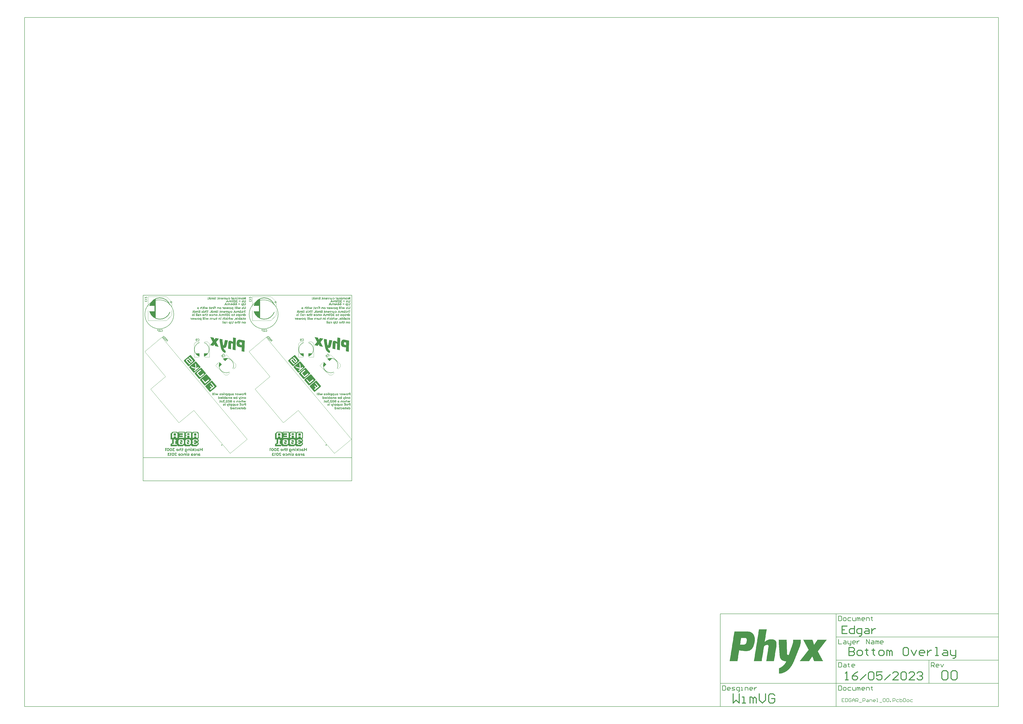
<source format=gbo>
G04*
G04 #@! TF.GenerationSoftware,Altium Limited,Altium Designer,23.5.0 (17)*
G04*
G04 Layer_Color=32896*
%FSLAX25Y25*%
%MOIN*%
G70*
G04*
G04 #@! TF.SameCoordinates,B4EA8652-FAED-489D-AB06-0C51CEF096E7*
G04*
G04*
G04 #@! TF.FilePolarity,Positive*
G04*
G01*
G75*
%ADD10C,0.01575*%
%ADD11C,0.00591*%
%ADD13C,0.00984*%
%ADD39C,0.00787*%
%ADD51C,0.00394*%
%ADD96C,0.01000*%
G36*
X336964Y272745D02*
X337040Y272730D01*
X337109Y272708D01*
X337168Y272683D01*
X337211Y272654D01*
X337244Y272632D01*
X337266Y272617D01*
X337273Y272610D01*
X337324Y272555D01*
X337361Y272494D01*
X337390Y272435D01*
X337408Y272381D01*
X337419Y272330D01*
X337422Y272293D01*
X337426Y272279D01*
Y272268D01*
Y272261D01*
Y272257D01*
X337419Y272181D01*
X337401Y272111D01*
X337379Y272053D01*
X337350Y271999D01*
X337321Y271958D01*
X337299Y271926D01*
X337281Y271907D01*
X337273Y271900D01*
X337211Y271853D01*
X337146Y271816D01*
X337080Y271795D01*
X337018Y271777D01*
X336960Y271765D01*
X336938Y271762D01*
X336916D01*
X336898Y271758D01*
X336877D01*
X336789Y271765D01*
X336709Y271780D01*
X336640Y271806D01*
X336582Y271831D01*
X336538Y271856D01*
X336505Y271882D01*
X336483Y271897D01*
X336476Y271904D01*
X336425Y271962D01*
X336389Y272024D01*
X336360Y272086D01*
X336341Y272144D01*
X336331Y272195D01*
X336327Y272235D01*
X336323Y272250D01*
Y272261D01*
Y272268D01*
Y272271D01*
X336331Y272344D01*
X336349Y272413D01*
X336370Y272472D01*
X336400Y272519D01*
X336429Y272559D01*
X336451Y272588D01*
X336469Y272606D01*
X336476Y272614D01*
X336538Y272661D01*
X336603Y272694D01*
X336669Y272719D01*
X336735Y272734D01*
X336789Y272745D01*
X336815Y272748D01*
X336836D01*
X336851Y272752D01*
X336877D01*
X336964Y272745D01*
D02*
G37*
G36*
X298926D02*
X299002Y272730D01*
X299071Y272708D01*
X299130Y272683D01*
X299173Y272654D01*
X299206Y272632D01*
X299228Y272617D01*
X299235Y272610D01*
X299286Y272555D01*
X299323Y272494D01*
X299352Y272435D01*
X299370Y272381D01*
X299381Y272330D01*
X299384Y272293D01*
X299388Y272279D01*
Y272268D01*
Y272261D01*
Y272257D01*
X299381Y272181D01*
X299363Y272111D01*
X299341Y272053D01*
X299312Y271999D01*
X299283Y271958D01*
X299261Y271926D01*
X299242Y271907D01*
X299235Y271900D01*
X299173Y271853D01*
X299108Y271816D01*
X299042Y271795D01*
X298980Y271777D01*
X298922Y271765D01*
X298900Y271762D01*
X298879D01*
X298860Y271758D01*
X298838D01*
X298751Y271765D01*
X298671Y271780D01*
X298602Y271806D01*
X298544Y271831D01*
X298500Y271856D01*
X298467Y271882D01*
X298445Y271897D01*
X298438Y271904D01*
X298387Y271962D01*
X298351Y272024D01*
X298322Y272086D01*
X298303Y272144D01*
X298292Y272195D01*
X298289Y272235D01*
X298285Y272250D01*
Y272261D01*
Y272268D01*
Y272271D01*
X298292Y272344D01*
X298311Y272413D01*
X298333Y272472D01*
X298362Y272519D01*
X298391Y272559D01*
X298413Y272588D01*
X298431Y272606D01*
X298438Y272614D01*
X298500Y272661D01*
X298566Y272694D01*
X298631Y272719D01*
X298696Y272734D01*
X298751Y272745D01*
X298777Y272748D01*
X298798D01*
X298813Y272752D01*
X298838D01*
X298926Y272745D01*
D02*
G37*
G36*
X291231D02*
X291307Y272730D01*
X291376Y272708D01*
X291435Y272683D01*
X291478Y272654D01*
X291511Y272632D01*
X291533Y272617D01*
X291540Y272610D01*
X291591Y272555D01*
X291628Y272494D01*
X291657Y272435D01*
X291675Y272381D01*
X291686Y272330D01*
X291689Y272293D01*
X291693Y272279D01*
Y272268D01*
Y272261D01*
Y272257D01*
X291686Y272181D01*
X291668Y272111D01*
X291646Y272053D01*
X291617Y271999D01*
X291588Y271958D01*
X291566Y271926D01*
X291548Y271907D01*
X291540Y271900D01*
X291478Y271853D01*
X291413Y271816D01*
X291347Y271795D01*
X291285Y271777D01*
X291227Y271765D01*
X291205Y271762D01*
X291184D01*
X291165Y271758D01*
X291143D01*
X291056Y271765D01*
X290976Y271780D01*
X290907Y271806D01*
X290849Y271831D01*
X290805Y271856D01*
X290772Y271882D01*
X290750Y271897D01*
X290743Y271904D01*
X290692Y271962D01*
X290656Y272024D01*
X290627Y272086D01*
X290608Y272144D01*
X290598Y272195D01*
X290594Y272235D01*
X290590Y272250D01*
Y272261D01*
Y272268D01*
Y272271D01*
X290598Y272344D01*
X290616Y272413D01*
X290638Y272472D01*
X290667Y272519D01*
X290696Y272559D01*
X290718Y272588D01*
X290736Y272606D01*
X290743Y272614D01*
X290805Y272661D01*
X290870Y272694D01*
X290936Y272719D01*
X291002Y272734D01*
X291056Y272745D01*
X291082Y272748D01*
X291104D01*
X291118Y272752D01*
X291143D01*
X291231Y272745D01*
D02*
G37*
G36*
X159799D02*
X159875Y272730D01*
X159944Y272708D01*
X160002Y272683D01*
X160046Y272654D01*
X160079Y272632D01*
X160101Y272617D01*
X160108Y272610D01*
X160159Y272555D01*
X160195Y272494D01*
X160224Y272435D01*
X160243Y272381D01*
X160254Y272330D01*
X160257Y272293D01*
X160261Y272279D01*
Y272268D01*
Y272261D01*
Y272257D01*
X160254Y272181D01*
X160235Y272111D01*
X160213Y272053D01*
X160184Y271999D01*
X160155Y271958D01*
X160133Y271926D01*
X160115Y271907D01*
X160108Y271900D01*
X160046Y271853D01*
X159980Y271816D01*
X159915Y271795D01*
X159853Y271777D01*
X159795Y271765D01*
X159773Y271762D01*
X159751D01*
X159733Y271758D01*
X159711D01*
X159624Y271765D01*
X159544Y271780D01*
X159475Y271806D01*
X159416Y271831D01*
X159373Y271856D01*
X159340Y271882D01*
X159318Y271897D01*
X159311Y271904D01*
X159260Y271962D01*
X159223Y272024D01*
X159194Y272086D01*
X159176Y272144D01*
X159165Y272195D01*
X159161Y272235D01*
X159158Y272250D01*
Y272261D01*
Y272268D01*
Y272271D01*
X159165Y272344D01*
X159183Y272413D01*
X159205Y272472D01*
X159234Y272519D01*
X159263Y272559D01*
X159285Y272588D01*
X159303Y272606D01*
X159311Y272614D01*
X159373Y272661D01*
X159438Y272694D01*
X159504Y272719D01*
X159569Y272734D01*
X159624Y272745D01*
X159649Y272748D01*
X159671D01*
X159686Y272752D01*
X159711D01*
X159799Y272745D01*
D02*
G37*
G36*
X121760D02*
X121837Y272730D01*
X121906Y272708D01*
X121964Y272683D01*
X122008Y272654D01*
X122041Y272632D01*
X122063Y272617D01*
X122070Y272610D01*
X122121Y272555D01*
X122157Y272494D01*
X122186Y272435D01*
X122205Y272381D01*
X122215Y272330D01*
X122219Y272293D01*
X122223Y272279D01*
Y272268D01*
Y272261D01*
Y272257D01*
X122215Y272181D01*
X122197Y272111D01*
X122176Y272053D01*
X122146Y271999D01*
X122117Y271958D01*
X122095Y271926D01*
X122077Y271907D01*
X122070Y271900D01*
X122008Y271853D01*
X121942Y271816D01*
X121877Y271795D01*
X121815Y271777D01*
X121757Y271765D01*
X121735Y271762D01*
X121713D01*
X121695Y271758D01*
X121673D01*
X121586Y271765D01*
X121506Y271780D01*
X121437Y271806D01*
X121378Y271831D01*
X121335Y271856D01*
X121302Y271882D01*
X121280Y271897D01*
X121273Y271904D01*
X121222Y271962D01*
X121185Y272024D01*
X121156Y272086D01*
X121138Y272144D01*
X121127Y272195D01*
X121124Y272235D01*
X121120Y272250D01*
Y272261D01*
Y272268D01*
Y272271D01*
X121127Y272344D01*
X121145Y272413D01*
X121167Y272472D01*
X121196Y272519D01*
X121225Y272559D01*
X121247Y272588D01*
X121265Y272606D01*
X121273Y272614D01*
X121335Y272661D01*
X121400Y272694D01*
X121466Y272719D01*
X121531Y272734D01*
X121586Y272745D01*
X121611Y272748D01*
X121633D01*
X121648Y272752D01*
X121673D01*
X121760Y272745D01*
D02*
G37*
G36*
X114066D02*
X114142Y272730D01*
X114211Y272708D01*
X114269Y272683D01*
X114313Y272654D01*
X114346Y272632D01*
X114368Y272617D01*
X114375Y272610D01*
X114426Y272555D01*
X114462Y272494D01*
X114491Y272435D01*
X114510Y272381D01*
X114521Y272330D01*
X114524Y272293D01*
X114528Y272279D01*
Y272268D01*
Y272261D01*
Y272257D01*
X114521Y272181D01*
X114502Y272111D01*
X114480Y272053D01*
X114451Y271999D01*
X114422Y271958D01*
X114400Y271926D01*
X114382Y271907D01*
X114375Y271900D01*
X114313Y271853D01*
X114248Y271816D01*
X114182Y271795D01*
X114120Y271777D01*
X114062Y271765D01*
X114040Y271762D01*
X114018D01*
X114000Y271758D01*
X113978D01*
X113891Y271765D01*
X113811Y271780D01*
X113742Y271806D01*
X113683Y271831D01*
X113640Y271856D01*
X113607Y271882D01*
X113585Y271897D01*
X113578Y271904D01*
X113527Y271962D01*
X113490Y272024D01*
X113461Y272086D01*
X113443Y272144D01*
X113432Y272195D01*
X113428Y272235D01*
X113425Y272250D01*
Y272261D01*
Y272268D01*
Y272271D01*
X113432Y272344D01*
X113450Y272413D01*
X113472Y272472D01*
X113501Y272519D01*
X113530Y272559D01*
X113552Y272588D01*
X113570Y272606D01*
X113578Y272614D01*
X113640Y272661D01*
X113705Y272694D01*
X113771Y272719D01*
X113836Y272734D01*
X113891Y272745D01*
X113916Y272748D01*
X113938D01*
X113953Y272752D01*
X113978D01*
X114066Y272745D01*
D02*
G37*
G36*
X341598Y271376D02*
X341696Y271365D01*
X341791Y271347D01*
X341871Y271329D01*
X341907Y271318D01*
X341936Y271307D01*
X341965Y271300D01*
X341987Y271292D01*
X342005Y271285D01*
X342020Y271278D01*
X342027Y271274D01*
X342031D01*
X342118Y271234D01*
X342202Y271187D01*
X342271Y271136D01*
X342333Y271089D01*
X342384Y271045D01*
X342420Y271012D01*
X342431Y270998D01*
X342442Y270987D01*
X342446Y270983D01*
X342449Y270979D01*
Y271332D01*
X343301D01*
Y268267D01*
X342409D01*
Y269804D01*
X342406Y269876D01*
X342402Y269946D01*
X342391Y270007D01*
X342380Y270066D01*
X342366Y270120D01*
X342351Y270171D01*
X342337Y270215D01*
X342318Y270255D01*
X342300Y270288D01*
X342285Y270321D01*
X342271Y270346D01*
X342256Y270368D01*
X342246Y270382D01*
X342235Y270393D01*
X342231Y270401D01*
X342227Y270404D01*
X342191Y270441D01*
X342155Y270473D01*
X342114Y270499D01*
X342074Y270521D01*
X341994Y270557D01*
X341914Y270583D01*
X341845Y270597D01*
X341816Y270601D01*
X341791Y270604D01*
X341769Y270608D01*
X341740D01*
X341685Y270604D01*
X341638Y270601D01*
X341590Y270590D01*
X341547Y270575D01*
X341470Y270543D01*
X341401Y270495D01*
X341346Y270441D01*
X341299Y270379D01*
X341259Y270313D01*
X341230Y270248D01*
X341204Y270179D01*
X341186Y270113D01*
X341175Y270051D01*
X341164Y269997D01*
X341161Y269949D01*
X341157Y269916D01*
Y269902D01*
Y269891D01*
Y269887D01*
Y269884D01*
Y268267D01*
X340269D01*
Y269804D01*
X340265Y269876D01*
X340262Y269946D01*
X340251Y270007D01*
X340240Y270066D01*
X340225Y270120D01*
X340211Y270171D01*
X340196Y270215D01*
X340178Y270255D01*
X340160Y270288D01*
X340145Y270321D01*
X340131Y270346D01*
X340116Y270368D01*
X340105Y270382D01*
X340094Y270393D01*
X340091Y270401D01*
X340087Y270404D01*
X340051Y270441D01*
X340010Y270473D01*
X339970Y270499D01*
X339930Y270521D01*
X339847Y270557D01*
X339767Y270583D01*
X339698Y270597D01*
X339665Y270601D01*
X339639Y270604D01*
X339617Y270608D01*
X339588D01*
X339537Y270604D01*
X339490Y270601D01*
X339406Y270579D01*
X339334Y270550D01*
X339272Y270517D01*
X339224Y270484D01*
X339192Y270455D01*
X339170Y270433D01*
X339162Y270430D01*
Y270426D01*
X339137Y270390D01*
X339111Y270353D01*
X339075Y270266D01*
X339046Y270175D01*
X339028Y270088D01*
X339020Y270047D01*
X339017Y270007D01*
X339013Y269975D01*
Y269942D01*
X339009Y269920D01*
Y269898D01*
Y269887D01*
Y269884D01*
Y268267D01*
X338118D01*
Y270022D01*
X338121Y270146D01*
X338132Y270259D01*
X338151Y270368D01*
X338172Y270466D01*
X338198Y270557D01*
X338227Y270641D01*
X338256Y270717D01*
X338289Y270783D01*
X338322Y270845D01*
X338351Y270896D01*
X338380Y270939D01*
X338405Y270976D01*
X338427Y271001D01*
X338445Y271023D01*
X338456Y271034D01*
X338460Y271038D01*
X338525Y271099D01*
X338595Y271150D01*
X338671Y271198D01*
X338744Y271234D01*
X338820Y271267D01*
X338897Y271296D01*
X338973Y271318D01*
X339042Y271336D01*
X339111Y271351D01*
X339173Y271361D01*
X339228Y271369D01*
X339279Y271376D01*
X339319D01*
X339348Y271380D01*
X339373D01*
X339497Y271372D01*
X339617Y271358D01*
X339723Y271340D01*
X339770Y271325D01*
X339818Y271314D01*
X339858Y271303D01*
X339894Y271289D01*
X339927Y271278D01*
X339952Y271270D01*
X339974Y271260D01*
X339989Y271256D01*
X340000Y271249D01*
X340003D01*
X340105Y271194D01*
X340200Y271136D01*
X340280Y271074D01*
X340349Y271016D01*
X340404Y270961D01*
X340425Y270936D01*
X340447Y270917D01*
X340462Y270899D01*
X340473Y270888D01*
X340476Y270881D01*
X340480Y270877D01*
X340542Y270965D01*
X340611Y271038D01*
X340680Y271103D01*
X340749Y271154D01*
X340808Y271194D01*
X340833Y271212D01*
X340855Y271227D01*
X340873Y271234D01*
X340888Y271241D01*
X340895Y271249D01*
X340899D01*
X341001Y271292D01*
X341103Y271325D01*
X341201Y271347D01*
X341292Y271365D01*
X341332Y271369D01*
X341372Y271372D01*
X341405Y271376D01*
X341434D01*
X341456Y271380D01*
X341488D01*
X341598Y271376D01*
D02*
G37*
G36*
X295865D02*
X295963Y271365D01*
X296058Y271347D01*
X296138Y271329D01*
X296174Y271318D01*
X296203Y271307D01*
X296232Y271300D01*
X296254Y271292D01*
X296272Y271285D01*
X296287Y271278D01*
X296294Y271274D01*
X296298D01*
X296385Y271234D01*
X296469Y271187D01*
X296538Y271136D01*
X296600Y271089D01*
X296651Y271045D01*
X296687Y271012D01*
X296698Y270998D01*
X296709Y270987D01*
X296713Y270983D01*
X296716Y270979D01*
Y271332D01*
X297568D01*
Y268267D01*
X296676D01*
Y269804D01*
X296673Y269876D01*
X296669Y269946D01*
X296658Y270007D01*
X296647Y270066D01*
X296633Y270120D01*
X296618Y270171D01*
X296603Y270215D01*
X296585Y270255D01*
X296567Y270288D01*
X296553Y270321D01*
X296538Y270346D01*
X296523Y270368D01*
X296513Y270382D01*
X296502Y270393D01*
X296498Y270401D01*
X296494Y270404D01*
X296458Y270441D01*
X296422Y270473D01*
X296381Y270499D01*
X296341Y270521D01*
X296261Y270557D01*
X296181Y270583D01*
X296112Y270597D01*
X296083Y270601D01*
X296058Y270604D01*
X296036Y270608D01*
X296007D01*
X295952Y270604D01*
X295905Y270601D01*
X295857Y270590D01*
X295814Y270575D01*
X295737Y270543D01*
X295668Y270495D01*
X295613Y270441D01*
X295566Y270379D01*
X295526Y270313D01*
X295497Y270248D01*
X295472Y270179D01*
X295453Y270113D01*
X295442Y270051D01*
X295431Y269997D01*
X295428Y269949D01*
X295424Y269916D01*
Y269902D01*
Y269891D01*
Y269887D01*
Y269884D01*
Y268267D01*
X294536D01*
Y269804D01*
X294532Y269876D01*
X294529Y269946D01*
X294518Y270007D01*
X294507Y270066D01*
X294492Y270120D01*
X294478Y270171D01*
X294463Y270215D01*
X294445Y270255D01*
X294427Y270288D01*
X294412Y270321D01*
X294398Y270346D01*
X294383Y270368D01*
X294372Y270382D01*
X294361Y270393D01*
X294358Y270401D01*
X294354Y270404D01*
X294318Y270441D01*
X294278Y270473D01*
X294237Y270499D01*
X294198Y270521D01*
X294114Y270557D01*
X294034Y270583D01*
X293965Y270597D01*
X293932Y270601D01*
X293906Y270604D01*
X293884Y270608D01*
X293855D01*
X293804Y270604D01*
X293757Y270601D01*
X293673Y270579D01*
X293601Y270550D01*
X293539Y270517D01*
X293491Y270484D01*
X293459Y270455D01*
X293437Y270433D01*
X293429Y270430D01*
Y270426D01*
X293404Y270390D01*
X293378Y270353D01*
X293342Y270266D01*
X293313Y270175D01*
X293295Y270088D01*
X293287Y270047D01*
X293284Y270007D01*
X293280Y269975D01*
Y269942D01*
X293277Y269920D01*
Y269898D01*
Y269887D01*
Y269884D01*
Y268267D01*
X292385D01*
Y270022D01*
X292388Y270146D01*
X292399Y270259D01*
X292418Y270368D01*
X292439Y270466D01*
X292465Y270557D01*
X292494Y270641D01*
X292523Y270717D01*
X292556Y270783D01*
X292589Y270845D01*
X292618Y270896D01*
X292647Y270939D01*
X292672Y270976D01*
X292694Y271001D01*
X292712Y271023D01*
X292723Y271034D01*
X292727Y271038D01*
X292792Y271099D01*
X292862Y271150D01*
X292938Y271198D01*
X293011Y271234D01*
X293087Y271267D01*
X293164Y271296D01*
X293240Y271318D01*
X293309Y271336D01*
X293378Y271351D01*
X293440Y271361D01*
X293495Y271369D01*
X293546Y271376D01*
X293586D01*
X293615Y271380D01*
X293641D01*
X293764Y271372D01*
X293884Y271358D01*
X293990Y271340D01*
X294037Y271325D01*
X294085Y271314D01*
X294125Y271303D01*
X294161Y271289D01*
X294194Y271278D01*
X294219Y271270D01*
X294241Y271260D01*
X294256Y271256D01*
X294267Y271249D01*
X294270D01*
X294372Y271194D01*
X294467Y271136D01*
X294547Y271074D01*
X294616Y271016D01*
X294671Y270961D01*
X294692Y270936D01*
X294714Y270917D01*
X294729Y270899D01*
X294740Y270888D01*
X294743Y270881D01*
X294747Y270877D01*
X294809Y270965D01*
X294878Y271038D01*
X294947Y271103D01*
X295017Y271154D01*
X295075Y271194D01*
X295100Y271212D01*
X295122Y271227D01*
X295140Y271234D01*
X295155Y271241D01*
X295162Y271249D01*
X295166D01*
X295268Y271292D01*
X295370Y271325D01*
X295468Y271347D01*
X295559Y271365D01*
X295599Y271369D01*
X295639Y271372D01*
X295672Y271376D01*
X295701D01*
X295723Y271380D01*
X295755D01*
X295865Y271376D01*
D02*
G37*
G36*
X164432D02*
X164531Y271365D01*
X164625Y271347D01*
X164705Y271329D01*
X164742Y271318D01*
X164771Y271307D01*
X164800Y271300D01*
X164822Y271292D01*
X164840Y271285D01*
X164854Y271278D01*
X164862Y271274D01*
X164865D01*
X164953Y271234D01*
X165036Y271187D01*
X165106Y271136D01*
X165167Y271089D01*
X165218Y271045D01*
X165255Y271012D01*
X165266Y270998D01*
X165277Y270987D01*
X165280Y270983D01*
X165284Y270979D01*
Y271332D01*
X166136D01*
Y268267D01*
X165244D01*
Y269804D01*
X165240Y269876D01*
X165237Y269946D01*
X165226Y270007D01*
X165215Y270066D01*
X165200Y270120D01*
X165186Y270171D01*
X165171Y270215D01*
X165153Y270255D01*
X165135Y270288D01*
X165120Y270321D01*
X165106Y270346D01*
X165091Y270368D01*
X165080Y270382D01*
X165069Y270393D01*
X165066Y270401D01*
X165062Y270404D01*
X165025Y270441D01*
X164989Y270473D01*
X164949Y270499D01*
X164909Y270521D01*
X164829Y270557D01*
X164749Y270583D01*
X164680Y270597D01*
X164651Y270601D01*
X164625Y270604D01*
X164603Y270608D01*
X164574D01*
X164520Y270604D01*
X164472Y270601D01*
X164425Y270590D01*
X164381Y270575D01*
X164305Y270543D01*
X164236Y270495D01*
X164181Y270441D01*
X164134Y270379D01*
X164094Y270313D01*
X164065Y270248D01*
X164039Y270179D01*
X164021Y270113D01*
X164010Y270051D01*
X163999Y269997D01*
X163995Y269949D01*
X163992Y269916D01*
Y269902D01*
Y269891D01*
Y269887D01*
Y269884D01*
Y268267D01*
X163104D01*
Y269804D01*
X163100Y269876D01*
X163096Y269946D01*
X163085Y270007D01*
X163075Y270066D01*
X163060Y270120D01*
X163045Y270171D01*
X163031Y270215D01*
X163013Y270255D01*
X162994Y270288D01*
X162980Y270321D01*
X162965Y270346D01*
X162951Y270368D01*
X162940Y270382D01*
X162929Y270393D01*
X162925Y270401D01*
X162922Y270404D01*
X162885Y270441D01*
X162845Y270473D01*
X162805Y270499D01*
X162765Y270521D01*
X162681Y270557D01*
X162601Y270583D01*
X162532Y270597D01*
X162499Y270601D01*
X162474Y270604D01*
X162452Y270608D01*
X162423D01*
X162372Y270604D01*
X162325Y270601D01*
X162241Y270579D01*
X162168Y270550D01*
X162106Y270517D01*
X162059Y270484D01*
X162026Y270455D01*
X162004Y270433D01*
X161997Y270430D01*
Y270426D01*
X161972Y270390D01*
X161946Y270353D01*
X161910Y270266D01*
X161881Y270175D01*
X161862Y270088D01*
X161855Y270047D01*
X161851Y270007D01*
X161848Y269975D01*
Y269942D01*
X161844Y269920D01*
Y269898D01*
Y269887D01*
Y269884D01*
Y268267D01*
X160952D01*
Y270022D01*
X160956Y270146D01*
X160967Y270259D01*
X160985Y270368D01*
X161007Y270466D01*
X161032Y270557D01*
X161062Y270641D01*
X161091Y270717D01*
X161124Y270783D01*
X161156Y270845D01*
X161185Y270896D01*
X161214Y270939D01*
X161240Y270976D01*
X161262Y271001D01*
X161280Y271023D01*
X161291Y271034D01*
X161294Y271038D01*
X161360Y271099D01*
X161429Y271150D01*
X161506Y271198D01*
X161578Y271234D01*
X161655Y271267D01*
X161731Y271296D01*
X161808Y271318D01*
X161877Y271336D01*
X161946Y271351D01*
X162008Y271361D01*
X162063Y271369D01*
X162113Y271376D01*
X162154D01*
X162183Y271380D01*
X162208D01*
X162332Y271372D01*
X162452Y271358D01*
X162558Y271340D01*
X162605Y271325D01*
X162652Y271314D01*
X162692Y271303D01*
X162729Y271289D01*
X162761Y271278D01*
X162787Y271270D01*
X162809Y271260D01*
X162823Y271256D01*
X162834Y271249D01*
X162838D01*
X162940Y271194D01*
X163034Y271136D01*
X163115Y271074D01*
X163184Y271016D01*
X163238Y270961D01*
X163260Y270936D01*
X163282Y270917D01*
X163296Y270899D01*
X163307Y270888D01*
X163311Y270881D01*
X163315Y270877D01*
X163377Y270965D01*
X163446Y271038D01*
X163515Y271103D01*
X163584Y271154D01*
X163642Y271194D01*
X163668Y271212D01*
X163690Y271227D01*
X163708Y271234D01*
X163722Y271241D01*
X163730Y271249D01*
X163733D01*
X163835Y271292D01*
X163937Y271325D01*
X164035Y271347D01*
X164126Y271365D01*
X164166Y271369D01*
X164207Y271372D01*
X164239Y271376D01*
X164268D01*
X164290Y271380D01*
X164323D01*
X164432Y271376D01*
D02*
G37*
G36*
X118699D02*
X118798Y271365D01*
X118892Y271347D01*
X118972Y271329D01*
X119009Y271318D01*
X119038Y271307D01*
X119067Y271300D01*
X119089Y271292D01*
X119107Y271285D01*
X119122Y271278D01*
X119129Y271274D01*
X119132D01*
X119220Y271234D01*
X119304Y271187D01*
X119373Y271136D01*
X119434Y271089D01*
X119485Y271045D01*
X119522Y271012D01*
X119533Y270998D01*
X119544Y270987D01*
X119547Y270983D01*
X119551Y270979D01*
Y271332D01*
X120403D01*
Y268267D01*
X119511D01*
Y269804D01*
X119507Y269876D01*
X119504Y269946D01*
X119493Y270007D01*
X119482Y270066D01*
X119467Y270120D01*
X119453Y270171D01*
X119438Y270215D01*
X119420Y270255D01*
X119402Y270288D01*
X119387Y270321D01*
X119373Y270346D01*
X119358Y270368D01*
X119347Y270382D01*
X119336Y270393D01*
X119333Y270401D01*
X119329Y270404D01*
X119293Y270441D01*
X119256Y270473D01*
X119216Y270499D01*
X119176Y270521D01*
X119096Y270557D01*
X119016Y270583D01*
X118947Y270597D01*
X118918Y270601D01*
X118892Y270604D01*
X118870Y270608D01*
X118841D01*
X118787Y270604D01*
X118739Y270601D01*
X118692Y270590D01*
X118648Y270575D01*
X118572Y270543D01*
X118503Y270495D01*
X118448Y270441D01*
X118401Y270379D01*
X118361Y270313D01*
X118332Y270248D01*
X118306Y270179D01*
X118288Y270113D01*
X118277Y270051D01*
X118266Y269997D01*
X118262Y269949D01*
X118259Y269916D01*
Y269902D01*
Y269891D01*
Y269887D01*
Y269884D01*
Y268267D01*
X117371D01*
Y269804D01*
X117367Y269876D01*
X117363Y269946D01*
X117352Y270007D01*
X117341Y270066D01*
X117327Y270120D01*
X117312Y270171D01*
X117298Y270215D01*
X117280Y270255D01*
X117261Y270288D01*
X117247Y270321D01*
X117232Y270346D01*
X117218Y270368D01*
X117207Y270382D01*
X117196Y270393D01*
X117192Y270401D01*
X117189Y270404D01*
X117152Y270441D01*
X117112Y270473D01*
X117072Y270499D01*
X117032Y270521D01*
X116948Y270557D01*
X116868Y270583D01*
X116799Y270597D01*
X116766Y270601D01*
X116741Y270604D01*
X116719Y270608D01*
X116690D01*
X116639Y270604D01*
X116592Y270601D01*
X116508Y270579D01*
X116435Y270550D01*
X116373Y270517D01*
X116326Y270484D01*
X116293Y270455D01*
X116271Y270433D01*
X116264Y270430D01*
Y270426D01*
X116239Y270390D01*
X116213Y270353D01*
X116177Y270266D01*
X116148Y270175D01*
X116129Y270088D01*
X116122Y270047D01*
X116119Y270007D01*
X116115Y269975D01*
Y269942D01*
X116111Y269920D01*
Y269898D01*
Y269887D01*
Y269884D01*
Y268267D01*
X115219D01*
Y270022D01*
X115223Y270146D01*
X115234Y270259D01*
X115252Y270368D01*
X115274Y270466D01*
X115299Y270557D01*
X115329Y270641D01*
X115358Y270717D01*
X115391Y270783D01*
X115423Y270845D01*
X115452Y270896D01*
X115481Y270939D01*
X115507Y270976D01*
X115529Y271001D01*
X115547Y271023D01*
X115558Y271034D01*
X115562Y271038D01*
X115627Y271099D01*
X115696Y271150D01*
X115773Y271198D01*
X115846Y271234D01*
X115922Y271267D01*
X115998Y271296D01*
X116075Y271318D01*
X116144Y271336D01*
X116213Y271351D01*
X116275Y271361D01*
X116330Y271369D01*
X116381Y271376D01*
X116421D01*
X116450Y271380D01*
X116475D01*
X116599Y271372D01*
X116719Y271358D01*
X116825Y271340D01*
X116872Y271325D01*
X116919Y271314D01*
X116959Y271303D01*
X116996Y271289D01*
X117028Y271278D01*
X117054Y271270D01*
X117076Y271260D01*
X117090Y271256D01*
X117101Y271249D01*
X117105D01*
X117207Y271194D01*
X117301Y271136D01*
X117382Y271074D01*
X117451Y271016D01*
X117505Y270961D01*
X117527Y270936D01*
X117549Y270917D01*
X117564Y270899D01*
X117575Y270888D01*
X117578Y270881D01*
X117582Y270877D01*
X117644Y270965D01*
X117713Y271038D01*
X117782Y271103D01*
X117851Y271154D01*
X117909Y271194D01*
X117935Y271212D01*
X117957Y271227D01*
X117975Y271234D01*
X117990Y271241D01*
X117997Y271249D01*
X118000D01*
X118102Y271292D01*
X118204Y271325D01*
X118303Y271347D01*
X118394Y271365D01*
X118433Y271369D01*
X118474Y271372D01*
X118506Y271376D01*
X118535D01*
X118557Y271380D01*
X118590D01*
X118699Y271376D01*
D02*
G37*
G36*
X330568D02*
X330699Y271365D01*
X330820Y271347D01*
X330878Y271340D01*
X330929Y271332D01*
X330976Y271322D01*
X331020Y271314D01*
X331060Y271303D01*
X331089Y271296D01*
X331114Y271292D01*
X331136Y271285D01*
X331147Y271281D01*
X331151D01*
X331278Y271241D01*
X331391Y271198D01*
X331446Y271176D01*
X331493Y271150D01*
X331540Y271129D01*
X331580Y271107D01*
X331620Y271089D01*
X331653Y271070D01*
X331682Y271052D01*
X331708Y271038D01*
X331726Y271027D01*
X331740Y271016D01*
X331748Y271012D01*
X331751Y271008D01*
X331435Y270386D01*
X331369Y270433D01*
X331300Y270473D01*
X331235Y270510D01*
X331169Y270539D01*
X331114Y270561D01*
X331089Y270572D01*
X331071Y270579D01*
X331052Y270586D01*
X331042Y270590D01*
X331034Y270594D01*
X331031D01*
X330943Y270619D01*
X330856Y270637D01*
X330776Y270652D01*
X330703Y270659D01*
X330641Y270666D01*
X330612D01*
X330590Y270670D01*
X330485D01*
X330426Y270663D01*
X330372Y270655D01*
X330317Y270644D01*
X330270Y270634D01*
X330226Y270619D01*
X330190Y270608D01*
X330153Y270594D01*
X330124Y270579D01*
X330095Y270564D01*
X330073Y270550D01*
X330055Y270539D01*
X330041Y270528D01*
X330030Y270521D01*
X330026Y270517D01*
X330022Y270513D01*
X329990Y270484D01*
X329964Y270448D01*
X329939Y270415D01*
X329920Y270379D01*
X329888Y270302D01*
X329866Y270230D01*
X329855Y270168D01*
X329848Y270139D01*
Y270113D01*
X329844Y270095D01*
Y270080D01*
Y270069D01*
Y270066D01*
X330550D01*
X330674Y270062D01*
X330787Y270055D01*
X330892Y270044D01*
X330991Y270029D01*
X331078Y270007D01*
X331162Y269989D01*
X331235Y269967D01*
X331300Y269946D01*
X331358Y269920D01*
X331409Y269898D01*
X331453Y269880D01*
X331486Y269862D01*
X331515Y269844D01*
X331533Y269833D01*
X331544Y269825D01*
X331547Y269822D01*
X331602Y269775D01*
X331653Y269724D01*
X331697Y269669D01*
X331733Y269614D01*
X331762Y269556D01*
X331788Y269501D01*
X331810Y269447D01*
X331828Y269392D01*
X331842Y269345D01*
X331850Y269298D01*
X331857Y269254D01*
X331864Y269221D01*
Y269188D01*
X331868Y269167D01*
Y269152D01*
Y269148D01*
X331861Y269050D01*
X331846Y268963D01*
X331824Y268883D01*
X331799Y268810D01*
X331773Y268752D01*
X331762Y268730D01*
X331751Y268708D01*
X331740Y268693D01*
X331737Y268683D01*
X331730Y268675D01*
Y268671D01*
X331671Y268595D01*
X331609Y268530D01*
X331544Y268475D01*
X331478Y268428D01*
X331420Y268391D01*
X331398Y268373D01*
X331376Y268362D01*
X331358Y268351D01*
X331344Y268348D01*
X331336Y268340D01*
X331333D01*
X331231Y268300D01*
X331129Y268275D01*
X331027Y268253D01*
X330929Y268238D01*
X330885Y268235D01*
X330845Y268231D01*
X330812Y268228D01*
X330780D01*
X330754Y268224D01*
X330721D01*
X330597Y268228D01*
X330485Y268242D01*
X330379Y268264D01*
X330284Y268289D01*
X330201Y268322D01*
X330124Y268358D01*
X330055Y268395D01*
X329997Y268435D01*
X329946Y268475D01*
X329902Y268511D01*
X329866Y268548D01*
X329837Y268581D01*
X329815Y268606D01*
X329797Y268628D01*
X329789Y268642D01*
X329786Y268646D01*
Y268267D01*
X328952D01*
Y270015D01*
X328956Y270139D01*
X328967Y270255D01*
X328989Y270364D01*
X329010Y270462D01*
X329040Y270557D01*
X329072Y270641D01*
X329109Y270714D01*
X329141Y270783D01*
X329178Y270841D01*
X329214Y270896D01*
X329247Y270939D01*
X329276Y270976D01*
X329298Y271001D01*
X329316Y271023D01*
X329331Y271034D01*
X329334Y271038D01*
X329411Y271099D01*
X329491Y271150D01*
X329578Y271198D01*
X329666Y271234D01*
X329757Y271267D01*
X329848Y271296D01*
X329939Y271318D01*
X330026Y271336D01*
X330106Y271351D01*
X330183Y271361D01*
X330252Y271369D01*
X330314Y271376D01*
X330361D01*
X330397Y271380D01*
X330430D01*
X330568Y271376D01*
D02*
G37*
G36*
X153403D02*
X153534Y271365D01*
X153654Y271347D01*
X153712Y271340D01*
X153763Y271332D01*
X153811Y271322D01*
X153854Y271314D01*
X153894Y271303D01*
X153923Y271296D01*
X153949Y271292D01*
X153971Y271285D01*
X153982Y271281D01*
X153985D01*
X154113Y271241D01*
X154226Y271198D01*
X154280Y271176D01*
X154328Y271150D01*
X154375Y271129D01*
X154415Y271107D01*
X154455Y271089D01*
X154488Y271070D01*
X154517Y271052D01*
X154542Y271038D01*
X154560Y271027D01*
X154575Y271016D01*
X154582Y271012D01*
X154586Y271008D01*
X154269Y270386D01*
X154204Y270433D01*
X154135Y270473D01*
X154069Y270510D01*
X154004Y270539D01*
X153949Y270561D01*
X153923Y270572D01*
X153905Y270579D01*
X153887Y270586D01*
X153876Y270590D01*
X153869Y270594D01*
X153865D01*
X153778Y270619D01*
X153691Y270637D01*
X153611Y270652D01*
X153538Y270659D01*
X153476Y270666D01*
X153447D01*
X153425Y270670D01*
X153319D01*
X153261Y270663D01*
X153206Y270655D01*
X153152Y270644D01*
X153104Y270634D01*
X153061Y270619D01*
X153024Y270608D01*
X152988Y270594D01*
X152959Y270579D01*
X152930Y270564D01*
X152908Y270550D01*
X152890Y270539D01*
X152875Y270528D01*
X152864Y270521D01*
X152861Y270517D01*
X152857Y270513D01*
X152824Y270484D01*
X152799Y270448D01*
X152773Y270415D01*
X152755Y270379D01*
X152722Y270302D01*
X152700Y270230D01*
X152690Y270168D01*
X152682Y270139D01*
Y270113D01*
X152679Y270095D01*
Y270080D01*
Y270069D01*
Y270066D01*
X153385D01*
X153509Y270062D01*
X153621Y270055D01*
X153727Y270044D01*
X153825Y270029D01*
X153913Y270007D01*
X153996Y269989D01*
X154069Y269967D01*
X154135Y269946D01*
X154193Y269920D01*
X154244Y269898D01*
X154288Y269880D01*
X154320Y269862D01*
X154349Y269844D01*
X154368Y269833D01*
X154378Y269825D01*
X154382Y269822D01*
X154437Y269775D01*
X154488Y269724D01*
X154531Y269669D01*
X154568Y269614D01*
X154597Y269556D01*
X154622Y269501D01*
X154644Y269447D01*
X154662Y269392D01*
X154677Y269345D01*
X154684Y269298D01*
X154692Y269254D01*
X154699Y269221D01*
Y269188D01*
X154702Y269167D01*
Y269152D01*
Y269148D01*
X154695Y269050D01*
X154681Y268963D01*
X154659Y268883D01*
X154633Y268810D01*
X154608Y268752D01*
X154597Y268730D01*
X154586Y268708D01*
X154575Y268693D01*
X154571Y268683D01*
X154564Y268675D01*
Y268671D01*
X154506Y268595D01*
X154444Y268530D01*
X154378Y268475D01*
X154313Y268428D01*
X154255Y268391D01*
X154233Y268373D01*
X154211Y268362D01*
X154193Y268351D01*
X154178Y268348D01*
X154171Y268340D01*
X154167D01*
X154066Y268300D01*
X153964Y268275D01*
X153862Y268253D01*
X153763Y268238D01*
X153720Y268235D01*
X153680Y268231D01*
X153647Y268228D01*
X153614D01*
X153589Y268224D01*
X153556D01*
X153432Y268228D01*
X153319Y268242D01*
X153214Y268264D01*
X153119Y268289D01*
X153035Y268322D01*
X152959Y268358D01*
X152890Y268395D01*
X152831Y268435D01*
X152781Y268475D01*
X152737Y268511D01*
X152700Y268548D01*
X152671Y268581D01*
X152649Y268606D01*
X152631Y268628D01*
X152624Y268642D01*
X152620Y268646D01*
Y268267D01*
X151787D01*
Y270015D01*
X151790Y270139D01*
X151801Y270255D01*
X151823Y270364D01*
X151845Y270462D01*
X151874Y270557D01*
X151907Y270641D01*
X151943Y270714D01*
X151976Y270783D01*
X152013Y270841D01*
X152049Y270896D01*
X152082Y270939D01*
X152111Y270976D01*
X152133Y271001D01*
X152151Y271023D01*
X152165Y271034D01*
X152169Y271038D01*
X152245Y271099D01*
X152326Y271150D01*
X152413Y271198D01*
X152500Y271234D01*
X152591Y271267D01*
X152682Y271296D01*
X152773Y271318D01*
X152861Y271336D01*
X152941Y271351D01*
X153017Y271361D01*
X153086Y271369D01*
X153148Y271376D01*
X153196D01*
X153232Y271380D01*
X153265D01*
X153403Y271376D01*
D02*
G37*
G36*
X287140Y271365D02*
X287216Y271347D01*
X287285Y271325D01*
X287343Y271296D01*
X287391Y271267D01*
X287423Y271245D01*
X287445Y271227D01*
X287449Y271223D01*
X287453Y271219D01*
X287482Y271190D01*
X287504Y271161D01*
X287544Y271096D01*
X287569Y271030D01*
X287591Y270965D01*
X287602Y270910D01*
X287605Y270885D01*
Y270863D01*
X287609Y270848D01*
Y270834D01*
Y270826D01*
Y270823D01*
X287605Y270779D01*
X287602Y270739D01*
X287584Y270663D01*
X287558Y270594D01*
X287529Y270535D01*
X287504Y270488D01*
X287478Y270455D01*
X287460Y270433D01*
X287453Y270430D01*
Y270426D01*
X287420Y270397D01*
X287391Y270375D01*
X287321Y270335D01*
X287256Y270306D01*
X287194Y270288D01*
X287140Y270273D01*
X287114Y270269D01*
X287096D01*
X287078Y270266D01*
X287056D01*
X287012Y270269D01*
X286972Y270273D01*
X286896Y270291D01*
X286830Y270317D01*
X286772Y270346D01*
X286725Y270375D01*
X286692Y270401D01*
X286670Y270419D01*
X286663Y270426D01*
X286634Y270459D01*
X286608Y270488D01*
X286572Y270557D01*
X286543Y270623D01*
X286521Y270685D01*
X286510Y270739D01*
X286506Y270764D01*
Y270783D01*
X286503Y270801D01*
Y270812D01*
Y270819D01*
Y270823D01*
Y270866D01*
X286510Y270910D01*
X286528Y270990D01*
X286554Y271056D01*
X286583Y271114D01*
X286612Y271158D01*
X286637Y271194D01*
X286655Y271212D01*
X286659Y271219D01*
X286663D01*
X286725Y271270D01*
X286790Y271307D01*
X286856Y271336D01*
X286917Y271354D01*
X286972Y271365D01*
X286998Y271369D01*
X287016D01*
X287034Y271372D01*
X287056D01*
X287140Y271365D01*
D02*
G37*
G36*
X109974D02*
X110051Y271347D01*
X110120Y271325D01*
X110178Y271296D01*
X110225Y271267D01*
X110258Y271245D01*
X110280Y271227D01*
X110284Y271223D01*
X110287Y271219D01*
X110316Y271190D01*
X110338Y271161D01*
X110378Y271096D01*
X110404Y271030D01*
X110425Y270965D01*
X110436Y270910D01*
X110440Y270885D01*
Y270863D01*
X110444Y270848D01*
Y270834D01*
Y270826D01*
Y270823D01*
X110440Y270779D01*
X110436Y270739D01*
X110418Y270663D01*
X110393Y270594D01*
X110364Y270535D01*
X110338Y270488D01*
X110313Y270455D01*
X110294Y270433D01*
X110287Y270430D01*
Y270426D01*
X110254Y270397D01*
X110225Y270375D01*
X110156Y270335D01*
X110091Y270306D01*
X110029Y270288D01*
X109974Y270273D01*
X109949Y270269D01*
X109931D01*
X109912Y270266D01*
X109890D01*
X109847Y270269D01*
X109807Y270273D01*
X109730Y270291D01*
X109665Y270317D01*
X109607Y270346D01*
X109559Y270375D01*
X109526Y270401D01*
X109505Y270419D01*
X109497Y270426D01*
X109468Y270459D01*
X109443Y270488D01*
X109406Y270557D01*
X109377Y270623D01*
X109355Y270685D01*
X109344Y270739D01*
X109341Y270764D01*
Y270783D01*
X109337Y270801D01*
Y270812D01*
Y270819D01*
Y270823D01*
Y270866D01*
X109344Y270910D01*
X109363Y270990D01*
X109388Y271056D01*
X109417Y271114D01*
X109446Y271158D01*
X109472Y271194D01*
X109490Y271212D01*
X109494Y271219D01*
X109497D01*
X109559Y271270D01*
X109625Y271307D01*
X109690Y271336D01*
X109752Y271354D01*
X109807Y271365D01*
X109832Y271369D01*
X109850D01*
X109869Y271372D01*
X109890D01*
X109974Y271365D01*
D02*
G37*
G36*
X351578Y268267D02*
X350665D01*
Y270688D01*
X348674Y268267D01*
X347917D01*
Y272257D01*
X348830D01*
Y269833D01*
X350814Y272257D01*
X351578D01*
Y268267D01*
D02*
G37*
G36*
X174413D02*
X173500D01*
Y270688D01*
X171508Y268267D01*
X170751D01*
Y272257D01*
X171665D01*
Y269833D01*
X173649Y272257D01*
X174413D01*
Y268267D01*
D02*
G37*
G36*
X321468Y269600D02*
X321465Y269476D01*
X321454Y269359D01*
X321436Y269250D01*
X321414Y269152D01*
X321385Y269057D01*
X321356Y268974D01*
X321326Y268897D01*
X321290Y268828D01*
X321257Y268766D01*
X321228Y268715D01*
X321195Y268671D01*
X321170Y268635D01*
X321148Y268606D01*
X321130Y268584D01*
X321119Y268573D01*
X321115Y268570D01*
X321046Y268508D01*
X320973Y268457D01*
X320897Y268409D01*
X320817Y268369D01*
X320737Y268337D01*
X320657Y268307D01*
X320580Y268286D01*
X320504Y268267D01*
X320435Y268253D01*
X320369Y268242D01*
X320307Y268235D01*
X320256Y268231D01*
X320216Y268228D01*
X320183Y268224D01*
X320158D01*
X320052Y268228D01*
X319954Y268238D01*
X319867Y268257D01*
X319787Y268275D01*
X319754Y268286D01*
X319721Y268293D01*
X319696Y268304D01*
X319674Y268311D01*
X319656Y268315D01*
X319641Y268322D01*
X319634Y268326D01*
X319630D01*
X319539Y268369D01*
X319459Y268417D01*
X319386Y268468D01*
X319324Y268519D01*
X319277Y268562D01*
X319241Y268599D01*
X319226Y268613D01*
X319215Y268624D01*
X319212Y268628D01*
X319208Y268632D01*
Y268267D01*
X318363D01*
Y271332D01*
X319252D01*
Y269814D01*
X319255Y269742D01*
X319259Y269672D01*
X319270Y269607D01*
X319281Y269545D01*
X319295Y269491D01*
X319314Y269440D01*
X319332Y269392D01*
X319350Y269352D01*
X319368Y269316D01*
X319386Y269283D01*
X319401Y269258D01*
X319419Y269236D01*
X319430Y269217D01*
X319441Y269207D01*
X319444Y269199D01*
X319448Y269196D01*
X319485Y269159D01*
X319525Y269127D01*
X319568Y269101D01*
X319608Y269076D01*
X319652Y269057D01*
X319696Y269039D01*
X319776Y269014D01*
X319849Y268999D01*
X319878Y268995D01*
X319907Y268992D01*
X319929Y268988D01*
X319958D01*
X320016Y268992D01*
X320067Y268995D01*
X320118Y269006D01*
X320162Y269021D01*
X320245Y269057D01*
X320318Y269105D01*
X320376Y269159D01*
X320427Y269225D01*
X320471Y269290D01*
X320504Y269359D01*
X320529Y269429D01*
X320547Y269494D01*
X320562Y269560D01*
X320569Y269614D01*
X320577Y269662D01*
X320580Y269698D01*
Y269713D01*
Y269724D01*
Y269727D01*
Y269731D01*
Y271332D01*
X321468D01*
Y269600D01*
D02*
G37*
G36*
X144303D02*
X144299Y269476D01*
X144288Y269359D01*
X144270Y269250D01*
X144248Y269152D01*
X144219Y269057D01*
X144190Y268974D01*
X144161Y268897D01*
X144125Y268828D01*
X144092Y268766D01*
X144063Y268715D01*
X144030Y268671D01*
X144004Y268635D01*
X143983Y268606D01*
X143965Y268584D01*
X143954Y268573D01*
X143950Y268570D01*
X143881Y268508D01*
X143808Y268457D01*
X143731Y268409D01*
X143651Y268369D01*
X143571Y268337D01*
X143491Y268307D01*
X143415Y268286D01*
X143338Y268267D01*
X143269Y268253D01*
X143204Y268242D01*
X143142Y268235D01*
X143091Y268231D01*
X143051Y268228D01*
X143018Y268224D01*
X142993D01*
X142887Y268228D01*
X142789Y268238D01*
X142701Y268257D01*
X142621Y268275D01*
X142589Y268286D01*
X142556Y268293D01*
X142530Y268304D01*
X142508Y268311D01*
X142490Y268315D01*
X142476Y268322D01*
X142469Y268326D01*
X142465D01*
X142374Y268369D01*
X142294Y268417D01*
X142221Y268468D01*
X142159Y268519D01*
X142112Y268562D01*
X142075Y268599D01*
X142061Y268613D01*
X142050Y268624D01*
X142046Y268628D01*
X142043Y268632D01*
Y268267D01*
X141198D01*
Y271332D01*
X142086D01*
Y269814D01*
X142090Y269742D01*
X142094Y269672D01*
X142104Y269607D01*
X142115Y269545D01*
X142130Y269491D01*
X142148Y269440D01*
X142166Y269392D01*
X142184Y269352D01*
X142203Y269316D01*
X142221Y269283D01*
X142236Y269258D01*
X142254Y269236D01*
X142265Y269217D01*
X142276Y269207D01*
X142279Y269199D01*
X142283Y269196D01*
X142319Y269159D01*
X142359Y269127D01*
X142403Y269101D01*
X142443Y269076D01*
X142487Y269057D01*
X142530Y269039D01*
X142610Y269014D01*
X142683Y268999D01*
X142712Y268995D01*
X142742Y268992D01*
X142763Y268988D01*
X142792D01*
X142851Y268992D01*
X142902Y268995D01*
X142953Y269006D01*
X142996Y269021D01*
X143080Y269057D01*
X143153Y269105D01*
X143211Y269159D01*
X143262Y269225D01*
X143306Y269290D01*
X143338Y269359D01*
X143364Y269429D01*
X143382Y269494D01*
X143397Y269560D01*
X143404Y269614D01*
X143411Y269662D01*
X143415Y269698D01*
Y269713D01*
Y269724D01*
Y269727D01*
Y269731D01*
Y271332D01*
X144303D01*
Y269600D01*
D02*
G37*
G36*
X323434Y271376D02*
X323521Y271372D01*
X323605Y271361D01*
X323685Y271347D01*
X323762Y271332D01*
X323834Y271314D01*
X323903Y271296D01*
X323965Y271278D01*
X324024Y271260D01*
X324075Y271241D01*
X324118Y271223D01*
X324155Y271209D01*
X324184Y271194D01*
X324206Y271183D01*
X324220Y271180D01*
X324224Y271176D01*
X324293Y271136D01*
X324362Y271092D01*
X324424Y271048D01*
X324482Y271001D01*
X324537Y270954D01*
X324588Y270906D01*
X324632Y270863D01*
X324675Y270819D01*
X324712Y270776D01*
X324741Y270735D01*
X324770Y270703D01*
X324792Y270670D01*
X324810Y270648D01*
X324821Y270626D01*
X324828Y270615D01*
X324832Y270612D01*
X324872Y270543D01*
X324904Y270473D01*
X324934Y270404D01*
X324959Y270335D01*
X324977Y270266D01*
X324995Y270197D01*
X325010Y270135D01*
X325021Y270073D01*
X325032Y270015D01*
X325039Y269964D01*
X325043Y269916D01*
X325046Y269876D01*
X325050Y269844D01*
Y269822D01*
Y269804D01*
Y269800D01*
X325046Y269716D01*
X325039Y269633D01*
X325028Y269552D01*
X325017Y269480D01*
X324999Y269407D01*
X324981Y269338D01*
X324963Y269276D01*
X324941Y269217D01*
X324919Y269167D01*
X324901Y269119D01*
X324883Y269079D01*
X324865Y269043D01*
X324854Y269017D01*
X324843Y268999D01*
X324835Y268985D01*
X324832Y268981D01*
X324788Y268915D01*
X324744Y268853D01*
X324693Y268799D01*
X324646Y268744D01*
X324595Y268693D01*
X324544Y268650D01*
X324493Y268606D01*
X324446Y268570D01*
X324402Y268537D01*
X324359Y268508D01*
X324322Y268482D01*
X324289Y268460D01*
X324260Y268446D01*
X324242Y268435D01*
X324227Y268428D01*
X324224Y268424D01*
X324147Y268388D01*
X324075Y268358D01*
X323998Y268333D01*
X323922Y268307D01*
X323773Y268271D01*
X323703Y268260D01*
X323634Y268249D01*
X323576Y268242D01*
X323518Y268235D01*
X323467Y268231D01*
X323427Y268228D01*
X323390Y268224D01*
X323343D01*
X323252Y268228D01*
X323165Y268231D01*
X323084Y268242D01*
X323004Y268257D01*
X322932Y268271D01*
X322859Y268289D01*
X322797Y268307D01*
X322735Y268326D01*
X322680Y268344D01*
X322633Y268362D01*
X322593Y268380D01*
X322560Y268395D01*
X322531Y268409D01*
X322509Y268420D01*
X322498Y268424D01*
X322495Y268428D01*
X322429Y268468D01*
X322367Y268511D01*
X322313Y268555D01*
X322262Y268602D01*
X322211Y268650D01*
X322171Y268697D01*
X322131Y268744D01*
X322094Y268788D01*
X322065Y268832D01*
X322040Y268868D01*
X322018Y268904D01*
X322000Y268937D01*
X321985Y268959D01*
X321974Y268981D01*
X321971Y268992D01*
X321967Y268995D01*
X322659Y269370D01*
X322706Y269298D01*
X322753Y269232D01*
X322808Y269174D01*
X322863Y269127D01*
X322921Y269087D01*
X322979Y269050D01*
X323034Y269025D01*
X323088Y269003D01*
X323143Y268985D01*
X323190Y268970D01*
X323234Y268963D01*
X323270Y268955D01*
X323303Y268952D01*
X323325Y268948D01*
X323347D01*
X323412Y268952D01*
X323470Y268959D01*
X323529Y268970D01*
X323583Y268985D01*
X323634Y269003D01*
X323681Y269021D01*
X323729Y269043D01*
X323765Y269065D01*
X323802Y269083D01*
X323834Y269105D01*
X323860Y269123D01*
X323885Y269141D01*
X323903Y269156D01*
X323914Y269167D01*
X323922Y269174D01*
X323925Y269178D01*
X323965Y269221D01*
X323998Y269268D01*
X324031Y269320D01*
X324056Y269370D01*
X324078Y269425D01*
X324096Y269476D01*
X324122Y269574D01*
X324133Y269622D01*
X324140Y269665D01*
X324144Y269702D01*
X324147Y269734D01*
X324151Y269763D01*
Y269782D01*
Y269796D01*
Y269800D01*
X324147Y269873D01*
X324140Y269938D01*
X324129Y270004D01*
X324115Y270062D01*
X324100Y270117D01*
X324078Y270168D01*
X324060Y270215D01*
X324038Y270259D01*
X324016Y270295D01*
X323998Y270328D01*
X323976Y270353D01*
X323962Y270379D01*
X323947Y270397D01*
X323936Y270408D01*
X323929Y270415D01*
X323925Y270419D01*
X323882Y270459D01*
X323834Y270495D01*
X323787Y270524D01*
X323740Y270550D01*
X323689Y270575D01*
X323641Y270594D01*
X323550Y270619D01*
X323507Y270630D01*
X323470Y270637D01*
X323434Y270641D01*
X323405Y270644D01*
X323379Y270648D01*
X323347D01*
X323263Y270644D01*
X323186Y270630D01*
X323114Y270608D01*
X323048Y270583D01*
X322986Y270550D01*
X322932Y270513D01*
X322881Y270477D01*
X322833Y270437D01*
X322793Y270397D01*
X322757Y270360D01*
X322728Y270324D01*
X322702Y270291D01*
X322684Y270266D01*
X322670Y270244D01*
X322662Y270230D01*
X322659Y270226D01*
X321967Y270597D01*
X322000Y270666D01*
X322036Y270728D01*
X322076Y270790D01*
X322120Y270845D01*
X322164Y270899D01*
X322207Y270947D01*
X322251Y270987D01*
X322295Y271027D01*
X322335Y271063D01*
X322371Y271092D01*
X322408Y271118D01*
X322437Y271140D01*
X322462Y271154D01*
X322480Y271165D01*
X322491Y271172D01*
X322495Y271176D01*
X322564Y271212D01*
X322633Y271245D01*
X322706Y271270D01*
X322779Y271292D01*
X322921Y271329D01*
X322990Y271343D01*
X323055Y271354D01*
X323114Y271361D01*
X323168Y271369D01*
X323219Y271372D01*
X323259Y271376D01*
X323296Y271380D01*
X323343D01*
X323434Y271376D01*
D02*
G37*
G36*
X146269D02*
X146356Y271372D01*
X146440Y271361D01*
X146520Y271347D01*
X146596Y271332D01*
X146669Y271314D01*
X146738Y271296D01*
X146800Y271278D01*
X146858Y271260D01*
X146909Y271241D01*
X146953Y271223D01*
X146989Y271209D01*
X147019Y271194D01*
X147040Y271183D01*
X147055Y271180D01*
X147058Y271176D01*
X147128Y271136D01*
X147197Y271092D01*
X147259Y271048D01*
X147317Y271001D01*
X147371Y270954D01*
X147423Y270906D01*
X147466Y270863D01*
X147510Y270819D01*
X147546Y270776D01*
X147575Y270735D01*
X147605Y270703D01*
X147626Y270670D01*
X147644Y270648D01*
X147655Y270626D01*
X147663Y270615D01*
X147666Y270612D01*
X147706Y270543D01*
X147739Y270473D01*
X147768Y270404D01*
X147794Y270335D01*
X147812Y270266D01*
X147830Y270197D01*
X147845Y270135D01*
X147856Y270073D01*
X147867Y270015D01*
X147874Y269964D01*
X147878Y269916D01*
X147881Y269876D01*
X147885Y269844D01*
Y269822D01*
Y269804D01*
Y269800D01*
X147881Y269716D01*
X147874Y269633D01*
X147863Y269552D01*
X147852Y269480D01*
X147834Y269407D01*
X147816Y269338D01*
X147797Y269276D01*
X147776Y269217D01*
X147754Y269167D01*
X147736Y269119D01*
X147717Y269079D01*
X147699Y269043D01*
X147688Y269017D01*
X147677Y268999D01*
X147670Y268985D01*
X147666Y268981D01*
X147623Y268915D01*
X147579Y268853D01*
X147528Y268799D01*
X147481Y268744D01*
X147430Y268693D01*
X147379Y268650D01*
X147328Y268606D01*
X147281Y268570D01*
X147237Y268537D01*
X147193Y268508D01*
X147157Y268482D01*
X147124Y268460D01*
X147095Y268446D01*
X147077Y268435D01*
X147062Y268428D01*
X147058Y268424D01*
X146982Y268388D01*
X146909Y268358D01*
X146833Y268333D01*
X146756Y268307D01*
X146607Y268271D01*
X146538Y268260D01*
X146469Y268249D01*
X146411Y268242D01*
X146352Y268235D01*
X146301Y268231D01*
X146261Y268228D01*
X146225Y268224D01*
X146178D01*
X146087Y268228D01*
X145999Y268231D01*
X145919Y268242D01*
X145839Y268257D01*
X145766Y268271D01*
X145694Y268289D01*
X145632Y268307D01*
X145570Y268326D01*
X145515Y268344D01*
X145468Y268362D01*
X145428Y268380D01*
X145395Y268395D01*
X145366Y268409D01*
X145344Y268420D01*
X145333Y268424D01*
X145329Y268428D01*
X145264Y268468D01*
X145202Y268511D01*
X145148Y268555D01*
X145097Y268602D01*
X145046Y268650D01*
X145006Y268697D01*
X144966Y268744D01*
X144929Y268788D01*
X144900Y268832D01*
X144875Y268868D01*
X144853Y268904D01*
X144834Y268937D01*
X144820Y268959D01*
X144809Y268981D01*
X144805Y268992D01*
X144802Y268995D01*
X145493Y269370D01*
X145541Y269298D01*
X145588Y269232D01*
X145642Y269174D01*
X145697Y269127D01*
X145755Y269087D01*
X145814Y269050D01*
X145868Y269025D01*
X145923Y269003D01*
X145977Y268985D01*
X146025Y268970D01*
X146068Y268963D01*
X146105Y268955D01*
X146138Y268952D01*
X146159Y268948D01*
X146181D01*
X146247Y268952D01*
X146305Y268959D01*
X146363Y268970D01*
X146418Y268985D01*
X146469Y269003D01*
X146516Y269021D01*
X146563Y269043D01*
X146600Y269065D01*
X146636Y269083D01*
X146669Y269105D01*
X146695Y269123D01*
X146720Y269141D01*
X146738Y269156D01*
X146749Y269167D01*
X146756Y269174D01*
X146760Y269178D01*
X146800Y269221D01*
X146833Y269268D01*
X146866Y269320D01*
X146891Y269370D01*
X146913Y269425D01*
X146931Y269476D01*
X146957Y269574D01*
X146967Y269622D01*
X146975Y269665D01*
X146978Y269702D01*
X146982Y269734D01*
X146986Y269763D01*
Y269782D01*
Y269796D01*
Y269800D01*
X146982Y269873D01*
X146975Y269938D01*
X146964Y270004D01*
X146949Y270062D01*
X146935Y270117D01*
X146913Y270168D01*
X146895Y270215D01*
X146873Y270259D01*
X146851Y270295D01*
X146833Y270328D01*
X146811Y270353D01*
X146796Y270379D01*
X146782Y270397D01*
X146771Y270408D01*
X146764Y270415D01*
X146760Y270419D01*
X146716Y270459D01*
X146669Y270495D01*
X146622Y270524D01*
X146574Y270550D01*
X146523Y270575D01*
X146476Y270594D01*
X146385Y270619D01*
X146341Y270630D01*
X146305Y270637D01*
X146269Y270641D01*
X146239Y270644D01*
X146214Y270648D01*
X146181D01*
X146098Y270644D01*
X146021Y270630D01*
X145948Y270608D01*
X145883Y270583D01*
X145821Y270550D01*
X145766Y270513D01*
X145715Y270477D01*
X145668Y270437D01*
X145628Y270397D01*
X145592Y270360D01*
X145562Y270324D01*
X145537Y270291D01*
X145519Y270266D01*
X145504Y270244D01*
X145497Y270230D01*
X145493Y270226D01*
X144802Y270597D01*
X144834Y270666D01*
X144871Y270728D01*
X144911Y270790D01*
X144955Y270845D01*
X144998Y270899D01*
X145042Y270947D01*
X145086Y270987D01*
X145129Y271027D01*
X145169Y271063D01*
X145206Y271092D01*
X145242Y271118D01*
X145271Y271140D01*
X145297Y271154D01*
X145315Y271165D01*
X145326Y271172D01*
X145329Y271176D01*
X145399Y271212D01*
X145468Y271245D01*
X145541Y271270D01*
X145613Y271292D01*
X145755Y271329D01*
X145825Y271343D01*
X145890Y271354D01*
X145948Y271361D01*
X146003Y271369D01*
X146054Y271372D01*
X146094Y271376D01*
X146130Y271380D01*
X146178D01*
X146269Y271376D01*
D02*
G37*
G36*
X311298D02*
X311382Y271372D01*
X311462Y271361D01*
X311538Y271347D01*
X311615Y271332D01*
X311684Y271314D01*
X311746Y271296D01*
X311808Y271278D01*
X311859Y271260D01*
X311910Y271241D01*
X311950Y271223D01*
X311986Y271209D01*
X312015Y271194D01*
X312034Y271183D01*
X312048Y271180D01*
X312052Y271176D01*
X312121Y271136D01*
X312183Y271092D01*
X312245Y271048D01*
X312299Y271001D01*
X312354Y270954D01*
X312401Y270906D01*
X312445Y270859D01*
X312485Y270815D01*
X312518Y270772D01*
X312550Y270735D01*
X312576Y270699D01*
X312598Y270670D01*
X312616Y270644D01*
X312627Y270623D01*
X312634Y270612D01*
X312638Y270608D01*
X312674Y270539D01*
X312707Y270470D01*
X312736Y270401D01*
X312758Y270331D01*
X312780Y270262D01*
X312798Y270193D01*
X312812Y270131D01*
X312823Y270069D01*
X312831Y270011D01*
X312838Y269960D01*
X312842Y269916D01*
X312845Y269876D01*
X312849Y269844D01*
Y269822D01*
Y269804D01*
Y269800D01*
X312845Y269716D01*
X312838Y269633D01*
X312831Y269552D01*
X312816Y269480D01*
X312798Y269407D01*
X312780Y269338D01*
X312761Y269276D01*
X312740Y269217D01*
X312721Y269167D01*
X312703Y269119D01*
X312685Y269079D01*
X312667Y269043D01*
X312652Y269017D01*
X312645Y268999D01*
X312638Y268985D01*
X312634Y268981D01*
X312590Y268915D01*
X312543Y268853D01*
X312496Y268799D01*
X312445Y268744D01*
X312394Y268693D01*
X312343Y268650D01*
X312292Y268606D01*
X312245Y268570D01*
X312197Y268537D01*
X312157Y268508D01*
X312117Y268482D01*
X312084Y268460D01*
X312055Y268446D01*
X312037Y268435D01*
X312023Y268428D01*
X312019Y268424D01*
X311943Y268388D01*
X311866Y268358D01*
X311786Y268333D01*
X311706Y268307D01*
X311553Y268271D01*
X311480Y268260D01*
X311411Y268249D01*
X311346Y268242D01*
X311287Y268235D01*
X311233Y268231D01*
X311189Y268228D01*
X311153Y268224D01*
X311102D01*
X310949Y268231D01*
X310807Y268246D01*
X310676Y268267D01*
X310552Y268300D01*
X310439Y268337D01*
X310334Y268380D01*
X310239Y268424D01*
X310155Y268471D01*
X310082Y268515D01*
X310017Y268559D01*
X309962Y268602D01*
X309915Y268639D01*
X309879Y268671D01*
X309857Y268693D01*
X309839Y268712D01*
X309835Y268715D01*
X310308Y269229D01*
X310370Y269174D01*
X310428Y269130D01*
X310487Y269090D01*
X310541Y269057D01*
X310588Y269036D01*
X310621Y269017D01*
X310636Y269010D01*
X310647Y269006D01*
X310650Y269003D01*
X310654D01*
X310727Y268981D01*
X310800Y268963D01*
X310869Y268952D01*
X310934Y268941D01*
X310992Y268937D01*
X311014D01*
X311036Y268934D01*
X311076D01*
X311142Y268937D01*
X311200Y268941D01*
X311313Y268959D01*
X311367Y268970D01*
X311415Y268985D01*
X311458Y268999D01*
X311498Y269017D01*
X311535Y269032D01*
X311568Y269046D01*
X311593Y269061D01*
X311615Y269072D01*
X311633Y269083D01*
X311648Y269090D01*
X311655Y269097D01*
X311659D01*
X311699Y269130D01*
X311739Y269167D01*
X311804Y269239D01*
X311855Y269312D01*
X311895Y269385D01*
X311924Y269450D01*
X311935Y269480D01*
X311943Y269501D01*
X311950Y269523D01*
X311953Y269538D01*
X311957Y269545D01*
Y269549D01*
X309635D01*
X309631Y269589D01*
X309627Y269622D01*
Y269654D01*
X309624Y269680D01*
Y269702D01*
X309620Y269724D01*
Y269753D01*
X309616Y269771D01*
Y269782D01*
Y269789D01*
X309620Y269876D01*
X309624Y269964D01*
X309635Y270044D01*
X309649Y270120D01*
X309664Y270193D01*
X309682Y270262D01*
X309704Y270328D01*
X309722Y270386D01*
X309740Y270441D01*
X309762Y270488D01*
X309780Y270528D01*
X309795Y270564D01*
X309809Y270590D01*
X309817Y270612D01*
X309824Y270623D01*
X309828Y270626D01*
X309868Y270692D01*
X309911Y270754D01*
X309959Y270812D01*
X310006Y270866D01*
X310053Y270917D01*
X310101Y270961D01*
X310144Y271005D01*
X310192Y271041D01*
X310235Y271074D01*
X310272Y271103D01*
X310308Y271129D01*
X310337Y271147D01*
X310363Y271161D01*
X310385Y271176D01*
X310396Y271180D01*
X310399Y271183D01*
X310468Y271219D01*
X310537Y271249D01*
X310610Y271274D01*
X310679Y271296D01*
X310818Y271332D01*
X310883Y271343D01*
X310942Y271354D01*
X311000Y271365D01*
X311051Y271369D01*
X311098Y271372D01*
X311138Y271376D01*
X311171Y271380D01*
X311214D01*
X311298Y271376D01*
D02*
G37*
G36*
X134133D02*
X134217Y271372D01*
X134297Y271361D01*
X134373Y271347D01*
X134450Y271332D01*
X134519Y271314D01*
X134581Y271296D01*
X134643Y271278D01*
X134693Y271260D01*
X134744Y271241D01*
X134784Y271223D01*
X134821Y271209D01*
X134850Y271194D01*
X134868Y271183D01*
X134883Y271180D01*
X134886Y271176D01*
X134956Y271136D01*
X135017Y271092D01*
X135079Y271048D01*
X135134Y271001D01*
X135188Y270954D01*
X135236Y270906D01*
X135279Y270859D01*
X135319Y270815D01*
X135352Y270772D01*
X135385Y270735D01*
X135410Y270699D01*
X135432Y270670D01*
X135450Y270644D01*
X135461Y270623D01*
X135469Y270612D01*
X135472Y270608D01*
X135509Y270539D01*
X135541Y270470D01*
X135571Y270401D01*
X135592Y270331D01*
X135614Y270262D01*
X135633Y270193D01*
X135647Y270131D01*
X135658Y270069D01*
X135665Y270011D01*
X135673Y269960D01*
X135676Y269916D01*
X135680Y269876D01*
X135684Y269844D01*
Y269822D01*
Y269804D01*
Y269800D01*
X135680Y269716D01*
X135673Y269633D01*
X135665Y269552D01*
X135651Y269480D01*
X135633Y269407D01*
X135614Y269338D01*
X135596Y269276D01*
X135574Y269217D01*
X135556Y269167D01*
X135538Y269119D01*
X135520Y269079D01*
X135502Y269043D01*
X135487Y269017D01*
X135480Y268999D01*
X135472Y268985D01*
X135469Y268981D01*
X135425Y268915D01*
X135378Y268853D01*
X135330Y268799D01*
X135279Y268744D01*
X135229Y268693D01*
X135178Y268650D01*
X135127Y268606D01*
X135079Y268570D01*
X135032Y268537D01*
X134992Y268508D01*
X134952Y268482D01*
X134919Y268460D01*
X134890Y268446D01*
X134872Y268435D01*
X134857Y268428D01*
X134854Y268424D01*
X134777Y268388D01*
X134701Y268358D01*
X134621Y268333D01*
X134540Y268307D01*
X134388Y268271D01*
X134315Y268260D01*
X134246Y268249D01*
X134180Y268242D01*
X134122Y268235D01*
X134067Y268231D01*
X134024Y268228D01*
X133987Y268224D01*
X133936D01*
X133783Y268231D01*
X133642Y268246D01*
X133510Y268267D01*
X133387Y268300D01*
X133274Y268337D01*
X133168Y268380D01*
X133074Y268424D01*
X132990Y268471D01*
X132917Y268515D01*
X132852Y268559D01*
X132797Y268602D01*
X132750Y268639D01*
X132713Y268671D01*
X132691Y268693D01*
X132673Y268712D01*
X132670Y268715D01*
X133143Y269229D01*
X133205Y269174D01*
X133263Y269130D01*
X133321Y269090D01*
X133376Y269057D01*
X133423Y269036D01*
X133456Y269017D01*
X133470Y269010D01*
X133481Y269006D01*
X133485Y269003D01*
X133489D01*
X133561Y268981D01*
X133634Y268963D01*
X133703Y268952D01*
X133769Y268941D01*
X133827Y268937D01*
X133849D01*
X133871Y268934D01*
X133911D01*
X133976Y268937D01*
X134035Y268941D01*
X134147Y268959D01*
X134202Y268970D01*
X134249Y268985D01*
X134293Y268999D01*
X134333Y269017D01*
X134370Y269032D01*
X134402Y269046D01*
X134428Y269061D01*
X134450Y269072D01*
X134468Y269083D01*
X134482Y269090D01*
X134490Y269097D01*
X134493D01*
X134533Y269130D01*
X134573Y269167D01*
X134639Y269239D01*
X134690Y269312D01*
X134730Y269385D01*
X134759Y269450D01*
X134770Y269480D01*
X134777Y269501D01*
X134784Y269523D01*
X134788Y269538D01*
X134792Y269545D01*
Y269549D01*
X132469D01*
X132466Y269589D01*
X132462Y269622D01*
Y269654D01*
X132458Y269680D01*
Y269702D01*
X132455Y269724D01*
Y269753D01*
X132451Y269771D01*
Y269782D01*
Y269789D01*
X132455Y269876D01*
X132458Y269964D01*
X132469Y270044D01*
X132484Y270120D01*
X132499Y270193D01*
X132517Y270262D01*
X132538Y270328D01*
X132557Y270386D01*
X132575Y270441D01*
X132597Y270488D01*
X132615Y270528D01*
X132630Y270564D01*
X132644Y270590D01*
X132651Y270612D01*
X132659Y270623D01*
X132662Y270626D01*
X132702Y270692D01*
X132746Y270754D01*
X132793Y270812D01*
X132841Y270866D01*
X132888Y270917D01*
X132935Y270961D01*
X132979Y271005D01*
X133026Y271041D01*
X133070Y271074D01*
X133106Y271103D01*
X133143Y271129D01*
X133172Y271147D01*
X133197Y271161D01*
X133219Y271176D01*
X133230Y271180D01*
X133234Y271183D01*
X133303Y271219D01*
X133372Y271249D01*
X133445Y271274D01*
X133514Y271296D01*
X133652Y271332D01*
X133718Y271343D01*
X133776Y271354D01*
X133834Y271365D01*
X133885Y271369D01*
X133933Y271372D01*
X133973Y271376D01*
X134005Y271380D01*
X134049D01*
X134133Y271376D01*
D02*
G37*
G36*
X304979Y271263D02*
X305452D01*
Y270579D01*
X304979D01*
Y269320D01*
X304976Y269221D01*
X304965Y269130D01*
X304950Y269043D01*
X304932Y268963D01*
X304910Y268890D01*
X304885Y268821D01*
X304859Y268762D01*
X304830Y268708D01*
X304801Y268657D01*
X304775Y268617D01*
X304750Y268581D01*
X304728Y268551D01*
X304710Y268530D01*
X304692Y268515D01*
X304684Y268504D01*
X304681Y268500D01*
X304622Y268453D01*
X304557Y268409D01*
X304491Y268373D01*
X304422Y268340D01*
X304353Y268315D01*
X304280Y268293D01*
X304211Y268275D01*
X304146Y268260D01*
X304080Y268246D01*
X304022Y268238D01*
X303967Y268231D01*
X303924Y268228D01*
X303884D01*
X303858Y268224D01*
X303833D01*
X303756Y268228D01*
X303680Y268231D01*
X303614Y268238D01*
X303552Y268249D01*
X303501Y268257D01*
X303465Y268264D01*
X303450Y268267D01*
X303439D01*
X303436Y268271D01*
X303432D01*
X303363Y268289D01*
X303301Y268315D01*
X303246Y268337D01*
X303199Y268358D01*
X303159Y268380D01*
X303130Y268398D01*
X303116Y268409D01*
X303108Y268413D01*
X303348Y269039D01*
X303407Y269003D01*
X303469Y268974D01*
X303527Y268955D01*
X303585Y268941D01*
X303632Y268934D01*
X303672Y268930D01*
X303687Y268926D01*
X303709D01*
X303774Y268930D01*
X303829Y268945D01*
X303880Y268959D01*
X303920Y268981D01*
X303949Y268999D01*
X303975Y269017D01*
X303989Y269028D01*
X303993Y269032D01*
X304026Y269076D01*
X304051Y269123D01*
X304065Y269174D01*
X304080Y269221D01*
X304087Y269265D01*
X304091Y269298D01*
Y269312D01*
Y269323D01*
Y269327D01*
Y269330D01*
Y270579D01*
X303327D01*
Y271263D01*
X304091D01*
Y272009D01*
X304979D01*
Y271263D01*
D02*
G37*
G36*
X289764D02*
X290237D01*
Y270579D01*
X289764D01*
Y269320D01*
X289760Y269221D01*
X289749Y269130D01*
X289735Y269043D01*
X289717Y268963D01*
X289695Y268890D01*
X289669Y268821D01*
X289644Y268762D01*
X289615Y268708D01*
X289586Y268657D01*
X289560Y268617D01*
X289535Y268581D01*
X289513Y268551D01*
X289495Y268530D01*
X289476Y268515D01*
X289469Y268504D01*
X289465Y268500D01*
X289407Y268453D01*
X289342Y268409D01*
X289276Y268373D01*
X289207Y268340D01*
X289138Y268315D01*
X289065Y268293D01*
X288996Y268275D01*
X288930Y268260D01*
X288865Y268246D01*
X288807Y268238D01*
X288752Y268231D01*
X288708Y268228D01*
X288668D01*
X288643Y268224D01*
X288617D01*
X288541Y268228D01*
X288464Y268231D01*
X288399Y268238D01*
X288337Y268249D01*
X288286Y268257D01*
X288250Y268264D01*
X288235Y268267D01*
X288224D01*
X288221Y268271D01*
X288217D01*
X288148Y268289D01*
X288086Y268315D01*
X288031Y268337D01*
X287984Y268358D01*
X287944Y268380D01*
X287915Y268398D01*
X287900Y268409D01*
X287893Y268413D01*
X288133Y269039D01*
X288192Y269003D01*
X288253Y268974D01*
X288312Y268955D01*
X288370Y268941D01*
X288417Y268934D01*
X288457Y268930D01*
X288472Y268926D01*
X288494D01*
X288559Y268930D01*
X288614Y268945D01*
X288665Y268959D01*
X288705Y268981D01*
X288734Y268999D01*
X288759Y269017D01*
X288774Y269028D01*
X288777Y269032D01*
X288810Y269076D01*
X288836Y269123D01*
X288850Y269174D01*
X288865Y269221D01*
X288872Y269265D01*
X288876Y269298D01*
Y269312D01*
Y269323D01*
Y269327D01*
Y269330D01*
Y270579D01*
X288111D01*
Y271263D01*
X288876D01*
Y272009D01*
X289764D01*
Y271263D01*
D02*
G37*
G36*
X127814D02*
X128287D01*
Y270579D01*
X127814D01*
Y269320D01*
X127810Y269221D01*
X127799Y269130D01*
X127785Y269043D01*
X127767Y268963D01*
X127745Y268890D01*
X127719Y268821D01*
X127694Y268762D01*
X127665Y268708D01*
X127635Y268657D01*
X127610Y268617D01*
X127585Y268581D01*
X127563Y268551D01*
X127544Y268530D01*
X127526Y268515D01*
X127519Y268504D01*
X127515Y268500D01*
X127457Y268453D01*
X127392Y268409D01*
X127326Y268373D01*
X127257Y268340D01*
X127188Y268315D01*
X127115Y268293D01*
X127046Y268275D01*
X126980Y268260D01*
X126915Y268246D01*
X126857Y268238D01*
X126802Y268231D01*
X126758Y268228D01*
X126718D01*
X126693Y268224D01*
X126667D01*
X126591Y268228D01*
X126514Y268231D01*
X126449Y268238D01*
X126387Y268249D01*
X126336Y268257D01*
X126300Y268264D01*
X126285Y268267D01*
X126274D01*
X126270Y268271D01*
X126267D01*
X126198Y268289D01*
X126136Y268315D01*
X126081Y268337D01*
X126034Y268358D01*
X125994Y268380D01*
X125965Y268398D01*
X125950Y268409D01*
X125943Y268413D01*
X126183Y269039D01*
X126241Y269003D01*
X126303Y268974D01*
X126361Y268955D01*
X126420Y268941D01*
X126467Y268934D01*
X126507Y268930D01*
X126522Y268926D01*
X126543D01*
X126609Y268930D01*
X126664Y268945D01*
X126715Y268959D01*
X126755Y268981D01*
X126784Y268999D01*
X126809Y269017D01*
X126824Y269028D01*
X126827Y269032D01*
X126860Y269076D01*
X126886Y269123D01*
X126900Y269174D01*
X126915Y269221D01*
X126922Y269265D01*
X126926Y269298D01*
Y269312D01*
Y269323D01*
Y269327D01*
Y269330D01*
Y270579D01*
X126161D01*
Y271263D01*
X126926D01*
Y272009D01*
X127814D01*
Y271263D01*
D02*
G37*
G36*
X112599D02*
X113072D01*
Y270579D01*
X112599D01*
Y269320D01*
X112595Y269221D01*
X112584Y269130D01*
X112569Y269043D01*
X112551Y268963D01*
X112529Y268890D01*
X112504Y268821D01*
X112478Y268762D01*
X112449Y268708D01*
X112420Y268657D01*
X112395Y268617D01*
X112369Y268581D01*
X112347Y268551D01*
X112329Y268530D01*
X112311Y268515D01*
X112304Y268504D01*
X112300Y268500D01*
X112242Y268453D01*
X112176Y268409D01*
X112111Y268373D01*
X112042Y268340D01*
X111972Y268315D01*
X111900Y268293D01*
X111831Y268275D01*
X111765Y268260D01*
X111699Y268246D01*
X111641Y268238D01*
X111587Y268231D01*
X111543Y268228D01*
X111503D01*
X111477Y268224D01*
X111452D01*
X111376Y268228D01*
X111299Y268231D01*
X111234Y268238D01*
X111172Y268249D01*
X111121Y268257D01*
X111084Y268264D01*
X111070Y268267D01*
X111059D01*
X111055Y268271D01*
X111052D01*
X110982Y268289D01*
X110921Y268315D01*
X110866Y268337D01*
X110819Y268358D01*
X110779Y268380D01*
X110749Y268398D01*
X110735Y268409D01*
X110728Y268413D01*
X110968Y269039D01*
X111026Y269003D01*
X111088Y268974D01*
X111146Y268955D01*
X111205Y268941D01*
X111252Y268934D01*
X111292Y268930D01*
X111306Y268926D01*
X111328D01*
X111394Y268930D01*
X111448Y268945D01*
X111499Y268959D01*
X111539Y268981D01*
X111568Y268999D01*
X111594Y269017D01*
X111609Y269028D01*
X111612Y269032D01*
X111645Y269076D01*
X111670Y269123D01*
X111685Y269174D01*
X111699Y269221D01*
X111707Y269265D01*
X111710Y269298D01*
Y269312D01*
Y269323D01*
Y269327D01*
Y269330D01*
Y270579D01*
X110946D01*
Y271263D01*
X111710D01*
Y272009D01*
X112599D01*
Y271263D01*
D02*
G37*
G36*
X337321Y268267D02*
X336429D01*
Y271332D01*
X337321D01*
Y268267D01*
D02*
G37*
G36*
X333855Y271376D02*
X333964Y271365D01*
X334063Y271347D01*
X334106Y271336D01*
X334146Y271329D01*
X334183Y271318D01*
X334219Y271307D01*
X334248Y271300D01*
X334270Y271292D01*
X334292Y271285D01*
X334307Y271278D01*
X334314Y271274D01*
X334318D01*
X334412Y271231D01*
X334496Y271183D01*
X334572Y271132D01*
X334634Y271085D01*
X334685Y271041D01*
X334722Y271005D01*
X334736Y270990D01*
X334747Y270979D01*
X334751Y270976D01*
X334754Y270972D01*
Y271332D01*
X335606D01*
Y268267D01*
X334714D01*
Y269782D01*
X334711Y269858D01*
X334707Y269927D01*
X334696Y269993D01*
X334685Y270051D01*
X334667Y270109D01*
X334652Y270157D01*
X334634Y270204D01*
X334616Y270244D01*
X334598Y270280D01*
X334580Y270313D01*
X334561Y270339D01*
X334547Y270360D01*
X334536Y270379D01*
X334525Y270390D01*
X334521Y270397D01*
X334518Y270401D01*
X334478Y270437D01*
X334438Y270470D01*
X334394Y270495D01*
X334350Y270521D01*
X334303Y270543D01*
X334259Y270557D01*
X334172Y270583D01*
X334132Y270590D01*
X334096Y270597D01*
X334063Y270601D01*
X334034Y270604D01*
X334012Y270608D01*
X333979D01*
X333924Y270604D01*
X333874Y270601D01*
X333779Y270579D01*
X333702Y270550D01*
X333637Y270517D01*
X333586Y270484D01*
X333549Y270455D01*
X333528Y270433D01*
X333520Y270430D01*
Y270426D01*
X333491Y270390D01*
X333466Y270353D01*
X333429Y270266D01*
X333400Y270175D01*
X333378Y270088D01*
X333375Y270047D01*
X333367Y270007D01*
X333364Y269975D01*
Y269942D01*
X333360Y269920D01*
Y269898D01*
Y269887D01*
Y269884D01*
Y268267D01*
X332468D01*
Y270022D01*
X332472Y270146D01*
X332483Y270259D01*
X332501Y270364D01*
X332523Y270466D01*
X332548Y270557D01*
X332581Y270641D01*
X332610Y270714D01*
X332643Y270783D01*
X332680Y270841D01*
X332709Y270896D01*
X332738Y270939D01*
X332767Y270972D01*
X332789Y271001D01*
X332807Y271023D01*
X332818Y271034D01*
X332821Y271038D01*
X332891Y271099D01*
X332960Y271150D01*
X333036Y271198D01*
X333113Y271234D01*
X333189Y271267D01*
X333266Y271296D01*
X333342Y271318D01*
X333411Y271336D01*
X333480Y271351D01*
X333542Y271361D01*
X333600Y271369D01*
X333648Y271376D01*
X333688D01*
X333717Y271380D01*
X333742D01*
X333855Y271376D01*
D02*
G37*
G36*
X328151Y268267D02*
X327260D01*
Y272494D01*
X328151D01*
Y268267D01*
D02*
G37*
G36*
X315761Y271376D02*
X315881Y271361D01*
X315986Y271343D01*
X316034Y271332D01*
X316077Y271322D01*
X316118Y271310D01*
X316154Y271300D01*
X316187Y271289D01*
X316212Y271281D01*
X316230Y271274D01*
X316249Y271267D01*
X316256Y271263D01*
X316260D01*
X316354Y271216D01*
X316438Y271165D01*
X316514Y271107D01*
X316573Y271052D01*
X316620Y271005D01*
X316656Y270965D01*
X316671Y270950D01*
X316678Y270939D01*
X316682Y270932D01*
X316685Y270928D01*
Y271332D01*
X317537D01*
Y268267D01*
X316645D01*
Y269713D01*
X316642Y269789D01*
X316634Y269862D01*
X316627Y269931D01*
X316613Y269993D01*
X316594Y270051D01*
X316576Y270106D01*
X316558Y270153D01*
X316536Y270193D01*
X316518Y270233D01*
X316500Y270262D01*
X316482Y270291D01*
X316463Y270313D01*
X316449Y270331D01*
X316441Y270342D01*
X316434Y270350D01*
X316431Y270353D01*
X316387Y270390D01*
X316343Y270426D01*
X316296Y270451D01*
X316245Y270477D01*
X316194Y270499D01*
X316147Y270517D01*
X316048Y270543D01*
X316005Y270550D01*
X315965Y270557D01*
X315928Y270561D01*
X315896Y270564D01*
X315870Y270568D01*
X315779D01*
X315714Y270564D01*
X315681Y270561D01*
X315655D01*
X315641Y270557D01*
X315633D01*
Y271380D01*
X315761Y271376D01*
D02*
G37*
G36*
X313304D02*
X313424Y271361D01*
X313529Y271343D01*
X313577Y271332D01*
X313620Y271322D01*
X313661Y271310D01*
X313697Y271300D01*
X313730Y271289D01*
X313755Y271281D01*
X313773Y271274D01*
X313792Y271267D01*
X313799Y271263D01*
X313803D01*
X313897Y271216D01*
X313981Y271165D01*
X314057Y271107D01*
X314116Y271052D01*
X314163Y271005D01*
X314199Y270965D01*
X314214Y270950D01*
X314221Y270939D01*
X314225Y270932D01*
X314228Y270928D01*
Y271332D01*
X315080D01*
Y268267D01*
X314188D01*
Y269713D01*
X314185Y269789D01*
X314177Y269862D01*
X314170Y269931D01*
X314156Y269993D01*
X314137Y270051D01*
X314119Y270106D01*
X314101Y270153D01*
X314079Y270193D01*
X314061Y270233D01*
X314043Y270262D01*
X314025Y270291D01*
X314006Y270313D01*
X313992Y270331D01*
X313984Y270342D01*
X313977Y270350D01*
X313974Y270353D01*
X313930Y270390D01*
X313886Y270426D01*
X313839Y270451D01*
X313788Y270477D01*
X313737Y270499D01*
X313690Y270517D01*
X313591Y270543D01*
X313548Y270550D01*
X313508Y270557D01*
X313471Y270561D01*
X313439Y270564D01*
X313413Y270568D01*
X313322D01*
X313257Y270564D01*
X313224Y270561D01*
X313198D01*
X313184Y270557D01*
X313176D01*
Y271380D01*
X313304Y271376D01*
D02*
G37*
G36*
X307276D02*
X307385Y271365D01*
X307484Y271347D01*
X307527Y271336D01*
X307567Y271329D01*
X307604Y271318D01*
X307640Y271307D01*
X307669Y271300D01*
X307691Y271292D01*
X307713Y271285D01*
X307727Y271278D01*
X307735Y271274D01*
X307738D01*
X307833Y271231D01*
X307917Y271183D01*
X307993Y271132D01*
X308055Y271085D01*
X308106Y271041D01*
X308142Y271005D01*
X308157Y270990D01*
X308168Y270979D01*
X308171Y270976D01*
X308175Y270972D01*
Y271332D01*
X309027D01*
Y268267D01*
X308135D01*
Y269782D01*
X308131Y269858D01*
X308128Y269927D01*
X308117Y269993D01*
X308106Y270051D01*
X308088Y270109D01*
X308073Y270157D01*
X308055Y270204D01*
X308037Y270244D01*
X308019Y270280D01*
X308000Y270313D01*
X307982Y270339D01*
X307968Y270360D01*
X307957Y270379D01*
X307946Y270390D01*
X307942Y270397D01*
X307939Y270401D01*
X307898Y270437D01*
X307858Y270470D01*
X307815Y270495D01*
X307771Y270521D01*
X307724Y270543D01*
X307680Y270557D01*
X307593Y270583D01*
X307553Y270590D01*
X307516Y270597D01*
X307484Y270601D01*
X307454Y270604D01*
X307433Y270608D01*
X307400D01*
X307345Y270604D01*
X307294Y270601D01*
X307200Y270579D01*
X307123Y270550D01*
X307058Y270517D01*
X307007Y270484D01*
X306970Y270455D01*
X306948Y270433D01*
X306941Y270430D01*
Y270426D01*
X306912Y270390D01*
X306887Y270353D01*
X306850Y270266D01*
X306821Y270175D01*
X306799Y270088D01*
X306796Y270047D01*
X306788Y270007D01*
X306785Y269975D01*
Y269942D01*
X306781Y269920D01*
Y269898D01*
Y269887D01*
Y269884D01*
Y268267D01*
X305889D01*
Y270022D01*
X305893Y270146D01*
X305904Y270259D01*
X305922Y270364D01*
X305944Y270466D01*
X305969Y270557D01*
X306002Y270641D01*
X306031Y270714D01*
X306064Y270783D01*
X306100Y270841D01*
X306129Y270896D01*
X306158Y270939D01*
X306188Y270972D01*
X306209Y271001D01*
X306228Y271023D01*
X306239Y271034D01*
X306242Y271038D01*
X306311Y271099D01*
X306381Y271150D01*
X306457Y271198D01*
X306533Y271234D01*
X306610Y271267D01*
X306686Y271296D01*
X306763Y271318D01*
X306832Y271336D01*
X306901Y271351D01*
X306963Y271361D01*
X307021Y271369D01*
X307068Y271376D01*
X307109D01*
X307138Y271380D01*
X307163D01*
X307276Y271376D01*
D02*
G37*
G36*
X300997Y268267D02*
X300105D01*
Y272494D01*
X300997D01*
Y268267D01*
D02*
G37*
G36*
X299283D02*
X298391D01*
Y271332D01*
X299283D01*
Y268267D01*
D02*
G37*
G36*
X291588D02*
X290696D01*
Y271332D01*
X291588D01*
Y268267D01*
D02*
G37*
G36*
X160155D02*
X159263D01*
Y271332D01*
X160155D01*
Y268267D01*
D02*
G37*
G36*
X156690Y271376D02*
X156799Y271365D01*
X156897Y271347D01*
X156941Y271336D01*
X156981Y271329D01*
X157018Y271318D01*
X157054Y271307D01*
X157083Y271300D01*
X157105Y271292D01*
X157127Y271285D01*
X157141Y271278D01*
X157149Y271274D01*
X157152D01*
X157247Y271231D01*
X157331Y271183D01*
X157407Y271132D01*
X157469Y271085D01*
X157520Y271041D01*
X157556Y271005D01*
X157571Y270990D01*
X157582Y270979D01*
X157585Y270976D01*
X157589Y270972D01*
Y271332D01*
X158441D01*
Y268267D01*
X157549D01*
Y269782D01*
X157545Y269858D01*
X157542Y269927D01*
X157531Y269993D01*
X157520Y270051D01*
X157502Y270109D01*
X157487Y270157D01*
X157469Y270204D01*
X157451Y270244D01*
X157432Y270280D01*
X157414Y270313D01*
X157396Y270339D01*
X157381Y270360D01*
X157371Y270379D01*
X157360Y270390D01*
X157356Y270397D01*
X157352Y270401D01*
X157312Y270437D01*
X157272Y270470D01*
X157229Y270495D01*
X157185Y270521D01*
X157138Y270543D01*
X157094Y270557D01*
X157007Y270583D01*
X156967Y270590D01*
X156930Y270597D01*
X156897Y270601D01*
X156868Y270604D01*
X156846Y270608D01*
X156814D01*
X156759Y270604D01*
X156708Y270601D01*
X156614Y270579D01*
X156537Y270550D01*
X156472Y270517D01*
X156421Y270484D01*
X156384Y270455D01*
X156362Y270433D01*
X156355Y270430D01*
Y270426D01*
X156326Y270390D01*
X156300Y270353D01*
X156264Y270266D01*
X156235Y270175D01*
X156213Y270088D01*
X156209Y270047D01*
X156202Y270007D01*
X156199Y269975D01*
Y269942D01*
X156195Y269920D01*
Y269898D01*
Y269887D01*
Y269884D01*
Y268267D01*
X155303D01*
Y270022D01*
X155307Y270146D01*
X155318Y270259D01*
X155336Y270364D01*
X155358Y270466D01*
X155383Y270557D01*
X155416Y270641D01*
X155445Y270714D01*
X155478Y270783D01*
X155514Y270841D01*
X155543Y270896D01*
X155572Y270939D01*
X155602Y270972D01*
X155623Y271001D01*
X155642Y271023D01*
X155652Y271034D01*
X155656Y271038D01*
X155725Y271099D01*
X155795Y271150D01*
X155871Y271198D01*
X155947Y271234D01*
X156024Y271267D01*
X156100Y271296D01*
X156177Y271318D01*
X156246Y271336D01*
X156315Y271351D01*
X156377Y271361D01*
X156435Y271369D01*
X156482Y271376D01*
X156523D01*
X156552Y271380D01*
X156577D01*
X156690Y271376D01*
D02*
G37*
G36*
X150986Y268267D02*
X150094D01*
Y272494D01*
X150986D01*
Y268267D01*
D02*
G37*
G36*
X138595Y271376D02*
X138716Y271361D01*
X138821Y271343D01*
X138868Y271332D01*
X138912Y271322D01*
X138952Y271310D01*
X138989Y271300D01*
X139021Y271289D01*
X139047Y271281D01*
X139065Y271274D01*
X139083Y271267D01*
X139091Y271263D01*
X139094D01*
X139189Y271216D01*
X139272Y271165D01*
X139349Y271107D01*
X139407Y271052D01*
X139454Y271005D01*
X139491Y270965D01*
X139506Y270950D01*
X139513Y270939D01*
X139516Y270932D01*
X139520Y270928D01*
Y271332D01*
X140372D01*
Y268267D01*
X139480D01*
Y269713D01*
X139476Y269789D01*
X139469Y269862D01*
X139462Y269931D01*
X139447Y269993D01*
X139429Y270051D01*
X139411Y270106D01*
X139393Y270153D01*
X139371Y270193D01*
X139353Y270233D01*
X139334Y270262D01*
X139316Y270291D01*
X139298Y270313D01*
X139283Y270331D01*
X139276Y270342D01*
X139269Y270350D01*
X139265Y270353D01*
X139222Y270390D01*
X139178Y270426D01*
X139131Y270451D01*
X139080Y270477D01*
X139029Y270499D01*
X138981Y270517D01*
X138883Y270543D01*
X138839Y270550D01*
X138799Y270557D01*
X138763Y270561D01*
X138730Y270564D01*
X138705Y270568D01*
X138614D01*
X138548Y270564D01*
X138515Y270561D01*
X138490D01*
X138475Y270557D01*
X138468D01*
Y271380D01*
X138595Y271376D01*
D02*
G37*
G36*
X136138D02*
X136259Y271361D01*
X136364Y271343D01*
X136411Y271332D01*
X136455Y271322D01*
X136495Y271310D01*
X136532Y271300D01*
X136564Y271289D01*
X136590Y271281D01*
X136608Y271274D01*
X136626Y271267D01*
X136634Y271263D01*
X136637D01*
X136732Y271216D01*
X136816Y271165D01*
X136892Y271107D01*
X136950Y271052D01*
X136997Y271005D01*
X137034Y270965D01*
X137048Y270950D01*
X137056Y270939D01*
X137059Y270932D01*
X137063Y270928D01*
Y271332D01*
X137915D01*
Y268267D01*
X137023D01*
Y269713D01*
X137019Y269789D01*
X137012Y269862D01*
X137005Y269931D01*
X136990Y269993D01*
X136972Y270051D01*
X136954Y270106D01*
X136936Y270153D01*
X136914Y270193D01*
X136896Y270233D01*
X136877Y270262D01*
X136859Y270291D01*
X136841Y270313D01*
X136826Y270331D01*
X136819Y270342D01*
X136812Y270350D01*
X136808Y270353D01*
X136765Y270390D01*
X136721Y270426D01*
X136674Y270451D01*
X136623Y270477D01*
X136572Y270499D01*
X136524Y270517D01*
X136426Y270543D01*
X136382Y270550D01*
X136342Y270557D01*
X136306Y270561D01*
X136273Y270564D01*
X136248Y270568D01*
X136157D01*
X136091Y270564D01*
X136058Y270561D01*
X136033D01*
X136018Y270557D01*
X136011D01*
Y271380D01*
X136138Y271376D01*
D02*
G37*
G36*
X130111D02*
X130220Y271365D01*
X130318Y271347D01*
X130362Y271336D01*
X130402Y271329D01*
X130438Y271318D01*
X130475Y271307D01*
X130504Y271300D01*
X130526Y271292D01*
X130547Y271285D01*
X130562Y271278D01*
X130569Y271274D01*
X130573D01*
X130668Y271231D01*
X130751Y271183D01*
X130828Y271132D01*
X130890Y271085D01*
X130941Y271041D01*
X130977Y271005D01*
X130991Y270990D01*
X131002Y270979D01*
X131006Y270976D01*
X131010Y270972D01*
Y271332D01*
X131861D01*
Y268267D01*
X130970D01*
Y269782D01*
X130966Y269858D01*
X130962Y269927D01*
X130951Y269993D01*
X130941Y270051D01*
X130922Y270109D01*
X130908Y270157D01*
X130890Y270204D01*
X130871Y270244D01*
X130853Y270280D01*
X130835Y270313D01*
X130817Y270339D01*
X130802Y270360D01*
X130791Y270379D01*
X130780Y270390D01*
X130777Y270397D01*
X130773Y270401D01*
X130733Y270437D01*
X130693Y270470D01*
X130649Y270495D01*
X130606Y270521D01*
X130558Y270543D01*
X130515Y270557D01*
X130427Y270583D01*
X130387Y270590D01*
X130351Y270597D01*
X130318Y270601D01*
X130289Y270604D01*
X130267Y270608D01*
X130234D01*
X130180Y270604D01*
X130129Y270601D01*
X130034Y270579D01*
X129958Y270550D01*
X129892Y270517D01*
X129841Y270484D01*
X129805Y270455D01*
X129783Y270433D01*
X129776Y270430D01*
Y270426D01*
X129747Y270390D01*
X129721Y270353D01*
X129685Y270266D01*
X129656Y270175D01*
X129634Y270088D01*
X129630Y270047D01*
X129623Y270007D01*
X129619Y269975D01*
Y269942D01*
X129616Y269920D01*
Y269898D01*
Y269887D01*
Y269884D01*
Y268267D01*
X128724D01*
Y270022D01*
X128727Y270146D01*
X128738Y270259D01*
X128757Y270364D01*
X128778Y270466D01*
X128804Y270557D01*
X128837Y270641D01*
X128866Y270714D01*
X128899Y270783D01*
X128935Y270841D01*
X128964Y270896D01*
X128993Y270939D01*
X129022Y270972D01*
X129044Y271001D01*
X129062Y271023D01*
X129073Y271034D01*
X129077Y271038D01*
X129146Y271099D01*
X129215Y271150D01*
X129292Y271198D01*
X129368Y271234D01*
X129445Y271267D01*
X129521Y271296D01*
X129597Y271318D01*
X129667Y271336D01*
X129736Y271351D01*
X129798Y271361D01*
X129856Y271369D01*
X129903Y271376D01*
X129943D01*
X129972Y271380D01*
X129998D01*
X130111Y271376D01*
D02*
G37*
G36*
X123832Y268267D02*
X122940D01*
Y272494D01*
X123832D01*
Y268267D01*
D02*
G37*
G36*
X122117D02*
X121225D01*
Y271332D01*
X122117D01*
Y268267D01*
D02*
G37*
G36*
X114422D02*
X113530D01*
Y271332D01*
X114422D01*
Y268267D01*
D02*
G37*
G36*
X345667Y271376D02*
X345751Y271372D01*
X345834Y271361D01*
X345915Y271347D01*
X345991Y271332D01*
X346064Y271314D01*
X346129Y271296D01*
X346191Y271278D01*
X346250Y271260D01*
X346297Y271241D01*
X346340Y271223D01*
X346377Y271209D01*
X346406Y271194D01*
X346428Y271183D01*
X346442Y271180D01*
X346446Y271176D01*
X346515Y271136D01*
X346581Y271092D01*
X346643Y271048D01*
X346701Y271001D01*
X346755Y270954D01*
X346803Y270906D01*
X346850Y270863D01*
X346890Y270819D01*
X346926Y270776D01*
X346956Y270735D01*
X346985Y270703D01*
X347007Y270670D01*
X347025Y270648D01*
X347036Y270626D01*
X347043Y270615D01*
X347047Y270612D01*
X347083Y270543D01*
X347116Y270473D01*
X347145Y270404D01*
X347170Y270335D01*
X347192Y270266D01*
X347210Y270197D01*
X347221Y270135D01*
X347236Y270073D01*
X347243Y270015D01*
X347251Y269964D01*
X347254Y269916D01*
X347258Y269876D01*
X347261Y269844D01*
Y269822D01*
Y269804D01*
Y269800D01*
X347258Y269716D01*
X347251Y269633D01*
X347243Y269552D01*
X347229Y269480D01*
X347210Y269407D01*
X347192Y269338D01*
X347174Y269276D01*
X347152Y269217D01*
X347134Y269167D01*
X347116Y269119D01*
X347098Y269079D01*
X347079Y269043D01*
X347065Y269017D01*
X347058Y268999D01*
X347050Y268985D01*
X347047Y268981D01*
X347003Y268915D01*
X346959Y268853D01*
X346908Y268799D01*
X346861Y268744D01*
X346810Y268693D01*
X346759Y268650D01*
X346712Y268606D01*
X346664Y268570D01*
X346621Y268537D01*
X346577Y268508D01*
X346541Y268482D01*
X346508Y268460D01*
X346482Y268446D01*
X346464Y268435D01*
X346450Y268428D01*
X346446Y268424D01*
X346373Y268388D01*
X346297Y268358D01*
X346224Y268333D01*
X346148Y268307D01*
X346002Y268271D01*
X345933Y268260D01*
X345867Y268249D01*
X345805Y268242D01*
X345751Y268235D01*
X345700Y268231D01*
X345656Y268228D01*
X345623Y268224D01*
X345576D01*
X345485Y268228D01*
X345401Y268231D01*
X345318Y268242D01*
X345238Y268257D01*
X345161Y268271D01*
X345088Y268286D01*
X345023Y268304D01*
X344961Y268326D01*
X344906Y268344D01*
X344855Y268362D01*
X344812Y268377D01*
X344775Y268391D01*
X344750Y268406D01*
X344728Y268417D01*
X344713Y268420D01*
X344710Y268424D01*
X344641Y268464D01*
X344575Y268504D01*
X344513Y268551D01*
X344455Y268595D01*
X344400Y268642D01*
X344353Y268690D01*
X344309Y268733D01*
X344269Y268777D01*
X344233Y268821D01*
X344200Y268857D01*
X344175Y268894D01*
X344153Y268923D01*
X344135Y268948D01*
X344124Y268966D01*
X344116Y268977D01*
X344113Y268981D01*
X344073Y269050D01*
X344040Y269119D01*
X344011Y269192D01*
X343985Y269261D01*
X343964Y269330D01*
X343949Y269399D01*
X343934Y269465D01*
X343920Y269527D01*
X343913Y269582D01*
X343905Y269636D01*
X343902Y269684D01*
X343898Y269724D01*
X343894Y269756D01*
Y269778D01*
Y269796D01*
Y269800D01*
X343898Y269884D01*
X343905Y269967D01*
X343916Y270044D01*
X343927Y270120D01*
X343945Y270189D01*
X343964Y270259D01*
X343982Y270321D01*
X344004Y270375D01*
X344025Y270430D01*
X344044Y270473D01*
X344062Y270513D01*
X344080Y270550D01*
X344091Y270575D01*
X344102Y270597D01*
X344109Y270608D01*
X344113Y270612D01*
X344157Y270677D01*
X344200Y270739D01*
X344248Y270797D01*
X344295Y270852D01*
X344346Y270903D01*
X344397Y270950D01*
X344444Y270990D01*
X344491Y271030D01*
X344535Y271063D01*
X344579Y271092D01*
X344615Y271118D01*
X344648Y271140D01*
X344673Y271154D01*
X344692Y271165D01*
X344706Y271172D01*
X344710Y271176D01*
X344783Y271212D01*
X344855Y271245D01*
X344932Y271270D01*
X345005Y271292D01*
X345150Y271329D01*
X345219Y271343D01*
X345285Y271354D01*
X345347Y271361D01*
X345401Y271369D01*
X345452Y271372D01*
X345496Y271376D01*
X345529Y271380D01*
X345576D01*
X345667Y271376D01*
D02*
G37*
G36*
X287140Y269320D02*
X287216Y269301D01*
X287285Y269279D01*
X287343Y269250D01*
X287391Y269221D01*
X287423Y269199D01*
X287445Y269181D01*
X287449Y269178D01*
X287453Y269174D01*
X287482Y269145D01*
X287504Y269116D01*
X287544Y269050D01*
X287569Y268985D01*
X287591Y268919D01*
X287602Y268864D01*
X287605Y268839D01*
Y268817D01*
X287609Y268803D01*
Y268788D01*
Y268781D01*
Y268777D01*
X287605Y268733D01*
X287602Y268693D01*
X287584Y268617D01*
X287558Y268548D01*
X287529Y268490D01*
X287504Y268442D01*
X287478Y268409D01*
X287460Y268388D01*
X287453Y268384D01*
Y268380D01*
X287420Y268351D01*
X287391Y268329D01*
X287321Y268289D01*
X287256Y268264D01*
X287194Y268242D01*
X287140Y268231D01*
X287114Y268228D01*
X287096D01*
X287078Y268224D01*
X287056D01*
X287012Y268228D01*
X286972Y268231D01*
X286896Y268249D01*
X286830Y268275D01*
X286772Y268304D01*
X286725Y268329D01*
X286692Y268355D01*
X286670Y268373D01*
X286663Y268380D01*
X286634Y268413D01*
X286608Y268442D01*
X286572Y268511D01*
X286543Y268577D01*
X286521Y268639D01*
X286510Y268693D01*
X286506Y268719D01*
Y268737D01*
X286503Y268755D01*
Y268766D01*
Y268774D01*
Y268777D01*
Y268821D01*
X286510Y268864D01*
X286528Y268945D01*
X286554Y269010D01*
X286583Y269068D01*
X286612Y269112D01*
X286637Y269148D01*
X286655Y269167D01*
X286659Y269174D01*
X286663D01*
X286725Y269225D01*
X286790Y269261D01*
X286856Y269290D01*
X286917Y269308D01*
X286972Y269320D01*
X286998Y269323D01*
X287016D01*
X287034Y269327D01*
X287056D01*
X287140Y269320D01*
D02*
G37*
G36*
X168502Y271376D02*
X168585Y271372D01*
X168669Y271361D01*
X168749Y271347D01*
X168826Y271332D01*
X168898Y271314D01*
X168964Y271296D01*
X169026Y271278D01*
X169084Y271260D01*
X169131Y271241D01*
X169175Y271223D01*
X169211Y271209D01*
X169241Y271194D01*
X169263Y271183D01*
X169277Y271180D01*
X169281Y271176D01*
X169350Y271136D01*
X169415Y271092D01*
X169477Y271048D01*
X169536Y271001D01*
X169590Y270954D01*
X169637Y270906D01*
X169685Y270863D01*
X169725Y270819D01*
X169761Y270776D01*
X169790Y270735D01*
X169819Y270703D01*
X169841Y270670D01*
X169859Y270648D01*
X169870Y270626D01*
X169878Y270615D01*
X169881Y270612D01*
X169918Y270543D01*
X169950Y270473D01*
X169980Y270404D01*
X170005Y270335D01*
X170027Y270266D01*
X170045Y270197D01*
X170056Y270135D01*
X170071Y270073D01*
X170078Y270015D01*
X170085Y269964D01*
X170089Y269916D01*
X170092Y269876D01*
X170096Y269844D01*
Y269822D01*
Y269804D01*
Y269800D01*
X170092Y269716D01*
X170085Y269633D01*
X170078Y269552D01*
X170063Y269480D01*
X170045Y269407D01*
X170027Y269338D01*
X170009Y269276D01*
X169987Y269217D01*
X169969Y269167D01*
X169950Y269119D01*
X169932Y269079D01*
X169914Y269043D01*
X169899Y269017D01*
X169892Y268999D01*
X169885Y268985D01*
X169881Y268981D01*
X169838Y268915D01*
X169794Y268853D01*
X169743Y268799D01*
X169696Y268744D01*
X169645Y268693D01*
X169594Y268650D01*
X169546Y268606D01*
X169499Y268570D01*
X169455Y268537D01*
X169412Y268508D01*
X169375Y268482D01*
X169343Y268460D01*
X169317Y268446D01*
X169299Y268435D01*
X169284Y268428D01*
X169281Y268424D01*
X169208Y268388D01*
X169131Y268358D01*
X169059Y268333D01*
X168982Y268307D01*
X168837Y268271D01*
X168767Y268260D01*
X168702Y268249D01*
X168640Y268242D01*
X168585Y268235D01*
X168535Y268231D01*
X168491Y268228D01*
X168458Y268224D01*
X168411D01*
X168320Y268228D01*
X168236Y268231D01*
X168152Y268242D01*
X168072Y268257D01*
X167996Y268271D01*
X167923Y268286D01*
X167857Y268304D01*
X167796Y268326D01*
X167741Y268344D01*
X167690Y268362D01*
X167646Y268377D01*
X167610Y268391D01*
X167584Y268406D01*
X167563Y268417D01*
X167548Y268420D01*
X167544Y268424D01*
X167475Y268464D01*
X167410Y268504D01*
X167348Y268551D01*
X167290Y268595D01*
X167235Y268642D01*
X167188Y268690D01*
X167144Y268733D01*
X167104Y268777D01*
X167068Y268821D01*
X167035Y268857D01*
X167009Y268894D01*
X166988Y268923D01*
X166969Y268948D01*
X166958Y268966D01*
X166951Y268977D01*
X166947Y268981D01*
X166907Y269050D01*
X166875Y269119D01*
X166846Y269192D01*
X166820Y269261D01*
X166798Y269330D01*
X166784Y269399D01*
X166769Y269465D01*
X166754Y269527D01*
X166747Y269582D01*
X166740Y269636D01*
X166736Y269684D01*
X166733Y269724D01*
X166729Y269756D01*
Y269778D01*
Y269796D01*
Y269800D01*
X166733Y269884D01*
X166740Y269967D01*
X166751Y270044D01*
X166762Y270120D01*
X166780Y270189D01*
X166798Y270259D01*
X166816Y270321D01*
X166838Y270375D01*
X166860Y270430D01*
X166878Y270473D01*
X166896Y270513D01*
X166915Y270550D01*
X166926Y270575D01*
X166937Y270597D01*
X166944Y270608D01*
X166947Y270612D01*
X166991Y270677D01*
X167035Y270739D01*
X167082Y270797D01*
X167129Y270852D01*
X167180Y270903D01*
X167231Y270950D01*
X167279Y270990D01*
X167326Y271030D01*
X167370Y271063D01*
X167413Y271092D01*
X167450Y271118D01*
X167482Y271140D01*
X167508Y271154D01*
X167526Y271165D01*
X167541Y271172D01*
X167544Y271176D01*
X167617Y271212D01*
X167690Y271245D01*
X167766Y271270D01*
X167839Y271292D01*
X167985Y271329D01*
X168054Y271343D01*
X168120Y271354D01*
X168181Y271361D01*
X168236Y271369D01*
X168287Y271372D01*
X168331Y271376D01*
X168363Y271380D01*
X168411D01*
X168502Y271376D01*
D02*
G37*
G36*
X109974Y269320D02*
X110051Y269301D01*
X110120Y269279D01*
X110178Y269250D01*
X110225Y269221D01*
X110258Y269199D01*
X110280Y269181D01*
X110284Y269178D01*
X110287Y269174D01*
X110316Y269145D01*
X110338Y269116D01*
X110378Y269050D01*
X110404Y268985D01*
X110425Y268919D01*
X110436Y268864D01*
X110440Y268839D01*
Y268817D01*
X110444Y268803D01*
Y268788D01*
Y268781D01*
Y268777D01*
X110440Y268733D01*
X110436Y268693D01*
X110418Y268617D01*
X110393Y268548D01*
X110364Y268490D01*
X110338Y268442D01*
X110313Y268409D01*
X110294Y268388D01*
X110287Y268384D01*
Y268380D01*
X110254Y268351D01*
X110225Y268329D01*
X110156Y268289D01*
X110091Y268264D01*
X110029Y268242D01*
X109974Y268231D01*
X109949Y268228D01*
X109931D01*
X109912Y268224D01*
X109890D01*
X109847Y268228D01*
X109807Y268231D01*
X109730Y268249D01*
X109665Y268275D01*
X109607Y268304D01*
X109559Y268329D01*
X109526Y268355D01*
X109505Y268373D01*
X109497Y268380D01*
X109468Y268413D01*
X109443Y268442D01*
X109406Y268511D01*
X109377Y268577D01*
X109355Y268639D01*
X109344Y268693D01*
X109341Y268719D01*
Y268737D01*
X109337Y268755D01*
Y268766D01*
Y268774D01*
Y268777D01*
Y268821D01*
X109344Y268864D01*
X109363Y268945D01*
X109388Y269010D01*
X109417Y269068D01*
X109446Y269112D01*
X109472Y269148D01*
X109490Y269167D01*
X109494Y269174D01*
X109497D01*
X109559Y269225D01*
X109625Y269261D01*
X109690Y269290D01*
X109752Y269308D01*
X109807Y269320D01*
X109832Y269323D01*
X109850D01*
X109869Y269327D01*
X109890D01*
X109974Y269320D01*
D02*
G37*
G36*
X326266Y266479D02*
X326364Y266469D01*
X326459Y266450D01*
X326539Y266432D01*
X326575Y266421D01*
X326604Y266410D01*
X326634Y266403D01*
X326655Y266396D01*
X326674Y266389D01*
X326688Y266381D01*
X326695Y266378D01*
X326699D01*
X326786Y266338D01*
X326870Y266290D01*
X326939Y266239D01*
X327001Y266192D01*
X327052Y266148D01*
X327088Y266115D01*
X327099Y266101D01*
X327110Y266090D01*
X327114Y266086D01*
X327118Y266083D01*
Y266436D01*
X327969D01*
Y263371D01*
X327078D01*
Y264907D01*
X327074Y264980D01*
X327070Y265049D01*
X327059Y265111D01*
X327048Y265169D01*
X327034Y265224D01*
X327019Y265275D01*
X327005Y265318D01*
X326987Y265358D01*
X326968Y265391D01*
X326954Y265424D01*
X326939Y265449D01*
X326925Y265471D01*
X326914Y265486D01*
X326903Y265497D01*
X326899Y265504D01*
X326896Y265508D01*
X326859Y265544D01*
X326823Y265577D01*
X326783Y265602D01*
X326743Y265624D01*
X326663Y265661D01*
X326583Y265686D01*
X326513Y265701D01*
X326484Y265704D01*
X326459Y265708D01*
X326437Y265711D01*
X326408D01*
X326353Y265708D01*
X326306Y265704D01*
X326259Y265693D01*
X326215Y265679D01*
X326138Y265646D01*
X326069Y265599D01*
X326015Y265544D01*
X325967Y265482D01*
X325927Y265417D01*
X325898Y265351D01*
X325873Y265282D01*
X325855Y265216D01*
X325844Y265155D01*
X325833Y265100D01*
X325829Y265053D01*
X325825Y265020D01*
Y265005D01*
Y264994D01*
Y264991D01*
Y264987D01*
Y263371D01*
X324937D01*
Y264907D01*
X324934Y264980D01*
X324930Y265049D01*
X324919Y265111D01*
X324908Y265169D01*
X324894Y265224D01*
X324879Y265275D01*
X324865Y265318D01*
X324846Y265358D01*
X324828Y265391D01*
X324814Y265424D01*
X324799Y265449D01*
X324784Y265471D01*
X324774Y265486D01*
X324763Y265497D01*
X324759Y265504D01*
X324755Y265508D01*
X324719Y265544D01*
X324679Y265577D01*
X324639Y265602D01*
X324599Y265624D01*
X324515Y265661D01*
X324435Y265686D01*
X324366Y265701D01*
X324333Y265704D01*
X324308Y265708D01*
X324286Y265711D01*
X324257D01*
X324206Y265708D01*
X324158Y265704D01*
X324075Y265682D01*
X324002Y265653D01*
X323940Y265620D01*
X323893Y265588D01*
X323860Y265559D01*
X323838Y265537D01*
X323831Y265533D01*
Y265529D01*
X323805Y265493D01*
X323780Y265457D01*
X323743Y265369D01*
X323714Y265278D01*
X323696Y265191D01*
X323689Y265151D01*
X323685Y265111D01*
X323681Y265078D01*
Y265045D01*
X323678Y265023D01*
Y265002D01*
Y264991D01*
Y264987D01*
Y263371D01*
X322786D01*
Y265125D01*
X322790Y265249D01*
X322801Y265362D01*
X322819Y265471D01*
X322841Y265569D01*
X322866Y265661D01*
X322895Y265744D01*
X322924Y265821D01*
X322957Y265886D01*
X322990Y265948D01*
X323019Y265999D01*
X323048Y266043D01*
X323074Y266079D01*
X323095Y266105D01*
X323114Y266126D01*
X323125Y266137D01*
X323128Y266141D01*
X323194Y266203D01*
X323263Y266254D01*
X323339Y266301D01*
X323412Y266338D01*
X323489Y266370D01*
X323565Y266399D01*
X323641Y266421D01*
X323711Y266440D01*
X323780Y266454D01*
X323842Y266465D01*
X323896Y266472D01*
X323947Y266479D01*
X323987D01*
X324016Y266483D01*
X324042D01*
X324166Y266476D01*
X324286Y266461D01*
X324391Y266443D01*
X324439Y266429D01*
X324486Y266418D01*
X324526Y266407D01*
X324562Y266392D01*
X324595Y266381D01*
X324621Y266374D01*
X324642Y266363D01*
X324657Y266359D01*
X324668Y266352D01*
X324672D01*
X324774Y266298D01*
X324868Y266239D01*
X324948Y266177D01*
X325017Y266119D01*
X325072Y266065D01*
X325094Y266039D01*
X325116Y266021D01*
X325130Y266003D01*
X325141Y265992D01*
X325145Y265985D01*
X325148Y265981D01*
X325210Y266068D01*
X325279Y266141D01*
X325349Y266207D01*
X325418Y266258D01*
X325476Y266298D01*
X325501Y266316D01*
X325523Y266330D01*
X325541Y266338D01*
X325556Y266345D01*
X325563Y266352D01*
X325567D01*
X325669Y266396D01*
X325771Y266429D01*
X325869Y266450D01*
X325960Y266469D01*
X326000Y266472D01*
X326040Y266476D01*
X326073Y266479D01*
X326102D01*
X326124Y266483D01*
X326157D01*
X326266Y266479D01*
D02*
G37*
G36*
X149100D02*
X149199Y266469D01*
X149293Y266450D01*
X149373Y266432D01*
X149410Y266421D01*
X149439Y266410D01*
X149468Y266403D01*
X149490Y266396D01*
X149508Y266389D01*
X149523Y266381D01*
X149530Y266378D01*
X149534D01*
X149621Y266338D01*
X149705Y266290D01*
X149774Y266239D01*
X149836Y266192D01*
X149887Y266148D01*
X149923Y266115D01*
X149934Y266101D01*
X149945Y266090D01*
X149949Y266086D01*
X149952Y266083D01*
Y266436D01*
X150804D01*
Y263371D01*
X149912D01*
Y264907D01*
X149909Y264980D01*
X149905Y265049D01*
X149894Y265111D01*
X149883Y265169D01*
X149869Y265224D01*
X149854Y265275D01*
X149839Y265318D01*
X149821Y265358D01*
X149803Y265391D01*
X149788Y265424D01*
X149774Y265449D01*
X149759Y265471D01*
X149749Y265486D01*
X149738Y265497D01*
X149734Y265504D01*
X149730Y265508D01*
X149694Y265544D01*
X149657Y265577D01*
X149617Y265602D01*
X149577Y265624D01*
X149497Y265661D01*
X149417Y265686D01*
X149348Y265701D01*
X149319Y265704D01*
X149293Y265708D01*
X149272Y265711D01*
X149242D01*
X149188Y265708D01*
X149141Y265704D01*
X149093Y265693D01*
X149050Y265679D01*
X148973Y265646D01*
X148904Y265599D01*
X148849Y265544D01*
X148802Y265482D01*
X148762Y265417D01*
X148733Y265351D01*
X148707Y265282D01*
X148689Y265216D01*
X148678Y265155D01*
X148667Y265100D01*
X148664Y265053D01*
X148660Y265020D01*
Y265005D01*
Y264994D01*
Y264991D01*
Y264987D01*
Y263371D01*
X147772D01*
Y264907D01*
X147768Y264980D01*
X147765Y265049D01*
X147754Y265111D01*
X147743Y265169D01*
X147728Y265224D01*
X147714Y265275D01*
X147699Y265318D01*
X147681Y265358D01*
X147663Y265391D01*
X147648Y265424D01*
X147634Y265449D01*
X147619Y265471D01*
X147608Y265486D01*
X147597Y265497D01*
X147594Y265504D01*
X147590Y265508D01*
X147554Y265544D01*
X147513Y265577D01*
X147474Y265602D01*
X147433Y265624D01*
X147350Y265661D01*
X147270Y265686D01*
X147201Y265701D01*
X147168Y265704D01*
X147142Y265708D01*
X147120Y265711D01*
X147091D01*
X147040Y265708D01*
X146993Y265704D01*
X146909Y265682D01*
X146836Y265653D01*
X146775Y265620D01*
X146727Y265588D01*
X146695Y265559D01*
X146673Y265537D01*
X146665Y265533D01*
Y265529D01*
X146640Y265493D01*
X146614Y265457D01*
X146578Y265369D01*
X146549Y265278D01*
X146531Y265191D01*
X146523Y265151D01*
X146520Y265111D01*
X146516Y265078D01*
Y265045D01*
X146512Y265023D01*
Y265002D01*
Y264991D01*
Y264987D01*
Y263371D01*
X145621D01*
Y265125D01*
X145624Y265249D01*
X145635Y265362D01*
X145653Y265471D01*
X145675Y265569D01*
X145701Y265661D01*
X145730Y265744D01*
X145759Y265821D01*
X145792Y265886D01*
X145825Y265948D01*
X145854Y265999D01*
X145883Y266043D01*
X145908Y266079D01*
X145930Y266105D01*
X145948Y266126D01*
X145959Y266137D01*
X145963Y266141D01*
X146028Y266203D01*
X146098Y266254D01*
X146174Y266301D01*
X146247Y266338D01*
X146323Y266370D01*
X146400Y266399D01*
X146476Y266421D01*
X146545Y266440D01*
X146614Y266454D01*
X146676Y266465D01*
X146731Y266472D01*
X146782Y266479D01*
X146822D01*
X146851Y266483D01*
X146877D01*
X147000Y266476D01*
X147120Y266461D01*
X147226Y266443D01*
X147273Y266429D01*
X147321Y266418D01*
X147361Y266407D01*
X147397Y266392D01*
X147430Y266381D01*
X147455Y266374D01*
X147477Y266363D01*
X147492Y266359D01*
X147503Y266352D01*
X147506D01*
X147608Y266298D01*
X147703Y266239D01*
X147783Y266177D01*
X147852Y266119D01*
X147907Y266065D01*
X147928Y266039D01*
X147950Y266021D01*
X147965Y266003D01*
X147976Y265992D01*
X147979Y265985D01*
X147983Y265981D01*
X148045Y266068D01*
X148114Y266141D01*
X148183Y266207D01*
X148252Y266258D01*
X148311Y266298D01*
X148336Y266316D01*
X148358Y266330D01*
X148376Y266338D01*
X148391Y266345D01*
X148398Y266352D01*
X148402D01*
X148504Y266396D01*
X148606Y266429D01*
X148704Y266450D01*
X148795Y266469D01*
X148835Y266472D01*
X148875Y266476D01*
X148908Y266479D01*
X148937D01*
X148959Y266483D01*
X148991D01*
X149100Y266479D01*
D02*
G37*
G36*
X342529Y265722D02*
X339818D01*
Y266418D01*
X342529D01*
Y265722D01*
D02*
G37*
G36*
X165364D02*
X162652D01*
Y266418D01*
X165364D01*
Y265722D01*
D02*
G37*
G36*
X342529Y264310D02*
X339818D01*
Y265005D01*
X342529D01*
Y264310D01*
D02*
G37*
G36*
X165364D02*
X162652D01*
Y265005D01*
X165364D01*
Y264310D01*
D02*
G37*
G36*
X351578Y265125D02*
X351571Y264965D01*
X351557Y264816D01*
X351535Y264674D01*
X351502Y264543D01*
X351469Y264423D01*
X351429Y264314D01*
X351385Y264212D01*
X351338Y264121D01*
X351294Y264041D01*
X351251Y263972D01*
X351211Y263913D01*
X351174Y263862D01*
X351145Y263826D01*
X351123Y263797D01*
X351105Y263782D01*
X351102Y263775D01*
X351007Y263691D01*
X350909Y263618D01*
X350803Y263557D01*
X350694Y263502D01*
X350581Y263458D01*
X350472Y263422D01*
X350363Y263389D01*
X350257Y263364D01*
X350159Y263346D01*
X350064Y263331D01*
X349980Y263320D01*
X349911Y263313D01*
X349879Y263309D01*
X349828D01*
X349806Y263305D01*
X349769D01*
X349613Y263309D01*
X349467Y263327D01*
X349329Y263349D01*
X349201Y263378D01*
X349085Y263415D01*
X348976Y263455D01*
X348874Y263498D01*
X348787Y263542D01*
X348707Y263586D01*
X348637Y263626D01*
X348575Y263666D01*
X348528Y263702D01*
X348492Y263731D01*
X348463Y263753D01*
X348444Y263771D01*
X348441Y263775D01*
X348357Y263870D01*
X348284Y263968D01*
X348219Y264077D01*
X348164Y264186D01*
X348120Y264299D01*
X348080Y264412D01*
X348048Y264521D01*
X348022Y264627D01*
X348004Y264729D01*
X347989Y264823D01*
X347978Y264907D01*
X347971Y264980D01*
X347968Y265013D01*
Y265042D01*
X347964Y265067D01*
Y265085D01*
Y265104D01*
Y265114D01*
Y265122D01*
Y265125D01*
Y267360D01*
X348878D01*
Y265158D01*
X348881Y265056D01*
X348888Y264965D01*
X348899Y264878D01*
X348914Y264798D01*
X348932Y264725D01*
X348950Y264660D01*
X348972Y264598D01*
X348990Y264547D01*
X349012Y264499D01*
X349034Y264459D01*
X349052Y264423D01*
X349071Y264397D01*
X349085Y264376D01*
X349096Y264357D01*
X349103Y264350D01*
X349107Y264347D01*
X349151Y264303D01*
X349201Y264263D01*
X349253Y264226D01*
X349303Y264197D01*
X349358Y264172D01*
X349413Y264150D01*
X349467Y264135D01*
X349522Y264121D01*
X349569Y264110D01*
X349617Y264103D01*
X349657Y264095D01*
X349693Y264092D01*
X349726Y264088D01*
X349766D01*
X349846Y264092D01*
X349922Y264099D01*
X349991Y264113D01*
X350061Y264135D01*
X350119Y264157D01*
X350177Y264186D01*
X350232Y264219D01*
X350279Y264255D01*
X350323Y264296D01*
X350366Y264336D01*
X350435Y264427D01*
X350497Y264525D01*
X350541Y264623D01*
X350581Y264721D01*
X350607Y264820D01*
X350628Y264911D01*
X350639Y264991D01*
X350643Y265027D01*
X350647Y265060D01*
X350650Y265089D01*
Y265111D01*
X350654Y265133D01*
Y265147D01*
Y265155D01*
Y265158D01*
Y267360D01*
X351578D01*
Y265125D01*
D02*
G37*
G36*
X174413D02*
X174406Y264965D01*
X174391Y264816D01*
X174369Y264674D01*
X174337Y264543D01*
X174304Y264423D01*
X174264Y264314D01*
X174220Y264212D01*
X174173Y264121D01*
X174129Y264041D01*
X174085Y263972D01*
X174046Y263913D01*
X174009Y263862D01*
X173980Y263826D01*
X173958Y263797D01*
X173940Y263782D01*
X173936Y263775D01*
X173842Y263691D01*
X173743Y263618D01*
X173638Y263557D01*
X173529Y263502D01*
X173416Y263458D01*
X173307Y263422D01*
X173197Y263389D01*
X173092Y263364D01*
X172994Y263346D01*
X172899Y263331D01*
X172815Y263320D01*
X172746Y263313D01*
X172713Y263309D01*
X172662D01*
X172640Y263305D01*
X172604D01*
X172448Y263309D01*
X172302Y263327D01*
X172164Y263349D01*
X172036Y263378D01*
X171920Y263415D01*
X171810Y263455D01*
X171709Y263498D01*
X171621Y263542D01*
X171541Y263586D01*
X171472Y263626D01*
X171410Y263666D01*
X171363Y263702D01*
X171326Y263731D01*
X171297Y263753D01*
X171279Y263771D01*
X171275Y263775D01*
X171192Y263870D01*
X171119Y263968D01*
X171053Y264077D01*
X170999Y264186D01*
X170955Y264299D01*
X170915Y264412D01*
X170882Y264521D01*
X170857Y264627D01*
X170839Y264729D01*
X170824Y264823D01*
X170813Y264907D01*
X170806Y264980D01*
X170802Y265013D01*
Y265042D01*
X170799Y265067D01*
Y265085D01*
Y265104D01*
Y265114D01*
Y265122D01*
Y265125D01*
Y267360D01*
X171712D01*
Y265158D01*
X171716Y265056D01*
X171723Y264965D01*
X171734Y264878D01*
X171749Y264798D01*
X171767Y264725D01*
X171785Y264660D01*
X171807Y264598D01*
X171825Y264547D01*
X171847Y264499D01*
X171869Y264459D01*
X171887Y264423D01*
X171905Y264397D01*
X171920Y264376D01*
X171931Y264357D01*
X171938Y264350D01*
X171941Y264347D01*
X171985Y264303D01*
X172036Y264263D01*
X172087Y264226D01*
X172138Y264197D01*
X172193Y264172D01*
X172247Y264150D01*
X172302Y264135D01*
X172356Y264121D01*
X172404Y264110D01*
X172451Y264103D01*
X172491Y264095D01*
X172528Y264092D01*
X172560Y264088D01*
X172600D01*
X172680Y264092D01*
X172757Y264099D01*
X172826Y264113D01*
X172895Y264135D01*
X172953Y264157D01*
X173012Y264186D01*
X173066Y264219D01*
X173114Y264255D01*
X173157Y264296D01*
X173201Y264336D01*
X173270Y264427D01*
X173332Y264525D01*
X173376Y264623D01*
X173416Y264721D01*
X173441Y264820D01*
X173463Y264911D01*
X173474Y264991D01*
X173478Y265027D01*
X173481Y265060D01*
X173485Y265089D01*
Y265111D01*
X173488Y265133D01*
Y265147D01*
Y265155D01*
Y265158D01*
Y267360D01*
X174413D01*
Y265125D01*
D02*
G37*
G36*
X330576Y266618D02*
X329775D01*
Y263371D01*
X328854D01*
Y267360D01*
X330576D01*
Y266618D01*
D02*
G37*
G36*
X322447Y263371D02*
X321505D01*
X321152Y264223D01*
X319299D01*
X318942Y263371D01*
X317974D01*
X319758Y267360D01*
X320671D01*
X322447Y263371D01*
D02*
G37*
G36*
X153410Y266618D02*
X152610D01*
Y263371D01*
X151689D01*
Y267360D01*
X153410D01*
Y266618D01*
D02*
G37*
G36*
X145282Y263371D02*
X144339D01*
X143986Y264223D01*
X142134D01*
X141777Y263371D01*
X140809D01*
X142592Y267360D01*
X143506D01*
X145282Y263371D01*
D02*
G37*
G36*
X346075Y266479D02*
X346151Y266472D01*
X346220Y266465D01*
X346289Y266454D01*
X346351Y266443D01*
X346410Y266432D01*
X346461Y266421D01*
X346512Y266407D01*
X346552Y266396D01*
X346592Y266385D01*
X346621Y266378D01*
X346646Y266367D01*
X346664Y266363D01*
X346675Y266356D01*
X346679D01*
X346792Y266305D01*
X346890Y266250D01*
X346934Y266221D01*
X346974Y266192D01*
X347010Y266163D01*
X347043Y266134D01*
X347072Y266108D01*
X347098Y266083D01*
X347119Y266061D01*
X347138Y266043D01*
X347152Y266028D01*
X347163Y266017D01*
X347167Y266010D01*
X347170Y266006D01*
X347200Y265963D01*
X347225Y265919D01*
X347269Y265832D01*
X347298Y265744D01*
X347316Y265664D01*
X347323Y265628D01*
X347331Y265595D01*
X347334Y265562D01*
Y265540D01*
X347338Y265519D01*
Y265504D01*
Y265493D01*
Y265489D01*
X347334Y265428D01*
X347331Y265366D01*
X347320Y265311D01*
X347309Y265260D01*
X347298Y265213D01*
X347280Y265169D01*
X347265Y265129D01*
X347247Y265093D01*
X347232Y265060D01*
X347214Y265031D01*
X347200Y265009D01*
X347189Y264991D01*
X347174Y264973D01*
X347167Y264962D01*
X347163Y264958D01*
X347160Y264954D01*
X347090Y264889D01*
X347018Y264834D01*
X346945Y264787D01*
X346879Y264751D01*
X346821Y264721D01*
X346796Y264710D01*
X346774Y264703D01*
X346755Y264696D01*
X346744Y264692D01*
X346737Y264689D01*
X346734D01*
X346635Y264663D01*
X346533Y264638D01*
X346428Y264616D01*
X346330Y264598D01*
X346286Y264590D01*
X346242Y264583D01*
X346206Y264576D01*
X346173Y264572D01*
X346148Y264568D01*
X346129Y264565D01*
X346115Y264561D01*
X346111D01*
X346053Y264554D01*
X345998Y264547D01*
X345947Y264536D01*
X345904Y264528D01*
X345860Y264521D01*
X345820Y264514D01*
X345787Y264503D01*
X345754Y264496D01*
X345725Y264489D01*
X345704Y264485D01*
X345682Y264477D01*
X345667Y264474D01*
X345653Y264470D01*
X345645Y264467D01*
X345638Y264463D01*
X345587Y264441D01*
X345551Y264412D01*
X345521Y264379D01*
X345503Y264350D01*
X345492Y264321D01*
X345489Y264299D01*
X345485Y264285D01*
Y264277D01*
X345492Y264226D01*
X345511Y264186D01*
X345536Y264146D01*
X345572Y264117D01*
X345616Y264088D01*
X345663Y264066D01*
X345714Y264048D01*
X345765Y264033D01*
X345871Y264012D01*
X345918Y264004D01*
X345962Y264001D01*
X345998D01*
X346024Y263997D01*
X346049D01*
X346155Y264001D01*
X346257Y264008D01*
X346351Y264022D01*
X346439Y264037D01*
X346479Y264044D01*
X346515Y264052D01*
X346544Y264059D01*
X346570Y264066D01*
X346592Y264070D01*
X346606Y264073D01*
X346617Y264077D01*
X346621D01*
X346723Y264110D01*
X346821Y264146D01*
X346905Y264183D01*
X346977Y264215D01*
X347007Y264230D01*
X347036Y264245D01*
X347058Y264259D01*
X347079Y264270D01*
X347094Y264281D01*
X347105Y264285D01*
X347112Y264292D01*
X347116D01*
X347411Y263655D01*
X347323Y263604D01*
X347229Y263557D01*
X347134Y263517D01*
X347039Y263484D01*
X346999Y263469D01*
X346959Y263455D01*
X346923Y263444D01*
X346894Y263437D01*
X346868Y263429D01*
X346846Y263422D01*
X346835Y263418D01*
X346832D01*
X346694Y263389D01*
X346559Y263367D01*
X346431Y263349D01*
X346373Y263342D01*
X346319Y263338D01*
X346268Y263335D01*
X346224Y263331D01*
X346180D01*
X346148Y263327D01*
X346082D01*
X345922Y263331D01*
X345845Y263338D01*
X345773Y263346D01*
X345704Y263356D01*
X345642Y263364D01*
X345580Y263375D01*
X345525Y263389D01*
X345478Y263400D01*
X345434Y263411D01*
X345398Y263418D01*
X345365Y263429D01*
X345339Y263437D01*
X345321Y263444D01*
X345310Y263447D01*
X345307D01*
X345245Y263473D01*
X345190Y263498D01*
X345139Y263524D01*
X345088Y263553D01*
X345045Y263579D01*
X345005Y263608D01*
X344965Y263637D01*
X344932Y263662D01*
X344903Y263688D01*
X344877Y263713D01*
X344855Y263735D01*
X344841Y263753D01*
X344826Y263768D01*
X344815Y263779D01*
X344812Y263786D01*
X344808Y263790D01*
X344779Y263833D01*
X344750Y263877D01*
X344710Y263964D01*
X344677Y264048D01*
X344659Y264128D01*
X344644Y264197D01*
X344641Y264226D01*
Y264252D01*
X344637Y264270D01*
Y264288D01*
Y264296D01*
Y264299D01*
X344641Y264361D01*
X344644Y264419D01*
X344652Y264470D01*
X344666Y264521D01*
X344677Y264568D01*
X344692Y264612D01*
X344710Y264652D01*
X344724Y264689D01*
X344742Y264718D01*
X344757Y264747D01*
X344775Y264769D01*
X344786Y264787D01*
X344797Y264805D01*
X344808Y264816D01*
X344812Y264820D01*
X344815Y264823D01*
X344884Y264889D01*
X344954Y264943D01*
X345023Y264987D01*
X345088Y265023D01*
X345147Y265049D01*
X345168Y265060D01*
X345190Y265067D01*
X345208Y265074D01*
X345219Y265078D01*
X345227Y265082D01*
X345230D01*
X345325Y265107D01*
X345427Y265133D01*
X345529Y265158D01*
X345627Y265176D01*
X345671Y265184D01*
X345714Y265195D01*
X345751Y265198D01*
X345784Y265206D01*
X345809Y265209D01*
X345827Y265213D01*
X345842Y265216D01*
X345845D01*
X345907Y265227D01*
X345962Y265235D01*
X346013Y265246D01*
X346064Y265253D01*
X346108Y265264D01*
X346148Y265271D01*
X346184Y265282D01*
X346213Y265289D01*
X346242Y265297D01*
X346268Y265304D01*
X346286Y265307D01*
X346304Y265311D01*
X346315Y265318D01*
X346326D01*
X346330Y265322D01*
X346333D01*
X346384Y265348D01*
X346421Y265377D01*
X346450Y265409D01*
X346468Y265446D01*
X346479Y265475D01*
X346482Y265500D01*
X346486Y265515D01*
Y265522D01*
X346479Y265569D01*
X346464Y265610D01*
X346442Y265642D01*
X346413Y265675D01*
X346388Y265697D01*
X346366Y265715D01*
X346351Y265726D01*
X346344Y265730D01*
X346286Y265755D01*
X346217Y265777D01*
X346148Y265792D01*
X346078Y265799D01*
X346017Y265806D01*
X345987D01*
X345966Y265810D01*
X345918D01*
X345827Y265806D01*
X345743Y265799D01*
X345660Y265788D01*
X345576Y265773D01*
X345500Y265755D01*
X345427Y265737D01*
X345358Y265715D01*
X345296Y265697D01*
X345238Y265675D01*
X345187Y265653D01*
X345143Y265635D01*
X345103Y265617D01*
X345074Y265602D01*
X345052Y265591D01*
X345037Y265584D01*
X345034Y265581D01*
X344739Y266214D01*
X344823Y266258D01*
X344910Y266298D01*
X345001Y266330D01*
X345085Y266359D01*
X345125Y266370D01*
X345161Y266381D01*
X345194Y266389D01*
X345219Y266396D01*
X345241Y266403D01*
X345259Y266407D01*
X345270Y266410D01*
X345274D01*
X345394Y266436D01*
X345511Y266454D01*
X345620Y266465D01*
X345671Y266469D01*
X345714Y266476D01*
X345758D01*
X345798Y266479D01*
X345834D01*
X345864Y266483D01*
X345918D01*
X346075Y266479D01*
D02*
G37*
G36*
X168909D02*
X168986Y266472D01*
X169055Y266465D01*
X169124Y266454D01*
X169186Y266443D01*
X169244Y266432D01*
X169295Y266421D01*
X169346Y266407D01*
X169386Y266396D01*
X169426Y266385D01*
X169455Y266378D01*
X169481Y266367D01*
X169499Y266363D01*
X169510Y266356D01*
X169514D01*
X169626Y266305D01*
X169725Y266250D01*
X169769Y266221D01*
X169808Y266192D01*
X169845Y266163D01*
X169878Y266134D01*
X169907Y266108D01*
X169932Y266083D01*
X169954Y266061D01*
X169972Y266043D01*
X169987Y266028D01*
X169998Y266017D01*
X170001Y266010D01*
X170005Y266006D01*
X170034Y265963D01*
X170060Y265919D01*
X170103Y265832D01*
X170132Y265744D01*
X170151Y265664D01*
X170158Y265628D01*
X170165Y265595D01*
X170169Y265562D01*
Y265540D01*
X170173Y265519D01*
Y265504D01*
Y265493D01*
Y265489D01*
X170169Y265428D01*
X170165Y265366D01*
X170154Y265311D01*
X170143Y265260D01*
X170132Y265213D01*
X170114Y265169D01*
X170100Y265129D01*
X170081Y265093D01*
X170067Y265060D01*
X170049Y265031D01*
X170034Y265009D01*
X170023Y264991D01*
X170009Y264973D01*
X170001Y264962D01*
X169998Y264958D01*
X169994Y264954D01*
X169925Y264889D01*
X169852Y264834D01*
X169779Y264787D01*
X169714Y264751D01*
X169656Y264721D01*
X169630Y264710D01*
X169608Y264703D01*
X169590Y264696D01*
X169579Y264692D01*
X169572Y264689D01*
X169568D01*
X169470Y264663D01*
X169368Y264638D01*
X169263Y264616D01*
X169164Y264598D01*
X169121Y264590D01*
X169077Y264583D01*
X169041Y264576D01*
X169008Y264572D01*
X168982Y264568D01*
X168964Y264565D01*
X168949Y264561D01*
X168946D01*
X168888Y264554D01*
X168833Y264547D01*
X168782Y264536D01*
X168738Y264528D01*
X168695Y264521D01*
X168655Y264514D01*
X168622Y264503D01*
X168589Y264496D01*
X168560Y264489D01*
X168538Y264485D01*
X168516Y264477D01*
X168502Y264474D01*
X168487Y264470D01*
X168480Y264467D01*
X168473Y264463D01*
X168422Y264441D01*
X168385Y264412D01*
X168356Y264379D01*
X168338Y264350D01*
X168327Y264321D01*
X168323Y264299D01*
X168320Y264285D01*
Y264277D01*
X168327Y264226D01*
X168345Y264186D01*
X168371Y264146D01*
X168407Y264117D01*
X168451Y264088D01*
X168498Y264066D01*
X168549Y264048D01*
X168600Y264033D01*
X168706Y264012D01*
X168753Y264004D01*
X168797Y264001D01*
X168833D01*
X168858Y263997D01*
X168884D01*
X168990Y264001D01*
X169091Y264008D01*
X169186Y264022D01*
X169273Y264037D01*
X169313Y264044D01*
X169350Y264052D01*
X169379Y264059D01*
X169404Y264066D01*
X169426Y264070D01*
X169441Y264073D01*
X169452Y264077D01*
X169455D01*
X169557Y264110D01*
X169656Y264146D01*
X169739Y264183D01*
X169812Y264215D01*
X169841Y264230D01*
X169870Y264245D01*
X169892Y264259D01*
X169914Y264270D01*
X169929Y264281D01*
X169939Y264285D01*
X169947Y264292D01*
X169950D01*
X170245Y263655D01*
X170158Y263604D01*
X170063Y263557D01*
X169969Y263517D01*
X169874Y263484D01*
X169834Y263469D01*
X169794Y263455D01*
X169757Y263444D01*
X169728Y263437D01*
X169703Y263429D01*
X169681Y263422D01*
X169670Y263418D01*
X169667D01*
X169528Y263389D01*
X169394Y263367D01*
X169266Y263349D01*
X169208Y263342D01*
X169153Y263338D01*
X169102Y263335D01*
X169059Y263331D01*
X169015D01*
X168982Y263327D01*
X168917D01*
X168756Y263331D01*
X168680Y263338D01*
X168607Y263346D01*
X168538Y263356D01*
X168476Y263364D01*
X168414Y263375D01*
X168360Y263389D01*
X168312Y263400D01*
X168269Y263411D01*
X168232Y263418D01*
X168200Y263429D01*
X168174Y263437D01*
X168156Y263444D01*
X168145Y263447D01*
X168141D01*
X168079Y263473D01*
X168025Y263498D01*
X167974Y263524D01*
X167923Y263553D01*
X167879Y263579D01*
X167839Y263608D01*
X167799Y263637D01*
X167766Y263662D01*
X167737Y263688D01*
X167712Y263713D01*
X167690Y263735D01*
X167675Y263753D01*
X167661Y263768D01*
X167650Y263779D01*
X167646Y263786D01*
X167643Y263790D01*
X167614Y263833D01*
X167584Y263877D01*
X167544Y263964D01*
X167512Y264048D01*
X167493Y264128D01*
X167479Y264197D01*
X167475Y264226D01*
Y264252D01*
X167472Y264270D01*
Y264288D01*
Y264296D01*
Y264299D01*
X167475Y264361D01*
X167479Y264419D01*
X167486Y264470D01*
X167501Y264521D01*
X167512Y264568D01*
X167526Y264612D01*
X167544Y264652D01*
X167559Y264689D01*
X167577Y264718D01*
X167592Y264747D01*
X167610Y264769D01*
X167621Y264787D01*
X167632Y264805D01*
X167643Y264816D01*
X167646Y264820D01*
X167650Y264823D01*
X167719Y264889D01*
X167788Y264943D01*
X167857Y264987D01*
X167923Y265023D01*
X167981Y265049D01*
X168003Y265060D01*
X168025Y265067D01*
X168043Y265074D01*
X168054Y265078D01*
X168061Y265082D01*
X168065D01*
X168160Y265107D01*
X168262Y265133D01*
X168363Y265158D01*
X168462Y265176D01*
X168505Y265184D01*
X168549Y265195D01*
X168585Y265198D01*
X168618Y265206D01*
X168644Y265209D01*
X168662Y265213D01*
X168676Y265216D01*
X168680D01*
X168742Y265227D01*
X168797Y265235D01*
X168848Y265246D01*
X168898Y265253D01*
X168942Y265264D01*
X168982Y265271D01*
X169019Y265282D01*
X169048Y265289D01*
X169077Y265297D01*
X169102Y265304D01*
X169121Y265307D01*
X169139Y265311D01*
X169150Y265318D01*
X169161D01*
X169164Y265322D01*
X169168D01*
X169219Y265348D01*
X169255Y265377D01*
X169284Y265409D01*
X169302Y265446D01*
X169313Y265475D01*
X169317Y265500D01*
X169321Y265515D01*
Y265522D01*
X169313Y265569D01*
X169299Y265610D01*
X169277Y265642D01*
X169248Y265675D01*
X169222Y265697D01*
X169201Y265715D01*
X169186Y265726D01*
X169179Y265730D01*
X169121Y265755D01*
X169051Y265777D01*
X168982Y265792D01*
X168913Y265799D01*
X168851Y265806D01*
X168822D01*
X168800Y265810D01*
X168753D01*
X168662Y265806D01*
X168578Y265799D01*
X168494Y265788D01*
X168411Y265773D01*
X168334Y265755D01*
X168262Y265737D01*
X168192Y265715D01*
X168130Y265697D01*
X168072Y265675D01*
X168021Y265653D01*
X167978Y265635D01*
X167938Y265617D01*
X167908Y265602D01*
X167887Y265591D01*
X167872Y265584D01*
X167868Y265581D01*
X167573Y266214D01*
X167657Y266258D01*
X167745Y266298D01*
X167836Y266330D01*
X167919Y266359D01*
X167959Y266370D01*
X167996Y266381D01*
X168028Y266389D01*
X168054Y266396D01*
X168076Y266403D01*
X168094Y266407D01*
X168105Y266410D01*
X168109D01*
X168229Y266436D01*
X168345Y266454D01*
X168454Y266465D01*
X168505Y266469D01*
X168549Y266476D01*
X168593D01*
X168633Y266479D01*
X168669D01*
X168698Y266483D01*
X168753D01*
X168909Y266479D01*
D02*
G37*
G36*
X337663Y266618D02*
X335966D01*
X336786Y265690D01*
Y265078D01*
X336294D01*
X336232Y265074D01*
X336174Y265067D01*
X336116Y265056D01*
X336065Y265045D01*
X336017Y265035D01*
X335930Y265002D01*
X335861Y264965D01*
X335799Y264925D01*
X335748Y264882D01*
X335712Y264834D01*
X335679Y264791D01*
X335657Y264743D01*
X335639Y264703D01*
X335628Y264667D01*
X335621Y264634D01*
X335617Y264612D01*
Y264598D01*
Y264590D01*
X335621Y264547D01*
X335624Y264503D01*
X335650Y264427D01*
X335679Y264361D01*
X335715Y264306D01*
X335755Y264263D01*
X335785Y264234D01*
X335810Y264215D01*
X335814Y264208D01*
X335817D01*
X335897Y264164D01*
X335988Y264132D01*
X336079Y264110D01*
X336167Y264095D01*
X336207Y264088D01*
X336243Y264084D01*
X336276Y264081D01*
X336305D01*
X336331Y264077D01*
X336363D01*
X336480Y264081D01*
X336593Y264092D01*
X336695Y264106D01*
X336742Y264113D01*
X336789Y264124D01*
X336829Y264132D01*
X336866Y264139D01*
X336898Y264146D01*
X336927Y264154D01*
X336949Y264161D01*
X336964Y264164D01*
X336975Y264168D01*
X336978D01*
X337088Y264208D01*
X337186Y264248D01*
X337277Y264296D01*
X337353Y264336D01*
X337386Y264357D01*
X337415Y264376D01*
X337441Y264390D01*
X337462Y264405D01*
X337481Y264419D01*
X337492Y264427D01*
X337499Y264430D01*
X337503Y264434D01*
X337859Y263728D01*
X337750Y263655D01*
X337634Y263593D01*
X337517Y263538D01*
X337412Y263495D01*
X337361Y263476D01*
X337313Y263458D01*
X337273Y263447D01*
X337241Y263437D01*
X337211Y263426D01*
X337190Y263418D01*
X337175Y263415D01*
X337171D01*
X337018Y263378D01*
X336869Y263353D01*
X336731Y263331D01*
X336665Y263324D01*
X336603Y263320D01*
X336549Y263316D01*
X336498Y263313D01*
X336451Y263309D01*
X336414D01*
X336381Y263305D01*
X336341D01*
X336243Y263309D01*
X336145Y263313D01*
X336054Y263320D01*
X335970Y263335D01*
X335890Y263346D01*
X335814Y263360D01*
X335744Y263378D01*
X335683Y263393D01*
X335624Y263411D01*
X335573Y263426D01*
X335530Y263440D01*
X335493Y263455D01*
X335464Y263466D01*
X335446Y263473D01*
X335431Y263476D01*
X335428Y263480D01*
X335359Y263513D01*
X335297Y263549D01*
X335239Y263589D01*
X335184Y263626D01*
X335133Y263666D01*
X335086Y263706D01*
X335046Y263742D01*
X335009Y263779D01*
X334976Y263811D01*
X334947Y263844D01*
X334925Y263873D01*
X334904Y263899D01*
X334889Y263917D01*
X334878Y263935D01*
X334875Y263943D01*
X334871Y263946D01*
X334838Y264001D01*
X334809Y264059D01*
X334787Y264113D01*
X334765Y264172D01*
X334733Y264281D01*
X334711Y264379D01*
X334703Y264423D01*
X334700Y264463D01*
X334693Y264499D01*
Y264532D01*
X334689Y264558D01*
Y264576D01*
Y264587D01*
Y264590D01*
X334693Y264674D01*
X334700Y264751D01*
X334714Y264827D01*
X334733Y264896D01*
X334754Y264965D01*
X334776Y265027D01*
X334802Y265082D01*
X334827Y265136D01*
X334856Y265184D01*
X334882Y265224D01*
X334904Y265260D01*
X334925Y265289D01*
X334944Y265311D01*
X334958Y265329D01*
X334965Y265340D01*
X334969Y265344D01*
X335024Y265399D01*
X335082Y265449D01*
X335144Y265493D01*
X335209Y265533D01*
X335279Y265569D01*
X335344Y265602D01*
X335410Y265628D01*
X335471Y265653D01*
X335533Y265675D01*
X335588Y265690D01*
X335639Y265704D01*
X335683Y265715D01*
X335719Y265722D01*
X335748Y265730D01*
X335763Y265733D01*
X335770D01*
X334871Y266760D01*
Y267360D01*
X337663D01*
Y266618D01*
D02*
G37*
G36*
X332643Y267422D02*
X332731Y267415D01*
X332818Y267404D01*
X332898Y267389D01*
X332978Y267368D01*
X333051Y267350D01*
X333116Y267328D01*
X333178Y267306D01*
X333237Y267280D01*
X333287Y267259D01*
X333331Y267240D01*
X333367Y267222D01*
X333397Y267204D01*
X333418Y267193D01*
X333433Y267186D01*
X333437Y267182D01*
X333506Y267135D01*
X333575Y267080D01*
X333637Y267025D01*
X333695Y266967D01*
X333746Y266909D01*
X333797Y266851D01*
X333844Y266793D01*
X333884Y266734D01*
X333921Y266683D01*
X333950Y266632D01*
X333979Y266589D01*
X334001Y266549D01*
X334019Y266516D01*
X334030Y266494D01*
X334037Y266476D01*
X334041Y266472D01*
X334081Y266385D01*
X334114Y266294D01*
X334143Y266199D01*
X334168Y266105D01*
X334187Y266010D01*
X334205Y265919D01*
X334219Y265832D01*
X334230Y265744D01*
X334241Y265668D01*
X334248Y265595D01*
X334252Y265529D01*
X334256Y265475D01*
X334259Y265428D01*
Y265395D01*
Y265373D01*
Y265369D01*
Y265366D01*
X334256Y265246D01*
X334248Y265133D01*
X334238Y265023D01*
X334227Y264922D01*
X334208Y264823D01*
X334190Y264732D01*
X334172Y264645D01*
X334150Y264568D01*
X334128Y264499D01*
X334110Y264438D01*
X334092Y264383D01*
X334074Y264339D01*
X334063Y264303D01*
X334052Y264277D01*
X334045Y264263D01*
X334041Y264255D01*
X333997Y264172D01*
X333954Y264092D01*
X333903Y264019D01*
X333855Y263950D01*
X333804Y263884D01*
X333753Y263826D01*
X333706Y263775D01*
X333655Y263728D01*
X333611Y263684D01*
X333571Y263648D01*
X333531Y263615D01*
X333499Y263593D01*
X333473Y263571D01*
X333455Y263557D01*
X333440Y263549D01*
X333437Y263546D01*
X333364Y263502D01*
X333287Y263466D01*
X333211Y263433D01*
X333135Y263407D01*
X333058Y263382D01*
X332985Y263364D01*
X332916Y263349D01*
X332847Y263335D01*
X332785Y263327D01*
X332731Y263320D01*
X332680Y263313D01*
X332636Y263309D01*
X332599Y263305D01*
X332552D01*
X332461Y263309D01*
X332370Y263316D01*
X332286Y263327D01*
X332203Y263342D01*
X332126Y263360D01*
X332053Y263382D01*
X331984Y263404D01*
X331922Y263426D01*
X331868Y263447D01*
X331817Y263469D01*
X331773Y263491D01*
X331737Y263509D01*
X331708Y263524D01*
X331686Y263535D01*
X331671Y263542D01*
X331668Y263546D01*
X331595Y263593D01*
X331529Y263648D01*
X331467Y263702D01*
X331409Y263760D01*
X331355Y263819D01*
X331304Y263877D01*
X331260Y263935D01*
X331216Y263993D01*
X331180Y264044D01*
X331151Y264095D01*
X331122Y264139D01*
X331100Y264179D01*
X331082Y264212D01*
X331071Y264234D01*
X331063Y264252D01*
X331060Y264255D01*
X331020Y264347D01*
X330987Y264438D01*
X330958Y264532D01*
X330932Y264627D01*
X330910Y264718D01*
X330896Y264812D01*
X330881Y264900D01*
X330867Y264987D01*
X330860Y265064D01*
X330852Y265136D01*
X330849Y265202D01*
X330845Y265257D01*
X330841Y265304D01*
Y265337D01*
Y265358D01*
Y265366D01*
X330845Y265486D01*
X330852Y265599D01*
X330863Y265708D01*
X330874Y265810D01*
X330892Y265908D01*
X330910Y265999D01*
X330929Y266083D01*
X330951Y266159D01*
X330972Y266232D01*
X330991Y266294D01*
X331009Y266345D01*
X331027Y266389D01*
X331038Y266425D01*
X331049Y266450D01*
X331056Y266469D01*
X331060Y266472D01*
X331103Y266556D01*
X331147Y266636D01*
X331198Y266712D01*
X331245Y266782D01*
X331296Y266844D01*
X331347Y266902D01*
X331398Y266956D01*
X331446Y267004D01*
X331489Y267044D01*
X331533Y267080D01*
X331569Y267113D01*
X331602Y267138D01*
X331631Y267157D01*
X331649Y267171D01*
X331664Y267178D01*
X331668Y267182D01*
X331740Y267226D01*
X331817Y267262D01*
X331893Y267295D01*
X331970Y267324D01*
X332043Y267346D01*
X332115Y267368D01*
X332188Y267382D01*
X332254Y267397D01*
X332316Y267404D01*
X332374Y267411D01*
X332425Y267419D01*
X332468Y267422D01*
X332505Y267426D01*
X332552D01*
X332643Y267422D01*
D02*
G37*
G36*
X160497Y266618D02*
X158801D01*
X159620Y265690D01*
Y265078D01*
X159129D01*
X159067Y265074D01*
X159009Y265067D01*
X158950Y265056D01*
X158899Y265045D01*
X158852Y265035D01*
X158765Y265002D01*
X158696Y264965D01*
X158634Y264925D01*
X158583Y264882D01*
X158546Y264834D01*
X158514Y264791D01*
X158492Y264743D01*
X158474Y264703D01*
X158463Y264667D01*
X158455Y264634D01*
X158452Y264612D01*
Y264598D01*
Y264590D01*
X158455Y264547D01*
X158459Y264503D01*
X158484Y264427D01*
X158514Y264361D01*
X158550Y264306D01*
X158590Y264263D01*
X158619Y264234D01*
X158645Y264215D01*
X158648Y264208D01*
X158652D01*
X158732Y264164D01*
X158823Y264132D01*
X158914Y264110D01*
X159001Y264095D01*
X159041Y264088D01*
X159078Y264084D01*
X159110Y264081D01*
X159140D01*
X159165Y264077D01*
X159198D01*
X159314Y264081D01*
X159427Y264092D01*
X159529Y264106D01*
X159576Y264113D01*
X159624Y264124D01*
X159664Y264132D01*
X159700Y264139D01*
X159733Y264146D01*
X159762Y264154D01*
X159784Y264161D01*
X159799Y264164D01*
X159809Y264168D01*
X159813D01*
X159922Y264208D01*
X160020Y264248D01*
X160111Y264296D01*
X160188Y264336D01*
X160221Y264357D01*
X160250Y264376D01*
X160275Y264390D01*
X160297Y264405D01*
X160315Y264419D01*
X160326Y264427D01*
X160334Y264430D01*
X160337Y264434D01*
X160694Y263728D01*
X160585Y263655D01*
X160468Y263593D01*
X160352Y263538D01*
X160246Y263495D01*
X160195Y263476D01*
X160148Y263458D01*
X160108Y263447D01*
X160075Y263437D01*
X160046Y263426D01*
X160024Y263418D01*
X160010Y263415D01*
X160006D01*
X159853Y263378D01*
X159704Y263353D01*
X159565Y263331D01*
X159500Y263324D01*
X159438Y263320D01*
X159383Y263316D01*
X159333Y263313D01*
X159285Y263309D01*
X159249D01*
X159216Y263305D01*
X159176D01*
X159078Y263309D01*
X158979Y263313D01*
X158888Y263320D01*
X158805Y263335D01*
X158725Y263346D01*
X158648Y263360D01*
X158579Y263378D01*
X158517Y263393D01*
X158459Y263411D01*
X158408Y263426D01*
X158364Y263440D01*
X158328Y263455D01*
X158299Y263466D01*
X158281Y263473D01*
X158266Y263476D01*
X158262Y263480D01*
X158193Y263513D01*
X158131Y263549D01*
X158073Y263589D01*
X158019Y263626D01*
X157968Y263666D01*
X157920Y263706D01*
X157880Y263742D01*
X157844Y263779D01*
X157811Y263811D01*
X157782Y263844D01*
X157760Y263873D01*
X157738Y263899D01*
X157724Y263917D01*
X157713Y263935D01*
X157709Y263943D01*
X157705Y263946D01*
X157673Y264001D01*
X157644Y264059D01*
X157622Y264113D01*
X157600Y264172D01*
X157567Y264281D01*
X157545Y264379D01*
X157538Y264423D01*
X157534Y264463D01*
X157527Y264499D01*
Y264532D01*
X157524Y264558D01*
Y264576D01*
Y264587D01*
Y264590D01*
X157527Y264674D01*
X157534Y264751D01*
X157549Y264827D01*
X157567Y264896D01*
X157589Y264965D01*
X157611Y265027D01*
X157636Y265082D01*
X157662Y265136D01*
X157691Y265184D01*
X157716Y265224D01*
X157738Y265260D01*
X157760Y265289D01*
X157778Y265311D01*
X157793Y265329D01*
X157800Y265340D01*
X157804Y265344D01*
X157858Y265399D01*
X157917Y265449D01*
X157978Y265493D01*
X158044Y265533D01*
X158113Y265569D01*
X158179Y265602D01*
X158244Y265628D01*
X158306Y265653D01*
X158368Y265675D01*
X158423Y265690D01*
X158474Y265704D01*
X158517Y265715D01*
X158554Y265722D01*
X158583Y265730D01*
X158597Y265733D01*
X158605D01*
X157705Y266760D01*
Y267360D01*
X160497D01*
Y266618D01*
D02*
G37*
G36*
X155478Y267422D02*
X155565Y267415D01*
X155652Y267404D01*
X155733Y267389D01*
X155813Y267368D01*
X155886Y267350D01*
X155951Y267328D01*
X156013Y267306D01*
X156071Y267280D01*
X156122Y267259D01*
X156166Y267240D01*
X156202Y267222D01*
X156231Y267204D01*
X156253Y267193D01*
X156268Y267186D01*
X156271Y267182D01*
X156341Y267135D01*
X156410Y267080D01*
X156472Y267025D01*
X156530Y266967D01*
X156581Y266909D01*
X156632Y266851D01*
X156679Y266793D01*
X156719Y266734D01*
X156755Y266683D01*
X156785Y266632D01*
X156814Y266589D01*
X156835Y266549D01*
X156854Y266516D01*
X156865Y266494D01*
X156872Y266476D01*
X156876Y266472D01*
X156916Y266385D01*
X156948Y266294D01*
X156977Y266199D01*
X157003Y266105D01*
X157021Y266010D01*
X157039Y265919D01*
X157054Y265832D01*
X157065Y265744D01*
X157076Y265668D01*
X157083Y265595D01*
X157087Y265529D01*
X157090Y265475D01*
X157094Y265428D01*
Y265395D01*
Y265373D01*
Y265369D01*
Y265366D01*
X157090Y265246D01*
X157083Y265133D01*
X157072Y265023D01*
X157061Y264922D01*
X157043Y264823D01*
X157025Y264732D01*
X157007Y264645D01*
X156985Y264568D01*
X156963Y264499D01*
X156945Y264438D01*
X156927Y264383D01*
X156908Y264339D01*
X156897Y264303D01*
X156886Y264277D01*
X156879Y264263D01*
X156876Y264255D01*
X156832Y264172D01*
X156788Y264092D01*
X156737Y264019D01*
X156690Y263950D01*
X156639Y263884D01*
X156588Y263826D01*
X156541Y263775D01*
X156490Y263728D01*
X156446Y263684D01*
X156406Y263648D01*
X156366Y263615D01*
X156333Y263593D01*
X156308Y263571D01*
X156290Y263557D01*
X156275Y263549D01*
X156271Y263546D01*
X156199Y263502D01*
X156122Y263466D01*
X156046Y263433D01*
X155969Y263407D01*
X155893Y263382D01*
X155820Y263364D01*
X155751Y263349D01*
X155682Y263335D01*
X155620Y263327D01*
X155565Y263320D01*
X155514Y263313D01*
X155471Y263309D01*
X155434Y263305D01*
X155387D01*
X155296Y263309D01*
X155205Y263316D01*
X155121Y263327D01*
X155037Y263342D01*
X154961Y263360D01*
X154888Y263382D01*
X154819Y263404D01*
X154757Y263426D01*
X154702Y263447D01*
X154651Y263469D01*
X154608Y263491D01*
X154571Y263509D01*
X154542Y263524D01*
X154520Y263535D01*
X154506Y263542D01*
X154502Y263546D01*
X154429Y263593D01*
X154364Y263648D01*
X154302Y263702D01*
X154244Y263760D01*
X154189Y263819D01*
X154138Y263877D01*
X154095Y263935D01*
X154051Y263993D01*
X154015Y264044D01*
X153985Y264095D01*
X153956Y264139D01*
X153934Y264179D01*
X153916Y264212D01*
X153905Y264234D01*
X153898Y264252D01*
X153894Y264255D01*
X153854Y264347D01*
X153822Y264438D01*
X153793Y264532D01*
X153767Y264627D01*
X153745Y264718D01*
X153731Y264812D01*
X153716Y264900D01*
X153701Y264987D01*
X153694Y265064D01*
X153687Y265136D01*
X153683Y265202D01*
X153680Y265257D01*
X153676Y265304D01*
Y265337D01*
Y265358D01*
Y265366D01*
X153680Y265486D01*
X153687Y265599D01*
X153698Y265708D01*
X153709Y265810D01*
X153727Y265908D01*
X153745Y265999D01*
X153763Y266083D01*
X153785Y266159D01*
X153807Y266232D01*
X153825Y266294D01*
X153843Y266345D01*
X153862Y266389D01*
X153873Y266425D01*
X153884Y266450D01*
X153891Y266469D01*
X153894Y266472D01*
X153938Y266556D01*
X153982Y266636D01*
X154033Y266712D01*
X154080Y266782D01*
X154131Y266844D01*
X154182Y266902D01*
X154233Y266956D01*
X154280Y267004D01*
X154324Y267044D01*
X154368Y267080D01*
X154404Y267113D01*
X154437Y267138D01*
X154466Y267157D01*
X154484Y267171D01*
X154499Y267178D01*
X154502Y267182D01*
X154575Y267226D01*
X154651Y267262D01*
X154728Y267295D01*
X154804Y267324D01*
X154877Y267346D01*
X154950Y267368D01*
X155023Y267382D01*
X155088Y267397D01*
X155150Y267404D01*
X155208Y267411D01*
X155259Y267419D01*
X155303Y267422D01*
X155340Y267426D01*
X155387D01*
X155478Y267422D01*
D02*
G37*
G36*
X323645Y261561D02*
X323743Y261550D01*
X323838Y261532D01*
X323918Y261514D01*
X323955Y261503D01*
X323984Y261492D01*
X324013Y261485D01*
X324035Y261477D01*
X324053Y261470D01*
X324067Y261463D01*
X324075Y261459D01*
X324078D01*
X324166Y261419D01*
X324249Y261372D01*
X324319Y261321D01*
X324380Y261274D01*
X324431Y261230D01*
X324468Y261197D01*
X324479Y261183D01*
X324490Y261172D01*
X324493Y261168D01*
X324497Y261164D01*
Y261518D01*
X325349D01*
Y258453D01*
X324457D01*
Y259989D01*
X324453Y260062D01*
X324449Y260131D01*
X324439Y260192D01*
X324428Y260251D01*
X324413Y260305D01*
X324399Y260356D01*
X324384Y260400D01*
X324366Y260440D01*
X324348Y260473D01*
X324333Y260506D01*
X324319Y260531D01*
X324304Y260553D01*
X324293Y260567D01*
X324282Y260578D01*
X324278Y260586D01*
X324275Y260589D01*
X324238Y260626D01*
X324202Y260658D01*
X324162Y260684D01*
X324122Y260706D01*
X324042Y260742D01*
X323962Y260768D01*
X323893Y260782D01*
X323864Y260786D01*
X323838Y260789D01*
X323816Y260793D01*
X323787D01*
X323732Y260789D01*
X323685Y260786D01*
X323638Y260775D01*
X323594Y260760D01*
X323518Y260728D01*
X323448Y260680D01*
X323394Y260626D01*
X323347Y260564D01*
X323307Y260498D01*
X323277Y260433D01*
X323252Y260364D01*
X323234Y260298D01*
X323223Y260236D01*
X323212Y260182D01*
X323208Y260134D01*
X323205Y260102D01*
Y260087D01*
Y260076D01*
Y260072D01*
Y260069D01*
Y258453D01*
X322317D01*
Y259989D01*
X322313Y260062D01*
X322309Y260131D01*
X322298Y260192D01*
X322287Y260251D01*
X322273Y260305D01*
X322258Y260356D01*
X322244Y260400D01*
X322225Y260440D01*
X322207Y260473D01*
X322193Y260506D01*
X322178Y260531D01*
X322164Y260553D01*
X322153Y260567D01*
X322142Y260578D01*
X322138Y260586D01*
X322134Y260589D01*
X322098Y260626D01*
X322058Y260658D01*
X322018Y260684D01*
X321978Y260706D01*
X321894Y260742D01*
X321814Y260768D01*
X321745Y260782D01*
X321712Y260786D01*
X321687Y260789D01*
X321665Y260793D01*
X321636D01*
X321585Y260789D01*
X321537Y260786D01*
X321454Y260764D01*
X321381Y260735D01*
X321319Y260702D01*
X321272Y260669D01*
X321239Y260640D01*
X321217Y260618D01*
X321210Y260615D01*
Y260611D01*
X321184Y260575D01*
X321159Y260538D01*
X321123Y260451D01*
X321093Y260360D01*
X321075Y260273D01*
X321068Y260233D01*
X321064Y260192D01*
X321061Y260160D01*
Y260127D01*
X321057Y260105D01*
Y260083D01*
Y260072D01*
Y260069D01*
Y258453D01*
X320165D01*
Y260207D01*
X320169Y260331D01*
X320180Y260444D01*
X320198Y260553D01*
X320220Y260651D01*
X320245Y260742D01*
X320274Y260826D01*
X320304Y260902D01*
X320336Y260968D01*
X320369Y261030D01*
X320398Y261081D01*
X320427Y261124D01*
X320453Y261161D01*
X320475Y261186D01*
X320493Y261208D01*
X320504Y261219D01*
X320507Y261223D01*
X320573Y261284D01*
X320642Y261335D01*
X320719Y261383D01*
X320791Y261419D01*
X320868Y261452D01*
X320944Y261481D01*
X321021Y261503D01*
X321090Y261521D01*
X321159Y261536D01*
X321221Y261547D01*
X321275Y261554D01*
X321326Y261561D01*
X321366D01*
X321396Y261565D01*
X321421D01*
X321545Y261558D01*
X321665Y261543D01*
X321771Y261525D01*
X321818Y261510D01*
X321865Y261499D01*
X321905Y261488D01*
X321942Y261474D01*
X321974Y261463D01*
X322000Y261456D01*
X322022Y261445D01*
X322036Y261441D01*
X322047Y261434D01*
X322051D01*
X322153Y261379D01*
X322247Y261321D01*
X322327Y261259D01*
X322397Y261201D01*
X322451Y261146D01*
X322473Y261121D01*
X322495Y261103D01*
X322509Y261084D01*
X322520Y261073D01*
X322524Y261066D01*
X322528Y261063D01*
X322589Y261150D01*
X322659Y261223D01*
X322728Y261288D01*
X322797Y261339D01*
X322855Y261379D01*
X322881Y261397D01*
X322902Y261412D01*
X322921Y261419D01*
X322935Y261426D01*
X322943Y261434D01*
X322946D01*
X323048Y261477D01*
X323150Y261510D01*
X323248Y261532D01*
X323339Y261550D01*
X323379Y261554D01*
X323419Y261558D01*
X323452Y261561D01*
X323481D01*
X323503Y261565D01*
X323536D01*
X323645Y261561D01*
D02*
G37*
G36*
X146480D02*
X146578Y261550D01*
X146673Y261532D01*
X146753Y261514D01*
X146789Y261503D01*
X146818Y261492D01*
X146847Y261485D01*
X146869Y261477D01*
X146887Y261470D01*
X146902Y261463D01*
X146909Y261459D01*
X146913D01*
X147000Y261419D01*
X147084Y261372D01*
X147153Y261321D01*
X147215Y261274D01*
X147266Y261230D01*
X147302Y261197D01*
X147313Y261183D01*
X147324Y261172D01*
X147328Y261168D01*
X147332Y261164D01*
Y261518D01*
X148183D01*
Y258453D01*
X147292D01*
Y259989D01*
X147288Y260062D01*
X147284Y260131D01*
X147273Y260192D01*
X147262Y260251D01*
X147248Y260305D01*
X147233Y260356D01*
X147219Y260400D01*
X147201Y260440D01*
X147182Y260473D01*
X147168Y260506D01*
X147153Y260531D01*
X147139Y260553D01*
X147128Y260567D01*
X147117Y260578D01*
X147113Y260586D01*
X147109Y260589D01*
X147073Y260626D01*
X147037Y260658D01*
X146997Y260684D01*
X146957Y260706D01*
X146877Y260742D01*
X146796Y260768D01*
X146727Y260782D01*
X146698Y260786D01*
X146673Y260789D01*
X146651Y260793D01*
X146622D01*
X146567Y260789D01*
X146520Y260786D01*
X146473Y260775D01*
X146429Y260760D01*
X146352Y260728D01*
X146283Y260680D01*
X146229Y260626D01*
X146181Y260564D01*
X146141Y260498D01*
X146112Y260433D01*
X146087Y260364D01*
X146068Y260298D01*
X146057Y260236D01*
X146047Y260182D01*
X146043Y260134D01*
X146039Y260102D01*
Y260087D01*
Y260076D01*
Y260072D01*
Y260069D01*
Y258453D01*
X145151D01*
Y259989D01*
X145148Y260062D01*
X145144Y260131D01*
X145133Y260192D01*
X145122Y260251D01*
X145107Y260305D01*
X145093Y260356D01*
X145078Y260400D01*
X145060Y260440D01*
X145042Y260473D01*
X145027Y260506D01*
X145013Y260531D01*
X144998Y260553D01*
X144987Y260567D01*
X144976Y260578D01*
X144973Y260586D01*
X144969Y260589D01*
X144933Y260626D01*
X144893Y260658D01*
X144853Y260684D01*
X144813Y260706D01*
X144729Y260742D01*
X144649Y260768D01*
X144580Y260782D01*
X144547Y260786D01*
X144521Y260789D01*
X144500Y260793D01*
X144471D01*
X144420Y260789D01*
X144372Y260786D01*
X144288Y260764D01*
X144216Y260735D01*
X144154Y260702D01*
X144106Y260669D01*
X144074Y260640D01*
X144052Y260618D01*
X144045Y260615D01*
Y260611D01*
X144019Y260575D01*
X143994Y260538D01*
X143957Y260451D01*
X143928Y260360D01*
X143910Y260273D01*
X143903Y260233D01*
X143899Y260192D01*
X143895Y260160D01*
Y260127D01*
X143892Y260105D01*
Y260083D01*
Y260072D01*
Y260069D01*
Y258453D01*
X143000D01*
Y260207D01*
X143003Y260331D01*
X143015Y260444D01*
X143033Y260553D01*
X143054Y260651D01*
X143080Y260742D01*
X143109Y260826D01*
X143138Y260902D01*
X143171Y260968D01*
X143204Y261030D01*
X143233Y261081D01*
X143262Y261124D01*
X143287Y261161D01*
X143309Y261186D01*
X143327Y261208D01*
X143338Y261219D01*
X143342Y261223D01*
X143408Y261284D01*
X143477Y261335D01*
X143553Y261383D01*
X143626Y261419D01*
X143702Y261452D01*
X143779Y261481D01*
X143855Y261503D01*
X143924Y261521D01*
X143994Y261536D01*
X144055Y261547D01*
X144110Y261554D01*
X144161Y261561D01*
X144201D01*
X144230Y261565D01*
X144256D01*
X144379Y261558D01*
X144500Y261543D01*
X144605Y261525D01*
X144652Y261510D01*
X144700Y261499D01*
X144740Y261488D01*
X144776Y261474D01*
X144809Y261463D01*
X144834Y261456D01*
X144856Y261445D01*
X144871Y261441D01*
X144882Y261434D01*
X144885D01*
X144987Y261379D01*
X145082Y261321D01*
X145162Y261259D01*
X145231Y261201D01*
X145286Y261146D01*
X145308Y261121D01*
X145329Y261103D01*
X145344Y261084D01*
X145355Y261073D01*
X145359Y261066D01*
X145362Y261063D01*
X145424Y261150D01*
X145493Y261223D01*
X145562Y261288D01*
X145632Y261339D01*
X145690Y261379D01*
X145715Y261397D01*
X145737Y261412D01*
X145755Y261419D01*
X145770Y261426D01*
X145777Y261434D01*
X145781D01*
X145883Y261477D01*
X145985Y261510D01*
X146083Y261532D01*
X146174Y261550D01*
X146214Y261554D01*
X146254Y261558D01*
X146287Y261561D01*
X146316D01*
X146338Y261565D01*
X146370D01*
X146480Y261561D01*
D02*
G37*
G36*
X341623Y260804D02*
X338911D01*
Y261499D01*
X341623D01*
Y260804D01*
D02*
G37*
G36*
X164458D02*
X161746D01*
Y261499D01*
X164458D01*
Y260804D01*
D02*
G37*
G36*
X334805Y262504D02*
X334911Y262497D01*
X335016Y262486D01*
X335115Y262468D01*
X335206Y262449D01*
X335293Y262427D01*
X335377Y262406D01*
X335450Y262384D01*
X335519Y262358D01*
X335577Y262336D01*
X335632Y262315D01*
X335675Y262296D01*
X335708Y262278D01*
X335734Y262267D01*
X335752Y262260D01*
X335755Y262256D01*
X335839Y262209D01*
X335919Y262155D01*
X335992Y262096D01*
X336061Y262038D01*
X336123Y261976D01*
X336185Y261914D01*
X336236Y261856D01*
X336287Y261798D01*
X336331Y261739D01*
X336367Y261689D01*
X336400Y261641D01*
X336425Y261601D01*
X336447Y261568D01*
X336461Y261543D01*
X336469Y261528D01*
X336472Y261521D01*
X336516Y261430D01*
X336556Y261332D01*
X336589Y261234D01*
X336618Y261135D01*
X336644Y261037D01*
X336665Y260942D01*
X336684Y260848D01*
X336695Y260760D01*
X336705Y260677D01*
X336713Y260600D01*
X336720Y260531D01*
X336724Y260473D01*
X336727Y260425D01*
Y260389D01*
Y260378D01*
Y260367D01*
Y260364D01*
Y260360D01*
X336724Y260189D01*
X336705Y260025D01*
X336684Y259872D01*
X336654Y259730D01*
X336618Y259599D01*
X336578Y259479D01*
X336534Y259370D01*
X336491Y259272D01*
X336447Y259184D01*
X336403Y259108D01*
X336363Y259046D01*
X336327Y258991D01*
X336298Y258951D01*
X336276Y258922D01*
X336258Y258904D01*
X336254Y258897D01*
X336163Y258806D01*
X336061Y258729D01*
X335956Y258660D01*
X335850Y258602D01*
X335741Y258555D01*
X335632Y258511D01*
X335526Y258478D01*
X335420Y258453D01*
X335322Y258431D01*
X335235Y258413D01*
X335151Y258402D01*
X335082Y258394D01*
X335024Y258391D01*
X335002D01*
X334980Y258387D01*
X334944D01*
X334864Y258391D01*
X334791Y258394D01*
X334645Y258413D01*
X334580Y258423D01*
X334518Y258438D01*
X334456Y258453D01*
X334401Y258467D01*
X334354Y258482D01*
X334310Y258496D01*
X334270Y258511D01*
X334238Y258522D01*
X334212Y258533D01*
X334194Y258540D01*
X334183Y258547D01*
X334179D01*
X334055Y258613D01*
X334001Y258649D01*
X333946Y258686D01*
X333899Y258726D01*
X333855Y258766D01*
X333815Y258802D01*
X333775Y258838D01*
X333742Y258875D01*
X333713Y258904D01*
X333692Y258933D01*
X333670Y258959D01*
X333655Y258980D01*
X333644Y258995D01*
X333637Y259006D01*
X333633Y259010D01*
X333597Y259068D01*
X333568Y259126D01*
X333539Y259188D01*
X333517Y259246D01*
X333480Y259366D01*
X333458Y259475D01*
X333451Y259523D01*
X333444Y259570D01*
X333440Y259610D01*
X333437Y259647D01*
X333433Y259672D01*
Y259694D01*
Y259708D01*
Y259712D01*
X333437Y259781D01*
X333440Y259847D01*
X333462Y259967D01*
X333477Y260025D01*
X333491Y260080D01*
X333506Y260127D01*
X333524Y260174D01*
X333542Y260214D01*
X333557Y260251D01*
X333571Y260283D01*
X333586Y260309D01*
X333597Y260331D01*
X333608Y260349D01*
X333611Y260356D01*
X333615Y260360D01*
X333688Y260462D01*
X333768Y260549D01*
X333852Y260622D01*
X333932Y260684D01*
X334004Y260735D01*
X334034Y260753D01*
X334063Y260768D01*
X334085Y260782D01*
X334099Y260789D01*
X334110Y260797D01*
X334114D01*
X334172Y260826D01*
X334234Y260848D01*
X334354Y260888D01*
X334470Y260917D01*
X334525Y260924D01*
X334580Y260935D01*
X334627Y260939D01*
X334671Y260946D01*
X334711Y260950D01*
X334743D01*
X334773Y260953D01*
X334809D01*
X334925Y260950D01*
X335035Y260939D01*
X335137Y260921D01*
X335231Y260899D01*
X335319Y260873D01*
X335399Y260840D01*
X335471Y260811D01*
X335541Y260779D01*
X335599Y260742D01*
X335650Y260713D01*
X335694Y260684D01*
X335730Y260655D01*
X335759Y260633D01*
X335777Y260615D01*
X335792Y260604D01*
X335795Y260600D01*
X335788Y260702D01*
X335774Y260800D01*
X335755Y260888D01*
X335734Y260971D01*
X335708Y261048D01*
X335683Y261121D01*
X335653Y261183D01*
X335624Y261241D01*
X335599Y261292D01*
X335570Y261335D01*
X335544Y261375D01*
X335522Y261405D01*
X335501Y261430D01*
X335486Y261445D01*
X335479Y261456D01*
X335475Y261459D01*
X335417Y261510D01*
X335355Y261558D01*
X335289Y261598D01*
X335224Y261630D01*
X335155Y261659D01*
X335089Y261685D01*
X335024Y261703D01*
X334962Y261721D01*
X334900Y261732D01*
X334845Y261743D01*
X334798Y261750D01*
X334754Y261754D01*
X334718D01*
X334693Y261758D01*
X334671D01*
X334587Y261754D01*
X334510Y261750D01*
X334434Y261739D01*
X334365Y261725D01*
X334296Y261710D01*
X334238Y261696D01*
X334179Y261678D01*
X334128Y261659D01*
X334081Y261638D01*
X334041Y261619D01*
X334008Y261605D01*
X333979Y261590D01*
X333954Y261576D01*
X333939Y261565D01*
X333928Y261561D01*
X333924Y261558D01*
X333582Y262235D01*
X333662Y262282D01*
X333746Y262322D01*
X333830Y262355D01*
X333906Y262384D01*
X333975Y262406D01*
X334004Y262417D01*
X334030Y262424D01*
X334052Y262427D01*
X334066Y262431D01*
X334077Y262435D01*
X334081D01*
X334190Y262460D01*
X334299Y262478D01*
X334405Y262489D01*
X334496Y262500D01*
X334540D01*
X334576Y262504D01*
X334609D01*
X334638Y262508D01*
X334693D01*
X334805Y262504D01*
D02*
G37*
G36*
X331173D02*
X331278Y262497D01*
X331384Y262486D01*
X331482Y262468D01*
X331573Y262449D01*
X331660Y262427D01*
X331744Y262406D01*
X331817Y262384D01*
X331886Y262358D01*
X331944Y262336D01*
X331999Y262315D01*
X332043Y262296D01*
X332075Y262278D01*
X332101Y262267D01*
X332119Y262260D01*
X332123Y262256D01*
X332206Y262209D01*
X332286Y262155D01*
X332359Y262096D01*
X332428Y262038D01*
X332490Y261976D01*
X332552Y261914D01*
X332603Y261856D01*
X332654Y261798D01*
X332698Y261739D01*
X332734Y261689D01*
X332767Y261641D01*
X332792Y261601D01*
X332814Y261568D01*
X332829Y261543D01*
X332836Y261528D01*
X332840Y261521D01*
X332883Y261430D01*
X332923Y261332D01*
X332956Y261234D01*
X332985Y261135D01*
X333011Y261037D01*
X333033Y260942D01*
X333051Y260848D01*
X333062Y260760D01*
X333073Y260677D01*
X333080Y260600D01*
X333087Y260531D01*
X333091Y260473D01*
X333095Y260425D01*
Y260389D01*
Y260378D01*
Y260367D01*
Y260364D01*
Y260360D01*
X333091Y260189D01*
X333073Y260025D01*
X333051Y259872D01*
X333022Y259730D01*
X332985Y259599D01*
X332945Y259479D01*
X332902Y259370D01*
X332858Y259272D01*
X332814Y259184D01*
X332771Y259108D01*
X332731Y259046D01*
X332694Y258991D01*
X332665Y258951D01*
X332643Y258922D01*
X332625Y258904D01*
X332621Y258897D01*
X332530Y258806D01*
X332428Y258729D01*
X332323Y258660D01*
X332217Y258602D01*
X332108Y258555D01*
X331999Y258511D01*
X331893Y258478D01*
X331788Y258453D01*
X331690Y258431D01*
X331602Y258413D01*
X331518Y258402D01*
X331449Y258394D01*
X331391Y258391D01*
X331369D01*
X331347Y258387D01*
X331311D01*
X331231Y258391D01*
X331158Y258394D01*
X331012Y258413D01*
X330947Y258423D01*
X330885Y258438D01*
X330823Y258453D01*
X330769Y258467D01*
X330721Y258482D01*
X330678Y258496D01*
X330638Y258511D01*
X330605Y258522D01*
X330579Y258533D01*
X330561Y258540D01*
X330550Y258547D01*
X330546D01*
X330423Y258613D01*
X330368Y258649D01*
X330314Y258686D01*
X330266Y258726D01*
X330223Y258766D01*
X330183Y258802D01*
X330142Y258838D01*
X330110Y258875D01*
X330081Y258904D01*
X330059Y258933D01*
X330037Y258959D01*
X330022Y258980D01*
X330011Y258995D01*
X330004Y259006D01*
X330000Y259010D01*
X329964Y259068D01*
X329935Y259126D01*
X329906Y259188D01*
X329884Y259246D01*
X329848Y259366D01*
X329826Y259475D01*
X329819Y259523D01*
X329811Y259570D01*
X329808Y259610D01*
X329804Y259647D01*
X329800Y259672D01*
Y259694D01*
Y259708D01*
Y259712D01*
X329804Y259781D01*
X329808Y259847D01*
X329829Y259967D01*
X329844Y260025D01*
X329859Y260080D01*
X329873Y260127D01*
X329891Y260174D01*
X329909Y260214D01*
X329924Y260251D01*
X329939Y260283D01*
X329953Y260309D01*
X329964Y260331D01*
X329975Y260349D01*
X329979Y260356D01*
X329982Y260360D01*
X330055Y260462D01*
X330135Y260549D01*
X330219Y260622D01*
X330299Y260684D01*
X330372Y260735D01*
X330401Y260753D01*
X330430Y260768D01*
X330452Y260782D01*
X330466Y260789D01*
X330477Y260797D01*
X330481D01*
X330539Y260826D01*
X330601Y260848D01*
X330721Y260888D01*
X330838Y260917D01*
X330892Y260924D01*
X330947Y260935D01*
X330994Y260939D01*
X331038Y260946D01*
X331078Y260950D01*
X331111D01*
X331140Y260953D01*
X331176D01*
X331293Y260950D01*
X331402Y260939D01*
X331504Y260921D01*
X331598Y260899D01*
X331686Y260873D01*
X331766Y260840D01*
X331839Y260811D01*
X331908Y260779D01*
X331966Y260742D01*
X332017Y260713D01*
X332061Y260684D01*
X332097Y260655D01*
X332126Y260633D01*
X332144Y260615D01*
X332159Y260604D01*
X332163Y260600D01*
X332155Y260702D01*
X332141Y260800D01*
X332123Y260888D01*
X332101Y260971D01*
X332075Y261048D01*
X332050Y261121D01*
X332021Y261183D01*
X331992Y261241D01*
X331966Y261292D01*
X331937Y261335D01*
X331911Y261375D01*
X331890Y261405D01*
X331868Y261430D01*
X331853Y261445D01*
X331846Y261456D01*
X331842Y261459D01*
X331784Y261510D01*
X331722Y261558D01*
X331657Y261598D01*
X331591Y261630D01*
X331522Y261659D01*
X331456Y261685D01*
X331391Y261703D01*
X331329Y261721D01*
X331267Y261732D01*
X331213Y261743D01*
X331165Y261750D01*
X331122Y261754D01*
X331085D01*
X331060Y261758D01*
X331038D01*
X330954Y261754D01*
X330878Y261750D01*
X330801Y261739D01*
X330732Y261725D01*
X330663Y261710D01*
X330605Y261696D01*
X330546Y261678D01*
X330496Y261659D01*
X330448Y261638D01*
X330408Y261619D01*
X330375Y261605D01*
X330346Y261590D01*
X330321Y261576D01*
X330306Y261565D01*
X330295Y261561D01*
X330292Y261558D01*
X329950Y262235D01*
X330030Y262282D01*
X330113Y262322D01*
X330197Y262355D01*
X330274Y262384D01*
X330343Y262406D01*
X330372Y262417D01*
X330397Y262424D01*
X330419Y262427D01*
X330434Y262431D01*
X330445Y262435D01*
X330448D01*
X330557Y262460D01*
X330667Y262478D01*
X330772Y262489D01*
X330863Y262500D01*
X330907D01*
X330943Y262504D01*
X330976D01*
X331005Y262508D01*
X331060D01*
X331173Y262504D01*
D02*
G37*
G36*
X157640D02*
X157746Y262497D01*
X157851Y262486D01*
X157949Y262468D01*
X158040Y262449D01*
X158128Y262427D01*
X158211Y262406D01*
X158284Y262384D01*
X158353Y262358D01*
X158412Y262336D01*
X158466Y262315D01*
X158510Y262296D01*
X158543Y262278D01*
X158568Y262267D01*
X158586Y262260D01*
X158590Y262256D01*
X158674Y262209D01*
X158754Y262155D01*
X158827Y262096D01*
X158896Y262038D01*
X158958Y261976D01*
X159019Y261914D01*
X159071Y261856D01*
X159122Y261798D01*
X159165Y261739D01*
X159202Y261689D01*
X159234Y261641D01*
X159260Y261601D01*
X159282Y261568D01*
X159296Y261543D01*
X159303Y261528D01*
X159307Y261521D01*
X159351Y261430D01*
X159391Y261332D01*
X159424Y261234D01*
X159453Y261135D01*
X159478Y261037D01*
X159500Y260942D01*
X159518Y260848D01*
X159529Y260760D01*
X159540Y260677D01*
X159547Y260600D01*
X159555Y260531D01*
X159558Y260473D01*
X159562Y260425D01*
Y260389D01*
Y260378D01*
Y260367D01*
Y260364D01*
Y260360D01*
X159558Y260189D01*
X159540Y260025D01*
X159518Y259872D01*
X159489Y259730D01*
X159453Y259599D01*
X159413Y259479D01*
X159369Y259370D01*
X159325Y259272D01*
X159282Y259184D01*
X159238Y259108D01*
X159198Y259046D01*
X159161Y258991D01*
X159132Y258951D01*
X159110Y258922D01*
X159092Y258904D01*
X159089Y258897D01*
X158998Y258806D01*
X158896Y258729D01*
X158790Y258660D01*
X158685Y258602D01*
X158575Y258555D01*
X158466Y258511D01*
X158361Y258478D01*
X158255Y258453D01*
X158157Y258431D01*
X158070Y258413D01*
X157986Y258402D01*
X157917Y258394D01*
X157858Y258391D01*
X157836D01*
X157815Y258387D01*
X157778D01*
X157698Y258391D01*
X157625Y258394D01*
X157480Y258413D01*
X157414Y258423D01*
X157352Y258438D01*
X157290Y258453D01*
X157236Y258467D01*
X157189Y258482D01*
X157145Y258496D01*
X157105Y258511D01*
X157072Y258522D01*
X157047Y258533D01*
X157028Y258540D01*
X157018Y258547D01*
X157014D01*
X156890Y258613D01*
X156835Y258649D01*
X156781Y258686D01*
X156734Y258726D01*
X156690Y258766D01*
X156650Y258802D01*
X156610Y258838D01*
X156577Y258875D01*
X156548Y258904D01*
X156526Y258933D01*
X156504Y258959D01*
X156490Y258980D01*
X156479Y258995D01*
X156472Y259006D01*
X156468Y259010D01*
X156431Y259068D01*
X156402Y259126D01*
X156373Y259188D01*
X156351Y259246D01*
X156315Y259366D01*
X156293Y259475D01*
X156286Y259523D01*
X156279Y259570D01*
X156275Y259610D01*
X156271Y259647D01*
X156268Y259672D01*
Y259694D01*
Y259708D01*
Y259712D01*
X156271Y259781D01*
X156275Y259847D01*
X156297Y259967D01*
X156311Y260025D01*
X156326Y260080D01*
X156341Y260127D01*
X156359Y260174D01*
X156377Y260214D01*
X156392Y260251D01*
X156406Y260283D01*
X156421Y260309D01*
X156431Y260331D01*
X156442Y260349D01*
X156446Y260356D01*
X156450Y260360D01*
X156523Y260462D01*
X156603Y260549D01*
X156686Y260622D01*
X156766Y260684D01*
X156839Y260735D01*
X156868Y260753D01*
X156897Y260768D01*
X156919Y260782D01*
X156934Y260789D01*
X156945Y260797D01*
X156948D01*
X157007Y260826D01*
X157069Y260848D01*
X157189Y260888D01*
X157305Y260917D01*
X157360Y260924D01*
X157414Y260935D01*
X157462Y260939D01*
X157505Y260946D01*
X157545Y260950D01*
X157578D01*
X157607Y260953D01*
X157644D01*
X157760Y260950D01*
X157869Y260939D01*
X157971Y260921D01*
X158066Y260899D01*
X158153Y260873D01*
X158233Y260840D01*
X158306Y260811D01*
X158375Y260779D01*
X158433Y260742D01*
X158484Y260713D01*
X158528Y260684D01*
X158564Y260655D01*
X158594Y260633D01*
X158612Y260615D01*
X158626Y260604D01*
X158630Y260600D01*
X158623Y260702D01*
X158608Y260800D01*
X158590Y260888D01*
X158568Y260971D01*
X158543Y261048D01*
X158517Y261121D01*
X158488Y261183D01*
X158459Y261241D01*
X158433Y261292D01*
X158404Y261335D01*
X158379Y261375D01*
X158357Y261405D01*
X158335Y261430D01*
X158321Y261445D01*
X158313Y261456D01*
X158310Y261459D01*
X158252Y261510D01*
X158190Y261558D01*
X158124Y261598D01*
X158059Y261630D01*
X157989Y261659D01*
X157924Y261685D01*
X157858Y261703D01*
X157797Y261721D01*
X157735Y261732D01*
X157680Y261743D01*
X157633Y261750D01*
X157589Y261754D01*
X157553D01*
X157527Y261758D01*
X157505D01*
X157422Y261754D01*
X157345Y261750D01*
X157269Y261739D01*
X157200Y261725D01*
X157130Y261710D01*
X157072Y261696D01*
X157014Y261678D01*
X156963Y261659D01*
X156916Y261638D01*
X156876Y261619D01*
X156843Y261605D01*
X156814Y261590D01*
X156788Y261576D01*
X156774Y261565D01*
X156763Y261561D01*
X156759Y261558D01*
X156417Y262235D01*
X156497Y262282D01*
X156581Y262322D01*
X156665Y262355D01*
X156741Y262384D01*
X156810Y262406D01*
X156839Y262417D01*
X156865Y262424D01*
X156886Y262427D01*
X156901Y262431D01*
X156912Y262435D01*
X156916D01*
X157025Y262460D01*
X157134Y262478D01*
X157240Y262489D01*
X157331Y262500D01*
X157374D01*
X157411Y262504D01*
X157443D01*
X157473Y262508D01*
X157527D01*
X157640Y262504D01*
D02*
G37*
G36*
X154007D02*
X154113Y262497D01*
X154218Y262486D01*
X154317Y262468D01*
X154408Y262449D01*
X154495Y262427D01*
X154579Y262406D01*
X154651Y262384D01*
X154721Y262358D01*
X154779Y262336D01*
X154833Y262315D01*
X154877Y262296D01*
X154910Y262278D01*
X154935Y262267D01*
X154954Y262260D01*
X154957Y262256D01*
X155041Y262209D01*
X155121Y262155D01*
X155194Y262096D01*
X155263Y262038D01*
X155325Y261976D01*
X155387Y261914D01*
X155438Y261856D01*
X155489Y261798D01*
X155532Y261739D01*
X155569Y261689D01*
X155602Y261641D01*
X155627Y261601D01*
X155649Y261568D01*
X155663Y261543D01*
X155671Y261528D01*
X155674Y261521D01*
X155718Y261430D01*
X155758Y261332D01*
X155791Y261234D01*
X155820Y261135D01*
X155845Y261037D01*
X155867Y260942D01*
X155886Y260848D01*
X155896Y260760D01*
X155907Y260677D01*
X155915Y260600D01*
X155922Y260531D01*
X155926Y260473D01*
X155929Y260425D01*
Y260389D01*
Y260378D01*
Y260367D01*
Y260364D01*
Y260360D01*
X155926Y260189D01*
X155907Y260025D01*
X155886Y259872D01*
X155856Y259730D01*
X155820Y259599D01*
X155780Y259479D01*
X155736Y259370D01*
X155693Y259272D01*
X155649Y259184D01*
X155605Y259108D01*
X155565Y259046D01*
X155529Y258991D01*
X155500Y258951D01*
X155478Y258922D01*
X155460Y258904D01*
X155456Y258897D01*
X155365Y258806D01*
X155263Y258729D01*
X155157Y258660D01*
X155052Y258602D01*
X154943Y258555D01*
X154833Y258511D01*
X154728Y258478D01*
X154622Y258453D01*
X154524Y258431D01*
X154437Y258413D01*
X154353Y258402D01*
X154284Y258394D01*
X154226Y258391D01*
X154204D01*
X154182Y258387D01*
X154146D01*
X154066Y258391D01*
X153993Y258394D01*
X153847Y258413D01*
X153782Y258423D01*
X153720Y258438D01*
X153658Y258453D01*
X153603Y258467D01*
X153556Y258482D01*
X153512Y258496D01*
X153472Y258511D01*
X153439Y258522D01*
X153414Y258533D01*
X153396Y258540D01*
X153385Y258547D01*
X153381D01*
X153257Y258613D01*
X153203Y258649D01*
X153148Y258686D01*
X153101Y258726D01*
X153057Y258766D01*
X153017Y258802D01*
X152977Y258838D01*
X152944Y258875D01*
X152915Y258904D01*
X152893Y258933D01*
X152872Y258959D01*
X152857Y258980D01*
X152846Y258995D01*
X152839Y259006D01*
X152835Y259010D01*
X152799Y259068D01*
X152770Y259126D01*
X152741Y259188D01*
X152719Y259246D01*
X152682Y259366D01*
X152660Y259475D01*
X152653Y259523D01*
X152646Y259570D01*
X152642Y259610D01*
X152639Y259647D01*
X152635Y259672D01*
Y259694D01*
Y259708D01*
Y259712D01*
X152639Y259781D01*
X152642Y259847D01*
X152664Y259967D01*
X152679Y260025D01*
X152693Y260080D01*
X152708Y260127D01*
X152726Y260174D01*
X152744Y260214D01*
X152759Y260251D01*
X152773Y260283D01*
X152788Y260309D01*
X152799Y260331D01*
X152810Y260349D01*
X152813Y260356D01*
X152817Y260360D01*
X152890Y260462D01*
X152970Y260549D01*
X153054Y260622D01*
X153134Y260684D01*
X153206Y260735D01*
X153236Y260753D01*
X153265Y260768D01*
X153287Y260782D01*
X153301Y260789D01*
X153312Y260797D01*
X153316D01*
X153374Y260826D01*
X153436Y260848D01*
X153556Y260888D01*
X153672Y260917D01*
X153727Y260924D01*
X153782Y260935D01*
X153829Y260939D01*
X153873Y260946D01*
X153913Y260950D01*
X153945D01*
X153974Y260953D01*
X154011D01*
X154127Y260950D01*
X154237Y260939D01*
X154339Y260921D01*
X154433Y260899D01*
X154520Y260873D01*
X154601Y260840D01*
X154673Y260811D01*
X154743Y260779D01*
X154801Y260742D01*
X154852Y260713D01*
X154895Y260684D01*
X154932Y260655D01*
X154961Y260633D01*
X154979Y260615D01*
X154994Y260604D01*
X154997Y260600D01*
X154990Y260702D01*
X154975Y260800D01*
X154957Y260888D01*
X154935Y260971D01*
X154910Y261048D01*
X154885Y261121D01*
X154855Y261183D01*
X154826Y261241D01*
X154801Y261292D01*
X154772Y261335D01*
X154746Y261375D01*
X154724Y261405D01*
X154702Y261430D01*
X154688Y261445D01*
X154681Y261456D01*
X154677Y261459D01*
X154619Y261510D01*
X154557Y261558D01*
X154491Y261598D01*
X154426Y261630D01*
X154357Y261659D01*
X154291Y261685D01*
X154226Y261703D01*
X154164Y261721D01*
X154102Y261732D01*
X154047Y261743D01*
X154000Y261750D01*
X153956Y261754D01*
X153920D01*
X153894Y261758D01*
X153873D01*
X153789Y261754D01*
X153712Y261750D01*
X153636Y261739D01*
X153567Y261725D01*
X153498Y261710D01*
X153439Y261696D01*
X153381Y261678D01*
X153330Y261659D01*
X153283Y261638D01*
X153243Y261619D01*
X153210Y261605D01*
X153181Y261590D01*
X153156Y261576D01*
X153141Y261565D01*
X153130Y261561D01*
X153126Y261558D01*
X152784Y262235D01*
X152864Y262282D01*
X152948Y262322D01*
X153032Y262355D01*
X153108Y262384D01*
X153177Y262406D01*
X153206Y262417D01*
X153232Y262424D01*
X153254Y262427D01*
X153268Y262431D01*
X153279Y262435D01*
X153283D01*
X153392Y262460D01*
X153501Y262478D01*
X153607Y262489D01*
X153698Y262500D01*
X153742D01*
X153778Y262504D01*
X153811D01*
X153840Y262508D01*
X153894D01*
X154007Y262504D01*
D02*
G37*
G36*
X329509Y259909D02*
Y259290D01*
X327361D01*
Y258453D01*
X326459D01*
Y259290D01*
X325811D01*
Y260040D01*
X326459D01*
Y260789D01*
X327332D01*
Y260040D01*
X328403D01*
X326659Y262442D01*
X327627D01*
X329509Y259909D01*
D02*
G37*
G36*
X152344D02*
Y259290D01*
X150196D01*
Y258453D01*
X149293D01*
Y259290D01*
X148645D01*
Y260040D01*
X149293D01*
Y260789D01*
X150167D01*
Y260040D01*
X151237D01*
X149494Y262442D01*
X150462D01*
X152344Y259909D01*
D02*
G37*
G36*
X341623Y259392D02*
X338911D01*
Y260087D01*
X341623D01*
Y259392D01*
D02*
G37*
G36*
X164458D02*
X161746D01*
Y260087D01*
X164458D01*
Y259392D01*
D02*
G37*
G36*
X351578Y260207D02*
X351571Y260047D01*
X351557Y259898D01*
X351535Y259756D01*
X351502Y259625D01*
X351469Y259505D01*
X351429Y259395D01*
X351385Y259293D01*
X351338Y259202D01*
X351294Y259122D01*
X351251Y259053D01*
X351211Y258995D01*
X351174Y258944D01*
X351145Y258908D01*
X351123Y258878D01*
X351105Y258864D01*
X351102Y258857D01*
X351007Y258773D01*
X350909Y258700D01*
X350803Y258638D01*
X350694Y258584D01*
X350581Y258540D01*
X350472Y258504D01*
X350363Y258471D01*
X350257Y258445D01*
X350159Y258427D01*
X350064Y258413D01*
X349980Y258402D01*
X349911Y258394D01*
X349879Y258391D01*
X349828D01*
X349806Y258387D01*
X349769D01*
X349613Y258391D01*
X349467Y258409D01*
X349329Y258431D01*
X349201Y258460D01*
X349085Y258496D01*
X348976Y258536D01*
X348874Y258580D01*
X348787Y258624D01*
X348707Y258667D01*
X348637Y258707D01*
X348575Y258747D01*
X348528Y258784D01*
X348492Y258813D01*
X348463Y258835D01*
X348444Y258853D01*
X348441Y258857D01*
X348357Y258951D01*
X348284Y259050D01*
X348219Y259159D01*
X348164Y259268D01*
X348120Y259381D01*
X348080Y259494D01*
X348048Y259603D01*
X348022Y259708D01*
X348004Y259810D01*
X347989Y259905D01*
X347978Y259989D01*
X347971Y260062D01*
X347968Y260094D01*
Y260123D01*
X347964Y260149D01*
Y260167D01*
Y260185D01*
Y260196D01*
Y260203D01*
Y260207D01*
Y262442D01*
X348878D01*
Y260240D01*
X348881Y260138D01*
X348888Y260047D01*
X348899Y259960D01*
X348914Y259879D01*
X348932Y259807D01*
X348950Y259741D01*
X348972Y259679D01*
X348990Y259628D01*
X349012Y259581D01*
X349034Y259541D01*
X349052Y259505D01*
X349071Y259479D01*
X349085Y259457D01*
X349096Y259439D01*
X349103Y259432D01*
X349107Y259428D01*
X349151Y259384D01*
X349201Y259344D01*
X349253Y259308D01*
X349303Y259279D01*
X349358Y259253D01*
X349413Y259232D01*
X349467Y259217D01*
X349522Y259202D01*
X349569Y259191D01*
X349617Y259184D01*
X349657Y259177D01*
X349693Y259173D01*
X349726Y259170D01*
X349766D01*
X349846Y259173D01*
X349922Y259181D01*
X349991Y259195D01*
X350061Y259217D01*
X350119Y259239D01*
X350177Y259268D01*
X350232Y259301D01*
X350279Y259337D01*
X350323Y259377D01*
X350366Y259417D01*
X350435Y259508D01*
X350497Y259607D01*
X350541Y259705D01*
X350581Y259803D01*
X350607Y259901D01*
X350628Y259992D01*
X350639Y260072D01*
X350643Y260109D01*
X350647Y260142D01*
X350650Y260171D01*
Y260192D01*
X350654Y260214D01*
Y260229D01*
Y260236D01*
Y260240D01*
Y262442D01*
X351578D01*
Y260207D01*
D02*
G37*
G36*
X174413D02*
X174406Y260047D01*
X174391Y259898D01*
X174369Y259756D01*
X174337Y259625D01*
X174304Y259505D01*
X174264Y259395D01*
X174220Y259293D01*
X174173Y259202D01*
X174129Y259122D01*
X174085Y259053D01*
X174046Y258995D01*
X174009Y258944D01*
X173980Y258908D01*
X173958Y258878D01*
X173940Y258864D01*
X173936Y258857D01*
X173842Y258773D01*
X173743Y258700D01*
X173638Y258638D01*
X173529Y258584D01*
X173416Y258540D01*
X173307Y258504D01*
X173197Y258471D01*
X173092Y258445D01*
X172994Y258427D01*
X172899Y258413D01*
X172815Y258402D01*
X172746Y258394D01*
X172713Y258391D01*
X172662D01*
X172640Y258387D01*
X172604D01*
X172448Y258391D01*
X172302Y258409D01*
X172164Y258431D01*
X172036Y258460D01*
X171920Y258496D01*
X171810Y258536D01*
X171709Y258580D01*
X171621Y258624D01*
X171541Y258667D01*
X171472Y258707D01*
X171410Y258747D01*
X171363Y258784D01*
X171326Y258813D01*
X171297Y258835D01*
X171279Y258853D01*
X171275Y258857D01*
X171192Y258951D01*
X171119Y259050D01*
X171053Y259159D01*
X170999Y259268D01*
X170955Y259381D01*
X170915Y259494D01*
X170882Y259603D01*
X170857Y259708D01*
X170839Y259810D01*
X170824Y259905D01*
X170813Y259989D01*
X170806Y260062D01*
X170802Y260094D01*
Y260123D01*
X170799Y260149D01*
Y260167D01*
Y260185D01*
Y260196D01*
Y260203D01*
Y260207D01*
Y262442D01*
X171712D01*
Y260240D01*
X171716Y260138D01*
X171723Y260047D01*
X171734Y259960D01*
X171749Y259879D01*
X171767Y259807D01*
X171785Y259741D01*
X171807Y259679D01*
X171825Y259628D01*
X171847Y259581D01*
X171869Y259541D01*
X171887Y259505D01*
X171905Y259479D01*
X171920Y259457D01*
X171931Y259439D01*
X171938Y259432D01*
X171941Y259428D01*
X171985Y259384D01*
X172036Y259344D01*
X172087Y259308D01*
X172138Y259279D01*
X172193Y259253D01*
X172247Y259232D01*
X172302Y259217D01*
X172356Y259202D01*
X172404Y259191D01*
X172451Y259184D01*
X172491Y259177D01*
X172528Y259173D01*
X172560Y259170D01*
X172600D01*
X172680Y259173D01*
X172757Y259181D01*
X172826Y259195D01*
X172895Y259217D01*
X172953Y259239D01*
X173012Y259268D01*
X173066Y259301D01*
X173114Y259337D01*
X173157Y259377D01*
X173201Y259417D01*
X173270Y259508D01*
X173332Y259607D01*
X173376Y259705D01*
X173416Y259803D01*
X173441Y259901D01*
X173463Y259992D01*
X173474Y260072D01*
X173478Y260109D01*
X173481Y260142D01*
X173485Y260171D01*
Y260192D01*
X173488Y260214D01*
Y260229D01*
Y260236D01*
Y260240D01*
Y262442D01*
X174413D01*
Y260207D01*
D02*
G37*
G36*
X319827Y258453D02*
X318884D01*
X318531Y259304D01*
X316678D01*
X316321Y258453D01*
X315353D01*
X317137Y262442D01*
X318050D01*
X319827Y258453D01*
D02*
G37*
G36*
X142661D02*
X141719D01*
X141366Y259304D01*
X139513D01*
X139156Y258453D01*
X138188D01*
X139971Y262442D01*
X140885D01*
X142661Y258453D01*
D02*
G37*
G36*
X345420Y261561D02*
X345525Y261547D01*
X345627Y261528D01*
X345722Y261503D01*
X345805Y261474D01*
X345885Y261437D01*
X345958Y261401D01*
X346020Y261365D01*
X346078Y261328D01*
X346126Y261292D01*
X346169Y261259D01*
X346202Y261226D01*
X346231Y261201D01*
X346250Y261183D01*
X346260Y261168D01*
X346264Y261164D01*
Y261518D01*
X347116D01*
Y257350D01*
X346224D01*
Y258777D01*
X346159Y258711D01*
X346089Y258656D01*
X346013Y258606D01*
X345940Y258565D01*
X345864Y258529D01*
X345784Y258500D01*
X345711Y258474D01*
X345638Y258456D01*
X345569Y258438D01*
X345507Y258427D01*
X345449Y258420D01*
X345401Y258416D01*
X345358Y258413D01*
X345329Y258409D01*
X345303D01*
X345223Y258413D01*
X345147Y258416D01*
X345001Y258438D01*
X344932Y258453D01*
X344866Y258471D01*
X344808Y258489D01*
X344753Y258507D01*
X344703Y258522D01*
X344659Y258540D01*
X344619Y258558D01*
X344586Y258573D01*
X344561Y258584D01*
X344539Y258595D01*
X344528Y258598D01*
X344524Y258602D01*
X344459Y258642D01*
X344400Y258682D01*
X344342Y258726D01*
X344291Y258773D01*
X344240Y258817D01*
X344197Y258864D01*
X344157Y258908D01*
X344116Y258951D01*
X344084Y258995D01*
X344055Y259031D01*
X344033Y259068D01*
X344011Y259097D01*
X343996Y259122D01*
X343985Y259141D01*
X343978Y259152D01*
X343974Y259155D01*
X343938Y259224D01*
X343909Y259293D01*
X343880Y259363D01*
X343858Y259435D01*
X343822Y259574D01*
X343811Y259639D01*
X343800Y259705D01*
X343793Y259763D01*
X343785Y259818D01*
X343782Y259865D01*
X343778Y259905D01*
X343774Y259938D01*
Y259963D01*
Y259981D01*
Y259985D01*
X343778Y260072D01*
X343782Y260156D01*
X343793Y260236D01*
X343807Y260313D01*
X343822Y260385D01*
X343836Y260455D01*
X343854Y260517D01*
X343873Y260575D01*
X343894Y260629D01*
X343913Y260673D01*
X343927Y260717D01*
X343942Y260749D01*
X343956Y260775D01*
X343967Y260797D01*
X343971Y260808D01*
X343974Y260811D01*
X344015Y260877D01*
X344055Y260939D01*
X344098Y260993D01*
X344146Y261048D01*
X344189Y261099D01*
X344237Y261143D01*
X344280Y261186D01*
X344324Y261223D01*
X344364Y261255D01*
X344404Y261284D01*
X344437Y261310D01*
X344466Y261328D01*
X344491Y261343D01*
X344510Y261357D01*
X344520Y261361D01*
X344524Y261365D01*
X344590Y261401D01*
X344659Y261430D01*
X344724Y261459D01*
X344794Y261481D01*
X344924Y261518D01*
X344986Y261528D01*
X345045Y261539D01*
X345099Y261547D01*
X345150Y261554D01*
X345194Y261558D01*
X345230Y261561D01*
X345259Y261565D01*
X345303D01*
X345420Y261561D01*
D02*
G37*
G36*
X168254D02*
X168360Y261547D01*
X168462Y261528D01*
X168556Y261503D01*
X168640Y261474D01*
X168720Y261437D01*
X168793Y261401D01*
X168855Y261365D01*
X168913Y261328D01*
X168960Y261292D01*
X169004Y261259D01*
X169037Y261226D01*
X169066Y261201D01*
X169084Y261183D01*
X169095Y261168D01*
X169099Y261164D01*
Y261518D01*
X169950D01*
Y257350D01*
X169059D01*
Y258777D01*
X168993Y258711D01*
X168924Y258656D01*
X168848Y258606D01*
X168775Y258565D01*
X168698Y258529D01*
X168618Y258500D01*
X168545Y258474D01*
X168473Y258456D01*
X168403Y258438D01*
X168342Y258427D01*
X168283Y258420D01*
X168236Y258416D01*
X168192Y258413D01*
X168163Y258409D01*
X168138D01*
X168058Y258413D01*
X167981Y258416D01*
X167836Y258438D01*
X167766Y258453D01*
X167701Y258471D01*
X167643Y258489D01*
X167588Y258507D01*
X167537Y258522D01*
X167493Y258540D01*
X167453Y258558D01*
X167421Y258573D01*
X167395Y258584D01*
X167373Y258595D01*
X167362Y258598D01*
X167359Y258602D01*
X167293Y258642D01*
X167235Y258682D01*
X167177Y258726D01*
X167126Y258773D01*
X167075Y258817D01*
X167031Y258864D01*
X166991Y258908D01*
X166951Y258951D01*
X166918Y258995D01*
X166889Y259031D01*
X166867Y259068D01*
X166846Y259097D01*
X166831Y259122D01*
X166820Y259141D01*
X166813Y259152D01*
X166809Y259155D01*
X166773Y259224D01*
X166744Y259293D01*
X166715Y259363D01*
X166693Y259435D01*
X166656Y259574D01*
X166645Y259639D01*
X166634Y259705D01*
X166627Y259763D01*
X166620Y259818D01*
X166616Y259865D01*
X166613Y259905D01*
X166609Y259938D01*
Y259963D01*
Y259981D01*
Y259985D01*
X166613Y260072D01*
X166616Y260156D01*
X166627Y260236D01*
X166642Y260313D01*
X166656Y260385D01*
X166671Y260455D01*
X166689Y260517D01*
X166707Y260575D01*
X166729Y260629D01*
X166747Y260673D01*
X166762Y260717D01*
X166776Y260749D01*
X166791Y260775D01*
X166802Y260797D01*
X166806Y260808D01*
X166809Y260811D01*
X166849Y260877D01*
X166889Y260939D01*
X166933Y260993D01*
X166980Y261048D01*
X167024Y261099D01*
X167071Y261143D01*
X167115Y261186D01*
X167159Y261223D01*
X167199Y261255D01*
X167239Y261284D01*
X167271Y261310D01*
X167300Y261328D01*
X167326Y261343D01*
X167344Y261357D01*
X167355Y261361D01*
X167359Y261365D01*
X167424Y261401D01*
X167493Y261430D01*
X167559Y261459D01*
X167628Y261481D01*
X167759Y261518D01*
X167821Y261528D01*
X167879Y261539D01*
X167934Y261547D01*
X167985Y261554D01*
X168028Y261558D01*
X168065Y261561D01*
X168094Y261565D01*
X168138D01*
X168254Y261561D01*
D02*
G37*
G36*
X336778Y256544D02*
X336855Y256530D01*
X336924Y256508D01*
X336982Y256483D01*
X337026Y256453D01*
X337058Y256432D01*
X337080Y256417D01*
X337088Y256410D01*
X337139Y256355D01*
X337175Y256293D01*
X337204Y256235D01*
X337222Y256181D01*
X337233Y256130D01*
X337237Y256093D01*
X337241Y256079D01*
Y256068D01*
Y256060D01*
Y256057D01*
X337233Y255980D01*
X337215Y255911D01*
X337193Y255853D01*
X337164Y255798D01*
X337135Y255758D01*
X337113Y255726D01*
X337095Y255707D01*
X337088Y255700D01*
X337026Y255653D01*
X336960Y255616D01*
X336895Y255594D01*
X336833Y255576D01*
X336775Y255565D01*
X336753Y255562D01*
X336731D01*
X336713Y255558D01*
X336691D01*
X336603Y255565D01*
X336523Y255580D01*
X336454Y255605D01*
X336396Y255631D01*
X336352Y255656D01*
X336320Y255682D01*
X336298Y255696D01*
X336290Y255704D01*
X336240Y255762D01*
X336203Y255824D01*
X336174Y255886D01*
X336156Y255944D01*
X336145Y255995D01*
X336141Y256035D01*
X336138Y256049D01*
Y256060D01*
Y256068D01*
Y256071D01*
X336145Y256144D01*
X336163Y256213D01*
X336185Y256272D01*
X336214Y256319D01*
X336243Y256359D01*
X336265Y256388D01*
X336283Y256406D01*
X336290Y256414D01*
X336352Y256461D01*
X336418Y256494D01*
X336483Y256519D01*
X336549Y256534D01*
X336603Y256544D01*
X336629Y256548D01*
X336651D01*
X336665Y256552D01*
X336691D01*
X336778Y256544D01*
D02*
G37*
G36*
X297856D02*
X297932Y256530D01*
X298001Y256508D01*
X298060Y256483D01*
X298103Y256453D01*
X298136Y256432D01*
X298158Y256417D01*
X298165Y256410D01*
X298216Y256355D01*
X298252Y256293D01*
X298282Y256235D01*
X298300Y256181D01*
X298311Y256130D01*
X298314Y256093D01*
X298318Y256079D01*
Y256068D01*
Y256060D01*
Y256057D01*
X298311Y255980D01*
X298292Y255911D01*
X298271Y255853D01*
X298241Y255798D01*
X298212Y255758D01*
X298191Y255726D01*
X298172Y255707D01*
X298165Y255700D01*
X298103Y255653D01*
X298038Y255616D01*
X297972Y255594D01*
X297910Y255576D01*
X297852Y255565D01*
X297830Y255562D01*
X297808D01*
X297790Y255558D01*
X297768D01*
X297681Y255565D01*
X297601Y255580D01*
X297532Y255605D01*
X297474Y255631D01*
X297430Y255656D01*
X297397Y255682D01*
X297375Y255696D01*
X297368Y255704D01*
X297317Y255762D01*
X297281Y255824D01*
X297251Y255886D01*
X297233Y255944D01*
X297222Y255995D01*
X297219Y256035D01*
X297215Y256049D01*
Y256060D01*
Y256068D01*
Y256071D01*
X297222Y256144D01*
X297240Y256213D01*
X297262Y256272D01*
X297291Y256319D01*
X297321Y256359D01*
X297342Y256388D01*
X297361Y256406D01*
X297368Y256414D01*
X297430Y256461D01*
X297495Y256494D01*
X297561Y256519D01*
X297626Y256534D01*
X297681Y256544D01*
X297706Y256548D01*
X297728D01*
X297743Y256552D01*
X297768D01*
X297856Y256544D01*
D02*
G37*
G36*
X281224D02*
X281301Y256530D01*
X281370Y256508D01*
X281428Y256483D01*
X281472Y256453D01*
X281505Y256432D01*
X281527Y256417D01*
X281534Y256410D01*
X281585Y256355D01*
X281621Y256293D01*
X281650Y256235D01*
X281669Y256181D01*
X281680Y256130D01*
X281683Y256093D01*
X281687Y256079D01*
Y256068D01*
Y256060D01*
Y256057D01*
X281680Y255980D01*
X281661Y255911D01*
X281640Y255853D01*
X281610Y255798D01*
X281581Y255758D01*
X281559Y255726D01*
X281541Y255707D01*
X281534Y255700D01*
X281472Y255653D01*
X281406Y255616D01*
X281341Y255594D01*
X281279Y255576D01*
X281221Y255565D01*
X281199Y255562D01*
X281177D01*
X281159Y255558D01*
X281137D01*
X281050Y255565D01*
X280970Y255580D01*
X280901Y255605D01*
X280842Y255631D01*
X280799Y255656D01*
X280766Y255682D01*
X280744Y255696D01*
X280737Y255704D01*
X280686Y255762D01*
X280649Y255824D01*
X280620Y255886D01*
X280602Y255944D01*
X280591Y255995D01*
X280588Y256035D01*
X280584Y256049D01*
Y256060D01*
Y256068D01*
Y256071D01*
X280591Y256144D01*
X280609Y256213D01*
X280631Y256272D01*
X280660Y256319D01*
X280689Y256359D01*
X280711Y256388D01*
X280730Y256406D01*
X280737Y256414D01*
X280799Y256461D01*
X280864Y256494D01*
X280930Y256519D01*
X280995Y256534D01*
X281050Y256544D01*
X281075Y256548D01*
X281097D01*
X281112Y256552D01*
X281137D01*
X281224Y256544D01*
D02*
G37*
G36*
X159613D02*
X159689Y256530D01*
X159758Y256508D01*
X159817Y256483D01*
X159860Y256453D01*
X159893Y256432D01*
X159915Y256417D01*
X159922Y256410D01*
X159973Y256355D01*
X160010Y256293D01*
X160039Y256235D01*
X160057Y256181D01*
X160068Y256130D01*
X160072Y256093D01*
X160075Y256079D01*
Y256068D01*
Y256060D01*
Y256057D01*
X160068Y255980D01*
X160050Y255911D01*
X160028Y255853D01*
X159999Y255798D01*
X159970Y255758D01*
X159948Y255726D01*
X159930Y255707D01*
X159922Y255700D01*
X159860Y255653D01*
X159795Y255616D01*
X159729Y255594D01*
X159668Y255576D01*
X159609Y255565D01*
X159587Y255562D01*
X159565D01*
X159547Y255558D01*
X159526D01*
X159438Y255565D01*
X159358Y255580D01*
X159289Y255605D01*
X159231Y255631D01*
X159187Y255656D01*
X159154Y255682D01*
X159132Y255696D01*
X159125Y255704D01*
X159074Y255762D01*
X159038Y255824D01*
X159009Y255886D01*
X158990Y255944D01*
X158979Y255995D01*
X158976Y256035D01*
X158972Y256049D01*
Y256060D01*
Y256068D01*
Y256071D01*
X158979Y256144D01*
X158998Y256213D01*
X159019Y256272D01*
X159049Y256319D01*
X159078Y256359D01*
X159100Y256388D01*
X159118Y256406D01*
X159125Y256414D01*
X159187Y256461D01*
X159253Y256494D01*
X159318Y256519D01*
X159383Y256534D01*
X159438Y256544D01*
X159464Y256548D01*
X159485D01*
X159500Y256552D01*
X159526D01*
X159613Y256544D01*
D02*
G37*
G36*
X120690D02*
X120767Y256530D01*
X120836Y256508D01*
X120894Y256483D01*
X120938Y256453D01*
X120971Y256432D01*
X120993Y256417D01*
X121000Y256410D01*
X121051Y256355D01*
X121087Y256293D01*
X121116Y256235D01*
X121134Y256181D01*
X121145Y256130D01*
X121149Y256093D01*
X121153Y256079D01*
Y256068D01*
Y256060D01*
Y256057D01*
X121145Y255980D01*
X121127Y255911D01*
X121105Y255853D01*
X121076Y255798D01*
X121047Y255758D01*
X121025Y255726D01*
X121007Y255707D01*
X121000Y255700D01*
X120938Y255653D01*
X120872Y255616D01*
X120807Y255594D01*
X120745Y255576D01*
X120687Y255565D01*
X120665Y255562D01*
X120643D01*
X120625Y255558D01*
X120603D01*
X120516Y255565D01*
X120436Y255580D01*
X120366Y255605D01*
X120308Y255631D01*
X120264Y255656D01*
X120232Y255682D01*
X120210Y255696D01*
X120203Y255704D01*
X120152Y255762D01*
X120115Y255824D01*
X120086Y255886D01*
X120068Y255944D01*
X120057Y255995D01*
X120053Y256035D01*
X120050Y256049D01*
Y256060D01*
Y256068D01*
Y256071D01*
X120057Y256144D01*
X120075Y256213D01*
X120097Y256272D01*
X120126Y256319D01*
X120155Y256359D01*
X120177Y256388D01*
X120195Y256406D01*
X120203Y256414D01*
X120264Y256461D01*
X120330Y256494D01*
X120396Y256519D01*
X120461Y256534D01*
X120516Y256544D01*
X120541Y256548D01*
X120563D01*
X120578Y256552D01*
X120603D01*
X120690Y256544D01*
D02*
G37*
G36*
X104059D02*
X104136Y256530D01*
X104205Y256508D01*
X104263Y256483D01*
X104307Y256453D01*
X104340Y256432D01*
X104361Y256417D01*
X104369Y256410D01*
X104420Y256355D01*
X104456Y256293D01*
X104485Y256235D01*
X104503Y256181D01*
X104514Y256130D01*
X104518Y256093D01*
X104522Y256079D01*
Y256068D01*
Y256060D01*
Y256057D01*
X104514Y255980D01*
X104496Y255911D01*
X104474Y255853D01*
X104445Y255798D01*
X104416Y255758D01*
X104394Y255726D01*
X104376Y255707D01*
X104369Y255700D01*
X104307Y255653D01*
X104241Y255616D01*
X104176Y255594D01*
X104114Y255576D01*
X104056Y255565D01*
X104034Y255562D01*
X104012D01*
X103994Y255558D01*
X103972D01*
X103884Y255565D01*
X103804Y255580D01*
X103735Y255605D01*
X103677Y255631D01*
X103633Y255656D01*
X103601Y255682D01*
X103579Y255696D01*
X103571Y255704D01*
X103521Y255762D01*
X103484Y255824D01*
X103455Y255886D01*
X103437Y255944D01*
X103426Y255995D01*
X103422Y256035D01*
X103419Y256049D01*
Y256060D01*
Y256068D01*
Y256071D01*
X103426Y256144D01*
X103444Y256213D01*
X103466Y256272D01*
X103495Y256319D01*
X103524Y256359D01*
X103546Y256388D01*
X103564Y256406D01*
X103571Y256414D01*
X103633Y256461D01*
X103699Y256494D01*
X103764Y256519D01*
X103830Y256534D01*
X103884Y256544D01*
X103910Y256548D01*
X103932D01*
X103946Y256552D01*
X103972D01*
X104059Y256544D01*
D02*
G37*
G36*
X277388Y252067D02*
X276496D01*
Y253582D01*
X276493Y253658D01*
X276489Y253727D01*
X276478Y253793D01*
X276467Y253851D01*
X276449Y253909D01*
X276434Y253957D01*
X276416Y254004D01*
X276398Y254044D01*
X276380Y254080D01*
X276361Y254113D01*
X276343Y254138D01*
X276329Y254160D01*
X276318Y254179D01*
X276307Y254189D01*
X276303Y254197D01*
X276300Y254200D01*
X276260Y254237D01*
X276220Y254270D01*
X276176Y254295D01*
X276132Y254321D01*
X276085Y254342D01*
X276041Y254357D01*
X275954Y254382D01*
X275914Y254390D01*
X275877Y254397D01*
X275845Y254401D01*
X275816Y254404D01*
X275794Y254408D01*
X275761D01*
X275706Y254404D01*
X275655Y254401D01*
X275561Y254379D01*
X275484Y254350D01*
X275419Y254317D01*
X275368Y254284D01*
X275331Y254255D01*
X275309Y254233D01*
X275302Y254229D01*
Y254226D01*
X275273Y254189D01*
X275248Y254153D01*
X275211Y254066D01*
X275182Y253975D01*
X275160Y253887D01*
X275157Y253847D01*
X275149Y253807D01*
X275146Y253774D01*
Y253742D01*
X275142Y253720D01*
Y253698D01*
Y253687D01*
Y253683D01*
Y252067D01*
X274250D01*
Y253822D01*
X274254Y253946D01*
X274265Y254058D01*
X274283Y254164D01*
X274305Y254266D01*
X274330Y254357D01*
X274363Y254441D01*
X274392Y254513D01*
X274425Y254583D01*
X274461Y254641D01*
X274490Y254695D01*
X274520Y254739D01*
X274549Y254772D01*
X274571Y254801D01*
X274589Y254823D01*
X274600Y254834D01*
X274603Y254837D01*
X274673Y254899D01*
X274742Y254950D01*
X274818Y254997D01*
X274895Y255034D01*
X274971Y255067D01*
X275047Y255096D01*
X275124Y255118D01*
X275193Y255136D01*
X275262Y255150D01*
X275324Y255161D01*
X275382Y255169D01*
X275430Y255176D01*
X275470D01*
X275499Y255180D01*
X275524D01*
X275634Y255176D01*
X275735Y255165D01*
X275826Y255150D01*
X275906Y255132D01*
X275943Y255125D01*
X275976Y255114D01*
X276001Y255107D01*
X276027Y255099D01*
X276045Y255092D01*
X276059Y255088D01*
X276067Y255085D01*
X276070D01*
X276161Y255045D01*
X276241Y255001D01*
X276314Y254958D01*
X276376Y254914D01*
X276427Y254874D01*
X276463Y254841D01*
X276478Y254830D01*
X276489Y254819D01*
X276493Y254816D01*
X276496Y254812D01*
Y256293D01*
X277388D01*
Y252067D01*
D02*
G37*
G36*
X100223D02*
X99331D01*
Y253582D01*
X99327Y253658D01*
X99323Y253727D01*
X99313Y253793D01*
X99302Y253851D01*
X99283Y253909D01*
X99269Y253957D01*
X99251Y254004D01*
X99233Y254044D01*
X99214Y254080D01*
X99196Y254113D01*
X99178Y254138D01*
X99163Y254160D01*
X99152Y254179D01*
X99142Y254189D01*
X99138Y254197D01*
X99134Y254200D01*
X99094Y254237D01*
X99054Y254270D01*
X99010Y254295D01*
X98967Y254321D01*
X98919Y254342D01*
X98876Y254357D01*
X98788Y254382D01*
X98748Y254390D01*
X98712Y254397D01*
X98679Y254401D01*
X98650Y254404D01*
X98628Y254408D01*
X98595D01*
X98541Y254404D01*
X98490Y254401D01*
X98395Y254379D01*
X98319Y254350D01*
X98253Y254317D01*
X98202Y254284D01*
X98166Y254255D01*
X98144Y254233D01*
X98137Y254229D01*
Y254226D01*
X98108Y254189D01*
X98082Y254153D01*
X98046Y254066D01*
X98017Y253975D01*
X97995Y253887D01*
X97991Y253847D01*
X97984Y253807D01*
X97980Y253774D01*
Y253742D01*
X97977Y253720D01*
Y253698D01*
Y253687D01*
Y253683D01*
Y252067D01*
X97085D01*
Y253822D01*
X97089Y253946D01*
X97100Y254058D01*
X97118Y254164D01*
X97140Y254266D01*
X97165Y254357D01*
X97198Y254441D01*
X97227Y254513D01*
X97260Y254583D01*
X97296Y254641D01*
X97325Y254695D01*
X97354Y254739D01*
X97383Y254772D01*
X97405Y254801D01*
X97423Y254823D01*
X97434Y254834D01*
X97438Y254837D01*
X97507Y254899D01*
X97576Y254950D01*
X97653Y254997D01*
X97729Y255034D01*
X97806Y255067D01*
X97882Y255096D01*
X97958Y255118D01*
X98028Y255136D01*
X98097Y255150D01*
X98159Y255161D01*
X98217Y255169D01*
X98264Y255176D01*
X98304D01*
X98334Y255180D01*
X98359D01*
X98468Y255176D01*
X98570Y255165D01*
X98661Y255150D01*
X98741Y255132D01*
X98778Y255125D01*
X98810Y255114D01*
X98836Y255107D01*
X98861Y255099D01*
X98879Y255092D01*
X98894Y255088D01*
X98901Y255085D01*
X98905D01*
X98996Y255045D01*
X99076Y255001D01*
X99149Y254958D01*
X99211Y254914D01*
X99262Y254874D01*
X99298Y254841D01*
X99313Y254830D01*
X99323Y254819D01*
X99327Y254816D01*
X99331Y254812D01*
Y256293D01*
X100223D01*
Y252067D01*
D02*
G37*
G36*
X270738Y255176D02*
X270869Y255165D01*
X270989Y255147D01*
X271047Y255139D01*
X271098Y255132D01*
X271145Y255121D01*
X271189Y255114D01*
X271229Y255103D01*
X271258Y255096D01*
X271284Y255092D01*
X271305Y255085D01*
X271316Y255081D01*
X271320D01*
X271447Y255041D01*
X271560Y254997D01*
X271615Y254976D01*
X271662Y254950D01*
X271710Y254928D01*
X271750Y254907D01*
X271790Y254888D01*
X271822Y254870D01*
X271851Y254852D01*
X271877Y254837D01*
X271895Y254826D01*
X271910Y254816D01*
X271917Y254812D01*
X271921Y254808D01*
X271604Y254186D01*
X271538Y254233D01*
X271469Y254273D01*
X271404Y254310D01*
X271338Y254339D01*
X271284Y254361D01*
X271258Y254371D01*
X271240Y254379D01*
X271222Y254386D01*
X271211Y254390D01*
X271204Y254393D01*
X271200D01*
X271113Y254419D01*
X271025Y254437D01*
X270945Y254451D01*
X270872Y254459D01*
X270811Y254466D01*
X270781D01*
X270760Y254470D01*
X270654D01*
X270596Y254462D01*
X270541Y254455D01*
X270486Y254444D01*
X270439Y254433D01*
X270395Y254419D01*
X270359Y254408D01*
X270323Y254393D01*
X270294Y254379D01*
X270265Y254364D01*
X270243Y254350D01*
X270224Y254339D01*
X270210Y254328D01*
X270199Y254321D01*
X270195Y254317D01*
X270192Y254313D01*
X270159Y254284D01*
X270133Y254248D01*
X270108Y254215D01*
X270090Y254179D01*
X270057Y254102D01*
X270035Y254029D01*
X270024Y253967D01*
X270017Y253938D01*
Y253913D01*
X270013Y253895D01*
Y253880D01*
Y253869D01*
Y253866D01*
X270720D01*
X270843Y253862D01*
X270956Y253855D01*
X271062Y253844D01*
X271160Y253829D01*
X271247Y253807D01*
X271331Y253789D01*
X271404Y253767D01*
X271469Y253745D01*
X271528Y253720D01*
X271579Y253698D01*
X271622Y253680D01*
X271655Y253662D01*
X271684Y253643D01*
X271702Y253632D01*
X271713Y253625D01*
X271717Y253622D01*
X271771Y253574D01*
X271822Y253523D01*
X271866Y253469D01*
X271902Y253414D01*
X271932Y253356D01*
X271957Y253301D01*
X271979Y253247D01*
X271997Y253192D01*
X272012Y253145D01*
X272019Y253097D01*
X272026Y253054D01*
X272034Y253021D01*
Y252988D01*
X272037Y252966D01*
Y252952D01*
Y252948D01*
X272030Y252850D01*
X272015Y252763D01*
X271993Y252682D01*
X271968Y252610D01*
X271942Y252551D01*
X271932Y252530D01*
X271921Y252508D01*
X271910Y252493D01*
X271906Y252482D01*
X271899Y252475D01*
Y252471D01*
X271841Y252395D01*
X271779Y252329D01*
X271713Y252275D01*
X271648Y252227D01*
X271589Y252191D01*
X271568Y252173D01*
X271546Y252162D01*
X271528Y252151D01*
X271513Y252147D01*
X271506Y252140D01*
X271502D01*
X271400Y252100D01*
X271298Y252075D01*
X271196Y252053D01*
X271098Y252038D01*
X271054Y252034D01*
X271014Y252031D01*
X270982Y252027D01*
X270949D01*
X270923Y252024D01*
X270891D01*
X270767Y252027D01*
X270654Y252042D01*
X270548Y252064D01*
X270454Y252089D01*
X270370Y252122D01*
X270294Y252158D01*
X270224Y252195D01*
X270166Y252235D01*
X270115Y252275D01*
X270072Y252311D01*
X270035Y252348D01*
X270006Y252380D01*
X269984Y252406D01*
X269966Y252428D01*
X269959Y252442D01*
X269955Y252446D01*
Y252067D01*
X269122D01*
Y253815D01*
X269125Y253938D01*
X269136Y254055D01*
X269158Y254164D01*
X269180Y254262D01*
X269209Y254357D01*
X269242Y254441D01*
X269278Y254513D01*
X269311Y254583D01*
X269347Y254641D01*
X269384Y254695D01*
X269416Y254739D01*
X269445Y254776D01*
X269467Y254801D01*
X269485Y254823D01*
X269500Y254834D01*
X269504Y254837D01*
X269580Y254899D01*
X269660Y254950D01*
X269748Y254997D01*
X269835Y255034D01*
X269926Y255067D01*
X270017Y255096D01*
X270108Y255118D01*
X270195Y255136D01*
X270275Y255150D01*
X270352Y255161D01*
X270421Y255169D01*
X270483Y255176D01*
X270530D01*
X270567Y255180D01*
X270599D01*
X270738Y255176D01*
D02*
G37*
G36*
X93572D02*
X93703Y255165D01*
X93823Y255147D01*
X93882Y255139D01*
X93933Y255132D01*
X93980Y255121D01*
X94024Y255114D01*
X94064Y255103D01*
X94093Y255096D01*
X94118Y255092D01*
X94140Y255085D01*
X94151Y255081D01*
X94155D01*
X94282Y255041D01*
X94395Y254997D01*
X94450Y254976D01*
X94497Y254950D01*
X94544Y254928D01*
X94584Y254907D01*
X94624Y254888D01*
X94657Y254870D01*
X94686Y254852D01*
X94712Y254837D01*
X94730Y254826D01*
X94744Y254816D01*
X94752Y254812D01*
X94755Y254808D01*
X94439Y254186D01*
X94373Y254233D01*
X94304Y254273D01*
X94239Y254310D01*
X94173Y254339D01*
X94118Y254361D01*
X94093Y254371D01*
X94075Y254379D01*
X94056Y254386D01*
X94046Y254390D01*
X94038Y254393D01*
X94035D01*
X93947Y254419D01*
X93860Y254437D01*
X93780Y254451D01*
X93707Y254459D01*
X93645Y254466D01*
X93616D01*
X93594Y254470D01*
X93489D01*
X93430Y254462D01*
X93376Y254455D01*
X93321Y254444D01*
X93274Y254433D01*
X93230Y254419D01*
X93194Y254408D01*
X93157Y254393D01*
X93128Y254379D01*
X93099Y254364D01*
X93077Y254350D01*
X93059Y254339D01*
X93045Y254328D01*
X93034Y254321D01*
X93030Y254317D01*
X93026Y254313D01*
X92994Y254284D01*
X92968Y254248D01*
X92943Y254215D01*
X92924Y254179D01*
X92892Y254102D01*
X92870Y254029D01*
X92859Y253967D01*
X92852Y253938D01*
Y253913D01*
X92848Y253895D01*
Y253880D01*
Y253869D01*
Y253866D01*
X93554D01*
X93678Y253862D01*
X93791Y253855D01*
X93896Y253844D01*
X93995Y253829D01*
X94082Y253807D01*
X94166Y253789D01*
X94239Y253767D01*
X94304Y253745D01*
X94362Y253720D01*
X94413Y253698D01*
X94457Y253680D01*
X94490Y253662D01*
X94519Y253643D01*
X94537Y253632D01*
X94548Y253625D01*
X94551Y253622D01*
X94606Y253574D01*
X94657Y253523D01*
X94701Y253469D01*
X94737Y253414D01*
X94766Y253356D01*
X94792Y253301D01*
X94814Y253247D01*
X94832Y253192D01*
X94846Y253145D01*
X94854Y253097D01*
X94861Y253054D01*
X94868Y253021D01*
Y252988D01*
X94872Y252966D01*
Y252952D01*
Y252948D01*
X94864Y252850D01*
X94850Y252763D01*
X94828Y252682D01*
X94803Y252610D01*
X94777Y252551D01*
X94766Y252530D01*
X94755Y252508D01*
X94744Y252493D01*
X94741Y252482D01*
X94734Y252475D01*
Y252471D01*
X94675Y252395D01*
X94613Y252329D01*
X94548Y252275D01*
X94482Y252227D01*
X94424Y252191D01*
X94402Y252173D01*
X94380Y252162D01*
X94362Y252151D01*
X94348Y252147D01*
X94340Y252140D01*
X94337D01*
X94235Y252100D01*
X94133Y252075D01*
X94031Y252053D01*
X93933Y252038D01*
X93889Y252034D01*
X93849Y252031D01*
X93816Y252027D01*
X93783D01*
X93758Y252024D01*
X93725D01*
X93601Y252027D01*
X93489Y252042D01*
X93383Y252064D01*
X93288Y252089D01*
X93205Y252122D01*
X93128Y252158D01*
X93059Y252195D01*
X93001Y252235D01*
X92950Y252275D01*
X92906Y252311D01*
X92870Y252348D01*
X92841Y252380D01*
X92819Y252406D01*
X92801Y252428D01*
X92793Y252442D01*
X92790Y252446D01*
Y252067D01*
X91956D01*
Y253815D01*
X91960Y253938D01*
X91971Y254055D01*
X91993Y254164D01*
X92014Y254262D01*
X92044Y254357D01*
X92076Y254441D01*
X92113Y254513D01*
X92146Y254583D01*
X92182Y254641D01*
X92218Y254695D01*
X92251Y254739D01*
X92280Y254776D01*
X92302Y254801D01*
X92320Y254823D01*
X92335Y254834D01*
X92338Y254837D01*
X92415Y254899D01*
X92495Y254950D01*
X92582Y254997D01*
X92670Y255034D01*
X92761Y255067D01*
X92852Y255096D01*
X92943Y255118D01*
X93030Y255136D01*
X93110Y255150D01*
X93186Y255161D01*
X93256Y255169D01*
X93318Y255176D01*
X93365D01*
X93401Y255180D01*
X93434D01*
X93572Y255176D01*
D02*
G37*
G36*
X341772Y252067D02*
X340917D01*
X340203Y253971D01*
X339515Y252067D01*
X338660D01*
X337550Y255132D01*
X338336D01*
X339082Y253057D01*
X339810Y255132D01*
X340564D01*
X341317Y253057D01*
X342042Y255132D01*
X342879D01*
X341772Y252067D01*
D02*
G37*
G36*
X322007D02*
X321152D01*
X320438Y253971D01*
X319750Y252067D01*
X318895D01*
X317785Y255132D01*
X318571D01*
X319317Y253057D01*
X320045Y255132D01*
X320799D01*
X321552Y253057D01*
X322276Y255132D01*
X323114D01*
X322007Y252067D01*
D02*
G37*
G36*
X286219D02*
X285363D01*
X284650Y253971D01*
X283962Y252067D01*
X283106D01*
X281996Y255132D01*
X282782D01*
X283529Y253057D01*
X284257Y255132D01*
X285010D01*
X285764Y253057D01*
X286488Y255132D01*
X287325D01*
X286219Y252067D01*
D02*
G37*
G36*
X164607D02*
X163751D01*
X163038Y253971D01*
X162350Y252067D01*
X161495D01*
X160385Y255132D01*
X161171D01*
X161917Y253057D01*
X162645Y255132D01*
X163399D01*
X164152Y253057D01*
X164876Y255132D01*
X165714D01*
X164607Y252067D01*
D02*
G37*
G36*
X144842D02*
X143986D01*
X143273Y253971D01*
X142585Y252067D01*
X141729D01*
X140619Y255132D01*
X141406D01*
X142152Y253057D01*
X142880Y255132D01*
X143633D01*
X144387Y253057D01*
X145111Y255132D01*
X145948D01*
X144842Y252067D01*
D02*
G37*
G36*
X109053D02*
X108198D01*
X107484Y253971D01*
X106797Y252067D01*
X105941D01*
X104831Y255132D01*
X105617D01*
X106363Y253057D01*
X107091Y255132D01*
X107845D01*
X108598Y253057D01*
X109323Y255132D01*
X110160D01*
X109053Y252067D01*
D02*
G37*
G36*
X351578Y253822D02*
X351571Y253662D01*
X351557Y253512D01*
X351535Y253370D01*
X351502Y253239D01*
X351469Y253119D01*
X351429Y253010D01*
X351385Y252908D01*
X351338Y252817D01*
X351294Y252737D01*
X351251Y252668D01*
X351211Y252610D01*
X351174Y252559D01*
X351145Y252522D01*
X351123Y252493D01*
X351105Y252479D01*
X351102Y252471D01*
X351007Y252388D01*
X350909Y252315D01*
X350803Y252253D01*
X350694Y252198D01*
X350581Y252155D01*
X350472Y252118D01*
X350363Y252085D01*
X350257Y252060D01*
X350159Y252042D01*
X350064Y252027D01*
X349980Y252016D01*
X349911Y252009D01*
X349879Y252005D01*
X349828D01*
X349806Y252002D01*
X349769D01*
X349613Y252005D01*
X349467Y252024D01*
X349329Y252045D01*
X349201Y252075D01*
X349085Y252111D01*
X348976Y252151D01*
X348874Y252195D01*
X348787Y252238D01*
X348707Y252282D01*
X348637Y252322D01*
X348575Y252362D01*
X348528Y252398D01*
X348492Y252428D01*
X348463Y252449D01*
X348444Y252468D01*
X348441Y252471D01*
X348357Y252566D01*
X348284Y252664D01*
X348219Y252773D01*
X348164Y252883D01*
X348120Y252995D01*
X348080Y253108D01*
X348048Y253218D01*
X348022Y253323D01*
X348004Y253425D01*
X347989Y253520D01*
X347978Y253603D01*
X347971Y253676D01*
X347968Y253709D01*
Y253738D01*
X347964Y253764D01*
Y253782D01*
Y253800D01*
Y253811D01*
Y253818D01*
Y253822D01*
Y256057D01*
X348878D01*
Y253855D01*
X348881Y253753D01*
X348888Y253662D01*
X348899Y253574D01*
X348914Y253494D01*
X348932Y253421D01*
X348950Y253356D01*
X348972Y253294D01*
X348990Y253243D01*
X349012Y253196D01*
X349034Y253156D01*
X349052Y253119D01*
X349071Y253094D01*
X349085Y253072D01*
X349096Y253054D01*
X349103Y253046D01*
X349107Y253043D01*
X349151Y252999D01*
X349201Y252959D01*
X349253Y252923D01*
X349303Y252894D01*
X349358Y252868D01*
X349413Y252846D01*
X349467Y252832D01*
X349522Y252817D01*
X349569Y252806D01*
X349617Y252799D01*
X349657Y252792D01*
X349693Y252788D01*
X349726Y252784D01*
X349766D01*
X349846Y252788D01*
X349922Y252795D01*
X349991Y252810D01*
X350061Y252832D01*
X350119Y252853D01*
X350177Y252883D01*
X350232Y252915D01*
X350279Y252952D01*
X350323Y252992D01*
X350366Y253032D01*
X350435Y253123D01*
X350497Y253221D01*
X350541Y253320D01*
X350581Y253418D01*
X350607Y253516D01*
X350628Y253607D01*
X350639Y253687D01*
X350643Y253724D01*
X350647Y253756D01*
X350650Y253785D01*
Y253807D01*
X350654Y253829D01*
Y253844D01*
Y253851D01*
Y253855D01*
Y256057D01*
X351578D01*
Y253822D01*
D02*
G37*
G36*
X174413D02*
X174406Y253662D01*
X174391Y253512D01*
X174369Y253370D01*
X174337Y253239D01*
X174304Y253119D01*
X174264Y253010D01*
X174220Y252908D01*
X174173Y252817D01*
X174129Y252737D01*
X174085Y252668D01*
X174046Y252610D01*
X174009Y252559D01*
X173980Y252522D01*
X173958Y252493D01*
X173940Y252479D01*
X173936Y252471D01*
X173842Y252388D01*
X173743Y252315D01*
X173638Y252253D01*
X173529Y252198D01*
X173416Y252155D01*
X173307Y252118D01*
X173197Y252085D01*
X173092Y252060D01*
X172994Y252042D01*
X172899Y252027D01*
X172815Y252016D01*
X172746Y252009D01*
X172713Y252005D01*
X172662D01*
X172640Y252002D01*
X172604D01*
X172448Y252005D01*
X172302Y252024D01*
X172164Y252045D01*
X172036Y252075D01*
X171920Y252111D01*
X171810Y252151D01*
X171709Y252195D01*
X171621Y252238D01*
X171541Y252282D01*
X171472Y252322D01*
X171410Y252362D01*
X171363Y252398D01*
X171326Y252428D01*
X171297Y252449D01*
X171279Y252468D01*
X171275Y252471D01*
X171192Y252566D01*
X171119Y252664D01*
X171053Y252773D01*
X170999Y252883D01*
X170955Y252995D01*
X170915Y253108D01*
X170882Y253218D01*
X170857Y253323D01*
X170839Y253425D01*
X170824Y253520D01*
X170813Y253603D01*
X170806Y253676D01*
X170802Y253709D01*
Y253738D01*
X170799Y253764D01*
Y253782D01*
Y253800D01*
Y253811D01*
Y253818D01*
Y253822D01*
Y256057D01*
X171712D01*
Y253855D01*
X171716Y253753D01*
X171723Y253662D01*
X171734Y253574D01*
X171749Y253494D01*
X171767Y253421D01*
X171785Y253356D01*
X171807Y253294D01*
X171825Y253243D01*
X171847Y253196D01*
X171869Y253156D01*
X171887Y253119D01*
X171905Y253094D01*
X171920Y253072D01*
X171931Y253054D01*
X171938Y253046D01*
X171941Y253043D01*
X171985Y252999D01*
X172036Y252959D01*
X172087Y252923D01*
X172138Y252894D01*
X172193Y252868D01*
X172247Y252846D01*
X172302Y252832D01*
X172356Y252817D01*
X172404Y252806D01*
X172451Y252799D01*
X172491Y252792D01*
X172528Y252788D01*
X172560Y252784D01*
X172600D01*
X172680Y252788D01*
X172757Y252795D01*
X172826Y252810D01*
X172895Y252832D01*
X172953Y252853D01*
X173012Y252883D01*
X173066Y252915D01*
X173114Y252952D01*
X173157Y252992D01*
X173201Y253032D01*
X173270Y253123D01*
X173332Y253221D01*
X173376Y253320D01*
X173416Y253418D01*
X173441Y253516D01*
X173463Y253607D01*
X173474Y253687D01*
X173478Y253724D01*
X173481Y253756D01*
X173485Y253785D01*
Y253807D01*
X173488Y253829D01*
Y253844D01*
Y253851D01*
Y253855D01*
Y256057D01*
X174413D01*
Y253822D01*
D02*
G37*
G36*
X316045Y255176D02*
X316128Y255172D01*
X316209Y255161D01*
X316285Y255147D01*
X316361Y255132D01*
X316431Y255114D01*
X316493Y255096D01*
X316554Y255078D01*
X316605Y255059D01*
X316656Y255041D01*
X316696Y255023D01*
X316733Y255008D01*
X316762Y254994D01*
X316780Y254983D01*
X316795Y254979D01*
X316798Y254976D01*
X316867Y254936D01*
X316929Y254892D01*
X316991Y254848D01*
X317046Y254801D01*
X317100Y254754D01*
X317148Y254706D01*
X317191Y254659D01*
X317231Y254615D01*
X317264Y254572D01*
X317297Y254535D01*
X317322Y254499D01*
X317344Y254470D01*
X317362Y254444D01*
X317373Y254422D01*
X317381Y254412D01*
X317384Y254408D01*
X317421Y254339D01*
X317453Y254270D01*
X317483Y254200D01*
X317504Y254131D01*
X317526Y254062D01*
X317544Y253993D01*
X317559Y253931D01*
X317570Y253869D01*
X317577Y253811D01*
X317584Y253760D01*
X317588Y253716D01*
X317592Y253676D01*
X317595Y253643D01*
Y253622D01*
Y253603D01*
Y253600D01*
X317592Y253516D01*
X317584Y253432D01*
X317577Y253352D01*
X317563Y253279D01*
X317544Y253207D01*
X317526Y253137D01*
X317508Y253076D01*
X317486Y253017D01*
X317468Y252966D01*
X317450Y252919D01*
X317432Y252879D01*
X317413Y252843D01*
X317399Y252817D01*
X317392Y252799D01*
X317384Y252784D01*
X317381Y252781D01*
X317337Y252715D01*
X317290Y252653D01*
X317242Y252599D01*
X317191Y252544D01*
X317140Y252493D01*
X317089Y252449D01*
X317038Y252406D01*
X316991Y252369D01*
X316944Y252337D01*
X316904Y252308D01*
X316864Y252282D01*
X316831Y252260D01*
X316802Y252246D01*
X316784Y252235D01*
X316769Y252227D01*
X316765Y252224D01*
X316689Y252187D01*
X316613Y252158D01*
X316532Y252133D01*
X316452Y252107D01*
X316300Y252071D01*
X316227Y252060D01*
X316158Y252049D01*
X316092Y252042D01*
X316034Y252034D01*
X315979Y252031D01*
X315936Y252027D01*
X315899Y252024D01*
X315848D01*
X315695Y252031D01*
X315553Y252045D01*
X315422Y252067D01*
X315299Y252100D01*
X315186Y252136D01*
X315080Y252180D01*
X314985Y252224D01*
X314902Y252271D01*
X314829Y252315D01*
X314763Y252359D01*
X314709Y252402D01*
X314662Y252439D01*
X314625Y252471D01*
X314603Y252493D01*
X314585Y252511D01*
X314581Y252515D01*
X315055Y253028D01*
X315117Y252974D01*
X315175Y252930D01*
X315233Y252890D01*
X315288Y252857D01*
X315335Y252835D01*
X315368Y252817D01*
X315382Y252810D01*
X315393Y252806D01*
X315397Y252803D01*
X315401D01*
X315473Y252781D01*
X315546Y252763D01*
X315615Y252752D01*
X315681Y252741D01*
X315739Y252737D01*
X315761D01*
X315783Y252733D01*
X315823D01*
X315888Y252737D01*
X315947Y252741D01*
X316059Y252759D01*
X316114Y252770D01*
X316161Y252784D01*
X316205Y252799D01*
X316245Y252817D01*
X316281Y252832D01*
X316314Y252846D01*
X316340Y252861D01*
X316361Y252872D01*
X316380Y252883D01*
X316394Y252890D01*
X316402Y252897D01*
X316405D01*
X316445Y252930D01*
X316485Y252966D01*
X316551Y253039D01*
X316602Y253112D01*
X316642Y253185D01*
X316671Y253250D01*
X316682Y253279D01*
X316689Y253301D01*
X316696Y253323D01*
X316700Y253338D01*
X316704Y253345D01*
Y253349D01*
X314381D01*
X314378Y253389D01*
X314374Y253421D01*
Y253454D01*
X314370Y253480D01*
Y253502D01*
X314367Y253523D01*
Y253552D01*
X314363Y253571D01*
Y253582D01*
Y253589D01*
X314367Y253676D01*
X314370Y253764D01*
X314381Y253844D01*
X314396Y253920D01*
X314410Y253993D01*
X314429Y254062D01*
X314450Y254128D01*
X314469Y254186D01*
X314487Y254240D01*
X314509Y254288D01*
X314527Y254328D01*
X314541Y254364D01*
X314556Y254390D01*
X314563Y254412D01*
X314571Y254422D01*
X314574Y254426D01*
X314614Y254492D01*
X314658Y254553D01*
X314705Y254612D01*
X314753Y254666D01*
X314800Y254717D01*
X314847Y254761D01*
X314891Y254805D01*
X314938Y254841D01*
X314982Y254874D01*
X315018Y254903D01*
X315055Y254928D01*
X315084Y254946D01*
X315109Y254961D01*
X315131Y254976D01*
X315142Y254979D01*
X315146Y254983D01*
X315215Y255019D01*
X315284Y255048D01*
X315357Y255074D01*
X315426Y255096D01*
X315564Y255132D01*
X315630Y255143D01*
X315688Y255154D01*
X315746Y255165D01*
X315797Y255169D01*
X315845Y255172D01*
X315885Y255176D01*
X315917Y255180D01*
X315961D01*
X316045Y255176D01*
D02*
G37*
G36*
X138879D02*
X138963Y255172D01*
X139043Y255161D01*
X139120Y255147D01*
X139196Y255132D01*
X139265Y255114D01*
X139327Y255096D01*
X139389Y255078D01*
X139440Y255059D01*
X139491Y255041D01*
X139531Y255023D01*
X139567Y255008D01*
X139596Y254994D01*
X139615Y254983D01*
X139629Y254979D01*
X139633Y254976D01*
X139702Y254936D01*
X139764Y254892D01*
X139826Y254848D01*
X139880Y254801D01*
X139935Y254754D01*
X139982Y254706D01*
X140026Y254659D01*
X140066Y254615D01*
X140099Y254572D01*
X140132Y254535D01*
X140157Y254499D01*
X140179Y254470D01*
X140197Y254444D01*
X140208Y254422D01*
X140215Y254412D01*
X140219Y254408D01*
X140255Y254339D01*
X140288Y254270D01*
X140317Y254200D01*
X140339Y254131D01*
X140361Y254062D01*
X140379Y253993D01*
X140394Y253931D01*
X140405Y253869D01*
X140412Y253811D01*
X140419Y253760D01*
X140423Y253716D01*
X140426Y253676D01*
X140430Y253643D01*
Y253622D01*
Y253603D01*
Y253600D01*
X140426Y253516D01*
X140419Y253432D01*
X140412Y253352D01*
X140397Y253279D01*
X140379Y253207D01*
X140361Y253137D01*
X140343Y253076D01*
X140321Y253017D01*
X140303Y252966D01*
X140284Y252919D01*
X140266Y252879D01*
X140248Y252843D01*
X140234Y252817D01*
X140226Y252799D01*
X140219Y252784D01*
X140215Y252781D01*
X140172Y252715D01*
X140124Y252653D01*
X140077Y252599D01*
X140026Y252544D01*
X139975Y252493D01*
X139924Y252449D01*
X139873Y252406D01*
X139826Y252369D01*
X139778Y252337D01*
X139738Y252308D01*
X139698Y252282D01*
X139666Y252260D01*
X139637Y252246D01*
X139618Y252235D01*
X139604Y252227D01*
X139600Y252224D01*
X139524Y252187D01*
X139447Y252158D01*
X139367Y252133D01*
X139287Y252107D01*
X139134Y252071D01*
X139061Y252060D01*
X138992Y252049D01*
X138927Y252042D01*
X138868Y252034D01*
X138814Y252031D01*
X138770Y252027D01*
X138734Y252024D01*
X138683D01*
X138530Y252031D01*
X138388Y252045D01*
X138257Y252067D01*
X138133Y252100D01*
X138020Y252136D01*
X137915Y252180D01*
X137820Y252224D01*
X137736Y252271D01*
X137664Y252315D01*
X137598Y252359D01*
X137543Y252402D01*
X137496Y252439D01*
X137460Y252471D01*
X137438Y252493D01*
X137420Y252511D01*
X137416Y252515D01*
X137889Y253028D01*
X137951Y252974D01*
X138009Y252930D01*
X138068Y252890D01*
X138122Y252857D01*
X138170Y252835D01*
X138202Y252817D01*
X138217Y252810D01*
X138228Y252806D01*
X138232Y252803D01*
X138235D01*
X138308Y252781D01*
X138381Y252763D01*
X138450Y252752D01*
X138515Y252741D01*
X138574Y252737D01*
X138595D01*
X138617Y252733D01*
X138657D01*
X138723Y252737D01*
X138781Y252741D01*
X138894Y252759D01*
X138949Y252770D01*
X138996Y252784D01*
X139040Y252799D01*
X139080Y252817D01*
X139116Y252832D01*
X139149Y252846D01*
X139174Y252861D01*
X139196Y252872D01*
X139214Y252883D01*
X139229Y252890D01*
X139236Y252897D01*
X139240D01*
X139280Y252930D01*
X139320Y252966D01*
X139385Y253039D01*
X139436Y253112D01*
X139476Y253185D01*
X139506Y253250D01*
X139516Y253279D01*
X139524Y253301D01*
X139531Y253323D01*
X139535Y253338D01*
X139538Y253345D01*
Y253349D01*
X137216D01*
X137212Y253389D01*
X137209Y253421D01*
Y253454D01*
X137205Y253480D01*
Y253502D01*
X137201Y253523D01*
Y253552D01*
X137198Y253571D01*
Y253582D01*
Y253589D01*
X137201Y253676D01*
X137205Y253764D01*
X137216Y253844D01*
X137231Y253920D01*
X137245Y253993D01*
X137263Y254062D01*
X137285Y254128D01*
X137303Y254186D01*
X137321Y254240D01*
X137343Y254288D01*
X137362Y254328D01*
X137376Y254364D01*
X137391Y254390D01*
X137398Y254412D01*
X137405Y254422D01*
X137409Y254426D01*
X137449Y254492D01*
X137493Y254553D01*
X137540Y254612D01*
X137587Y254666D01*
X137635Y254717D01*
X137682Y254761D01*
X137725Y254805D01*
X137773Y254841D01*
X137817Y254874D01*
X137853Y254903D01*
X137889Y254928D01*
X137918Y254946D01*
X137944Y254961D01*
X137966Y254976D01*
X137977Y254979D01*
X137980Y254983D01*
X138049Y255019D01*
X138119Y255048D01*
X138191Y255074D01*
X138261Y255096D01*
X138399Y255132D01*
X138464Y255143D01*
X138523Y255154D01*
X138581Y255165D01*
X138632Y255169D01*
X138679Y255172D01*
X138719Y255176D01*
X138752Y255180D01*
X138796D01*
X138879Y255176D01*
D02*
G37*
G36*
X290903Y255063D02*
X291376D01*
Y254379D01*
X290903D01*
Y253119D01*
X290900Y253021D01*
X290889Y252930D01*
X290874Y252843D01*
X290856Y252763D01*
X290834Y252690D01*
X290809Y252621D01*
X290783Y252562D01*
X290754Y252508D01*
X290725Y252457D01*
X290699Y252417D01*
X290674Y252380D01*
X290652Y252351D01*
X290634Y252329D01*
X290616Y252315D01*
X290608Y252304D01*
X290605Y252300D01*
X290547Y252253D01*
X290481Y252209D01*
X290416Y252173D01*
X290346Y252140D01*
X290277Y252115D01*
X290204Y252093D01*
X290135Y252075D01*
X290070Y252060D01*
X290004Y252045D01*
X289946Y252038D01*
X289891Y252031D01*
X289848Y252027D01*
X289808D01*
X289782Y252024D01*
X289757D01*
X289680Y252027D01*
X289604Y252031D01*
X289538Y252038D01*
X289476Y252049D01*
X289425Y252056D01*
X289389Y252064D01*
X289374Y252067D01*
X289364D01*
X289360Y252071D01*
X289356D01*
X289287Y252089D01*
X289225Y252115D01*
X289171Y252136D01*
X289123Y252158D01*
X289083Y252180D01*
X289054Y252198D01*
X289040Y252209D01*
X289032Y252213D01*
X289273Y252839D01*
X289331Y252803D01*
X289393Y252773D01*
X289451Y252755D01*
X289509Y252741D01*
X289557Y252733D01*
X289597Y252730D01*
X289611Y252726D01*
X289633D01*
X289698Y252730D01*
X289753Y252744D01*
X289804Y252759D01*
X289844Y252781D01*
X289873Y252799D01*
X289899Y252817D01*
X289913Y252828D01*
X289917Y252832D01*
X289950Y252875D01*
X289975Y252923D01*
X289990Y252974D01*
X290004Y253021D01*
X290012Y253065D01*
X290015Y253097D01*
Y253112D01*
Y253123D01*
Y253127D01*
Y253130D01*
Y254379D01*
X289251D01*
Y255063D01*
X290015D01*
Y255809D01*
X290903D01*
Y255063D01*
D02*
G37*
G36*
X279758D02*
X280231D01*
Y254379D01*
X279758D01*
Y253119D01*
X279754Y253021D01*
X279743Y252930D01*
X279729Y252843D01*
X279710Y252763D01*
X279688Y252690D01*
X279663Y252621D01*
X279638Y252562D01*
X279608Y252508D01*
X279579Y252457D01*
X279554Y252417D01*
X279528Y252380D01*
X279506Y252351D01*
X279488Y252329D01*
X279470Y252315D01*
X279463Y252304D01*
X279459Y252300D01*
X279401Y252253D01*
X279335Y252209D01*
X279270Y252173D01*
X279201Y252140D01*
X279132Y252115D01*
X279059Y252093D01*
X278990Y252075D01*
X278924Y252060D01*
X278858Y252045D01*
X278800Y252038D01*
X278746Y252031D01*
X278702Y252027D01*
X278662D01*
X278637Y252024D01*
X278611D01*
X278535Y252027D01*
X278458Y252031D01*
X278393Y252038D01*
X278331Y252049D01*
X278280Y252056D01*
X278243Y252064D01*
X278229Y252067D01*
X278218D01*
X278214Y252071D01*
X278211D01*
X278141Y252089D01*
X278080Y252115D01*
X278025Y252136D01*
X277978Y252158D01*
X277938Y252180D01*
X277908Y252198D01*
X277894Y252209D01*
X277887Y252213D01*
X278127Y252839D01*
X278185Y252803D01*
X278247Y252773D01*
X278305Y252755D01*
X278363Y252741D01*
X278411Y252733D01*
X278451Y252730D01*
X278465Y252726D01*
X278487D01*
X278553Y252730D01*
X278607Y252744D01*
X278658Y252759D01*
X278698Y252781D01*
X278728Y252799D01*
X278753Y252817D01*
X278767Y252828D01*
X278771Y252832D01*
X278804Y252875D01*
X278829Y252923D01*
X278844Y252974D01*
X278858Y253021D01*
X278866Y253065D01*
X278869Y253097D01*
Y253112D01*
Y253123D01*
Y253127D01*
Y253130D01*
Y254379D01*
X278105D01*
Y255063D01*
X278869D01*
Y255809D01*
X279758D01*
Y255063D01*
D02*
G37*
G36*
X113738D02*
X114211D01*
Y254379D01*
X113738D01*
Y253119D01*
X113734Y253021D01*
X113723Y252930D01*
X113709Y252843D01*
X113691Y252763D01*
X113669Y252690D01*
X113643Y252621D01*
X113618Y252562D01*
X113589Y252508D01*
X113560Y252457D01*
X113534Y252417D01*
X113509Y252380D01*
X113487Y252351D01*
X113469Y252329D01*
X113450Y252315D01*
X113443Y252304D01*
X113440Y252300D01*
X113381Y252253D01*
X113316Y252209D01*
X113250Y252173D01*
X113181Y252140D01*
X113112Y252115D01*
X113039Y252093D01*
X112970Y252075D01*
X112904Y252060D01*
X112839Y252045D01*
X112781Y252038D01*
X112726Y252031D01*
X112682Y252027D01*
X112642D01*
X112617Y252024D01*
X112591D01*
X112515Y252027D01*
X112438Y252031D01*
X112373Y252038D01*
X112311Y252049D01*
X112260Y252056D01*
X112224Y252064D01*
X112209Y252067D01*
X112198D01*
X112195Y252071D01*
X112191D01*
X112122Y252089D01*
X112060Y252115D01*
X112005Y252136D01*
X111958Y252158D01*
X111918Y252180D01*
X111889Y252198D01*
X111874Y252209D01*
X111867Y252213D01*
X112107Y252839D01*
X112165Y252803D01*
X112227Y252773D01*
X112286Y252755D01*
X112344Y252741D01*
X112391Y252733D01*
X112431Y252730D01*
X112446Y252726D01*
X112468D01*
X112533Y252730D01*
X112588Y252744D01*
X112639Y252759D01*
X112679Y252781D01*
X112708Y252799D01*
X112733Y252817D01*
X112748Y252828D01*
X112751Y252832D01*
X112784Y252875D01*
X112810Y252923D01*
X112824Y252974D01*
X112839Y253021D01*
X112846Y253065D01*
X112850Y253097D01*
Y253112D01*
Y253123D01*
Y253127D01*
Y253130D01*
Y254379D01*
X112085D01*
Y255063D01*
X112850D01*
Y255809D01*
X113738D01*
Y255063D01*
D02*
G37*
G36*
X102592D02*
X103066D01*
Y254379D01*
X102592D01*
Y253119D01*
X102589Y253021D01*
X102578Y252930D01*
X102563Y252843D01*
X102545Y252763D01*
X102523Y252690D01*
X102498Y252621D01*
X102472Y252562D01*
X102443Y252508D01*
X102414Y252457D01*
X102388Y252417D01*
X102363Y252380D01*
X102341Y252351D01*
X102323Y252329D01*
X102305Y252315D01*
X102297Y252304D01*
X102294Y252300D01*
X102235Y252253D01*
X102170Y252209D01*
X102104Y252173D01*
X102035Y252140D01*
X101966Y252115D01*
X101893Y252093D01*
X101824Y252075D01*
X101759Y252060D01*
X101693Y252045D01*
X101635Y252038D01*
X101580Y252031D01*
X101537Y252027D01*
X101497D01*
X101471Y252024D01*
X101446D01*
X101369Y252027D01*
X101293Y252031D01*
X101227Y252038D01*
X101165Y252049D01*
X101114Y252056D01*
X101078Y252064D01*
X101064Y252067D01*
X101052D01*
X101049Y252071D01*
X101045D01*
X100976Y252089D01*
X100914Y252115D01*
X100860Y252136D01*
X100812Y252158D01*
X100772Y252180D01*
X100743Y252198D01*
X100729Y252209D01*
X100721Y252213D01*
X100961Y252839D01*
X101020Y252803D01*
X101082Y252773D01*
X101140Y252755D01*
X101198Y252741D01*
X101245Y252733D01*
X101286Y252730D01*
X101300Y252726D01*
X101322D01*
X101387Y252730D01*
X101442Y252744D01*
X101493Y252759D01*
X101533Y252781D01*
X101562Y252799D01*
X101588Y252817D01*
X101602Y252828D01*
X101606Y252832D01*
X101639Y252875D01*
X101664Y252923D01*
X101679Y252974D01*
X101693Y253021D01*
X101700Y253065D01*
X101704Y253097D01*
Y253112D01*
Y253123D01*
Y253127D01*
Y253130D01*
Y254379D01*
X100940D01*
Y255063D01*
X101704D01*
Y255809D01*
X102592D01*
Y255063D01*
D02*
G37*
G36*
X337135Y252067D02*
X336243D01*
Y255132D01*
X337135D01*
Y252067D01*
D02*
G37*
G36*
X335420D02*
X334529D01*
Y256293D01*
X335420D01*
Y252067D01*
D02*
G37*
G36*
X333706D02*
X332814D01*
Y256293D01*
X333706D01*
Y252067D01*
D02*
G37*
G36*
X311997Y255176D02*
X312117Y255161D01*
X312223Y255143D01*
X312270Y255132D01*
X312314Y255121D01*
X312354Y255110D01*
X312390Y255099D01*
X312423Y255088D01*
X312448Y255081D01*
X312467Y255074D01*
X312485Y255067D01*
X312492Y255063D01*
X312496D01*
X312590Y255016D01*
X312674Y254965D01*
X312751Y254907D01*
X312809Y254852D01*
X312856Y254805D01*
X312893Y254765D01*
X312907Y254750D01*
X312914Y254739D01*
X312918Y254732D01*
X312922Y254728D01*
Y255132D01*
X313773D01*
Y252067D01*
X312882D01*
Y253512D01*
X312878Y253589D01*
X312871Y253662D01*
X312863Y253731D01*
X312849Y253793D01*
X312831Y253851D01*
X312812Y253906D01*
X312794Y253953D01*
X312772Y253993D01*
X312754Y254033D01*
X312736Y254062D01*
X312718Y254091D01*
X312700Y254113D01*
X312685Y254131D01*
X312678Y254142D01*
X312670Y254149D01*
X312667Y254153D01*
X312623Y254189D01*
X312579Y254226D01*
X312532Y254251D01*
X312481Y254277D01*
X312430Y254299D01*
X312383Y254317D01*
X312285Y254342D01*
X312241Y254350D01*
X312201Y254357D01*
X312164Y254361D01*
X312132Y254364D01*
X312106Y254368D01*
X312015D01*
X311950Y254364D01*
X311917Y254361D01*
X311892D01*
X311877Y254357D01*
X311870D01*
Y255180D01*
X311997Y255176D01*
D02*
G37*
G36*
X304218D02*
X304328Y255165D01*
X304426Y255147D01*
X304470Y255136D01*
X304510Y255129D01*
X304546Y255118D01*
X304582Y255107D01*
X304611Y255099D01*
X304633Y255092D01*
X304655Y255085D01*
X304670Y255078D01*
X304677Y255074D01*
X304681D01*
X304775Y255030D01*
X304859Y254983D01*
X304936Y254932D01*
X304997Y254885D01*
X305048Y254841D01*
X305085Y254805D01*
X305099Y254790D01*
X305110Y254779D01*
X305114Y254776D01*
X305118Y254772D01*
Y255132D01*
X305969D01*
Y252067D01*
X305077D01*
Y253582D01*
X305074Y253658D01*
X305070Y253727D01*
X305059Y253793D01*
X305048Y253851D01*
X305030Y253909D01*
X305016Y253957D01*
X304997Y254004D01*
X304979Y254044D01*
X304961Y254080D01*
X304943Y254113D0
... [1702821 chars truncated]
</source>
